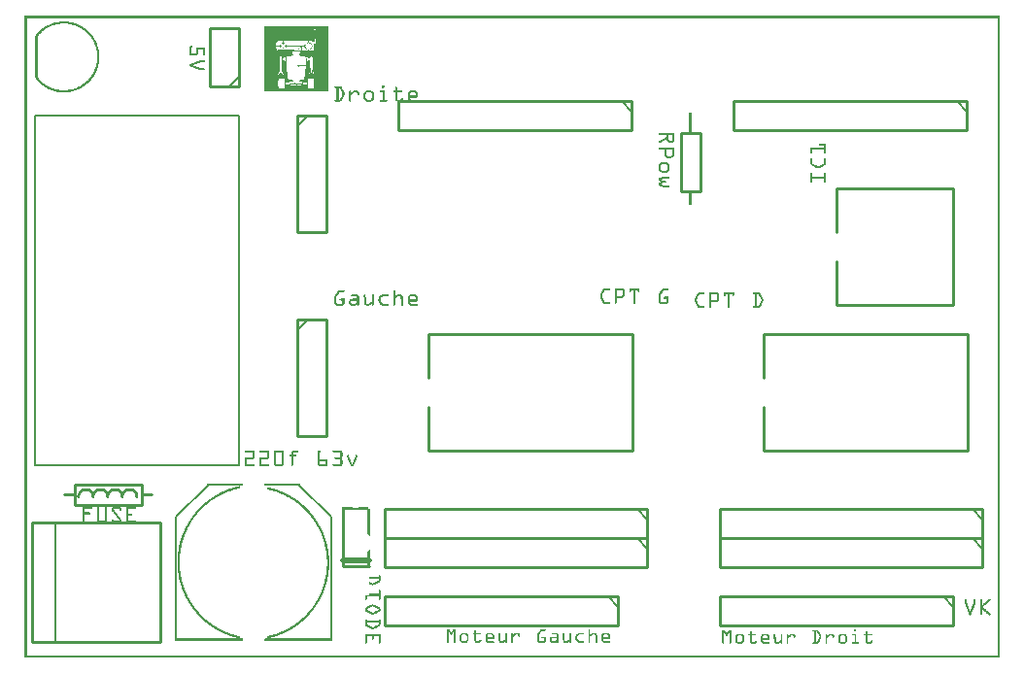
<source format=gto>
G04 MADE WITH FRITZING*
G04 WWW.FRITZING.ORG*
G04 DOUBLE SIDED*
G04 HOLES PLATED*
G04 CONTOUR ON CENTER OF CONTOUR VECTOR*
%ASAXBY*%
%FSLAX23Y23*%
%MOIN*%
%OFA0B0*%
%SFA1.0B1.0*%
%ADD10R,0.240000X0.080000X0.220000X0.060000*%
%ADD11C,0.010000*%
%ADD12C,0.005000*%
%ADD13C,0.020000*%
%ADD14C,0.008000*%
%ADD15R,0.001000X0.001000*%
%LNSILK1*%
G90*
G70*
G54D11*
X171Y598D02*
X401Y598D01*
X401Y528D01*
X171Y528D01*
X171Y598D01*
D02*
X2786Y1213D02*
X3186Y1213D01*
D02*
X3186Y1213D02*
X3186Y1613D01*
D02*
X3186Y1613D02*
X2786Y1613D01*
D02*
X2786Y1213D02*
X2786Y1363D01*
D02*
X2786Y1463D02*
X2786Y1613D01*
D02*
X466Y58D02*
X466Y468D01*
D02*
X466Y468D02*
X26Y468D01*
D02*
X26Y468D02*
X26Y58D01*
D02*
X26Y58D02*
X466Y58D01*
G54D12*
D02*
X106Y468D02*
X106Y58D01*
G54D11*
D02*
X736Y1963D02*
X736Y2163D01*
D02*
X736Y2163D02*
X636Y2163D01*
D02*
X636Y2163D02*
X636Y1963D01*
D02*
X636Y1963D02*
X736Y1963D01*
G54D12*
D02*
X736Y1998D02*
X701Y1963D01*
D02*
X36Y1863D02*
X736Y1863D01*
D02*
X736Y1863D02*
X736Y663D01*
D02*
X36Y663D02*
X36Y1863D01*
D02*
X736Y663D02*
X36Y663D01*
G54D11*
D02*
X1386Y713D02*
X2086Y713D01*
D02*
X2086Y713D02*
X2086Y1113D01*
D02*
X2086Y1113D02*
X1386Y1113D01*
D02*
X1386Y713D02*
X1386Y863D01*
D02*
X1386Y963D02*
X1386Y1113D01*
D02*
X2536Y713D02*
X3236Y713D01*
D02*
X3236Y713D02*
X3236Y1113D01*
D02*
X3236Y1113D02*
X2536Y1113D01*
D02*
X2536Y713D02*
X2536Y863D01*
D02*
X2536Y963D02*
X2536Y1113D01*
D02*
X3186Y213D02*
X2386Y213D01*
D02*
X2386Y213D02*
X2386Y113D01*
D02*
X2386Y113D02*
X3186Y113D01*
D02*
X3186Y113D02*
X3186Y213D01*
G54D12*
D02*
X3151Y213D02*
X3186Y178D01*
G54D11*
D02*
X2036Y213D02*
X1236Y213D01*
D02*
X1236Y213D02*
X1236Y113D01*
D02*
X1236Y113D02*
X2036Y113D01*
D02*
X2036Y113D02*
X2036Y213D01*
G54D12*
D02*
X2001Y213D02*
X2036Y178D01*
G54D11*
D02*
X936Y1163D02*
X936Y763D01*
D02*
X936Y763D02*
X1036Y763D01*
D02*
X1036Y763D02*
X1036Y1163D01*
D02*
X1036Y1163D02*
X936Y1163D01*
G54D12*
D02*
X936Y1128D02*
X971Y1163D01*
G54D11*
D02*
X936Y1863D02*
X936Y1463D01*
D02*
X936Y1463D02*
X1036Y1463D01*
D02*
X1036Y1463D02*
X1036Y1863D01*
D02*
X1036Y1863D02*
X936Y1863D01*
G54D12*
D02*
X936Y1828D02*
X971Y1863D01*
G54D11*
D02*
X1091Y317D02*
X1091Y512D01*
D02*
X1181Y317D02*
X1091Y317D01*
G54D13*
D02*
X1181Y337D02*
X1091Y337D01*
G54D11*
D02*
X2084Y1913D02*
X1284Y1913D01*
D02*
X1284Y1913D02*
X1284Y1813D01*
D02*
X1284Y1813D02*
X2084Y1813D01*
D02*
X2084Y1813D02*
X2084Y1913D01*
G54D12*
D02*
X2049Y1913D02*
X2084Y1878D01*
G54D11*
D02*
X3234Y1913D02*
X2434Y1913D01*
D02*
X2434Y1913D02*
X2434Y1813D01*
D02*
X2434Y1813D02*
X3234Y1813D01*
D02*
X3234Y1813D02*
X3234Y1913D01*
G54D12*
D02*
X3199Y1913D02*
X3234Y1878D01*
G54D11*
D02*
X2136Y413D02*
X1236Y413D01*
D02*
X1236Y413D02*
X1236Y313D01*
D02*
X1236Y313D02*
X2136Y313D01*
D02*
X2136Y313D02*
X2136Y413D01*
G54D12*
D02*
X2101Y413D02*
X2136Y378D01*
G54D11*
D02*
X2136Y513D02*
X1236Y513D01*
D02*
X1236Y513D02*
X1236Y413D01*
D02*
X1236Y413D02*
X2136Y413D01*
D02*
X2136Y413D02*
X2136Y513D01*
G54D12*
D02*
X2101Y513D02*
X2136Y478D01*
G54D11*
D02*
X3286Y413D02*
X2386Y413D01*
D02*
X2386Y413D02*
X2386Y313D01*
D02*
X2386Y313D02*
X3286Y313D01*
D02*
X3286Y313D02*
X3286Y413D01*
G54D12*
D02*
X3251Y413D02*
X3286Y378D01*
G54D11*
D02*
X3286Y513D02*
X2386Y513D01*
D02*
X2386Y513D02*
X2386Y413D01*
D02*
X2386Y413D02*
X3286Y413D01*
D02*
X3286Y413D02*
X3286Y513D01*
G54D12*
D02*
X3251Y513D02*
X3286Y478D01*
G54D11*
D02*
X2319Y1804D02*
X2319Y1604D01*
D02*
X2319Y1604D02*
X2253Y1604D01*
D02*
X2253Y1604D02*
X2253Y1804D01*
D02*
X2253Y1804D02*
X2319Y1804D01*
G54D14*
D02*
X520Y63D02*
X520Y486D01*
D02*
X520Y486D02*
X629Y594D01*
D02*
X944Y594D02*
X1052Y486D01*
D02*
X1052Y486D02*
X1052Y63D01*
G36*
X972Y2117D02*
X972Y2117D01*
X972Y2117D01*
X972Y2117D01*
X972Y2117D01*
X972Y2117D01*
X972Y2117D01*
X972Y2117D01*
X972Y2117D01*
X972Y2117D01*
X972Y2117D01*
X972Y2117D01*
X972Y2117D01*
X972Y2117D01*
X972Y2117D01*
X972Y2117D01*
X971Y2117D01*
X971Y2117D01*
X971Y2117D01*
X971Y2116D01*
X971Y2116D01*
X971Y2116D01*
X971Y2116D01*
X971Y2116D01*
X971Y2116D01*
X971Y2116D01*
X971Y2116D01*
X971Y2115D01*
X971Y2115D01*
X971Y2115D01*
X972Y2115D01*
X972Y2115D01*
X972Y2115D01*
X972Y2115D01*
X972Y2115D01*
X972Y2115D01*
X972Y2115D01*
X972Y2115D01*
X972Y2115D01*
X972Y2115D01*
X972Y2115D01*
X972Y2115D01*
X972Y2115D01*
X972Y2115D01*
X972Y2115D01*
X972Y2115D01*
X973Y2115D01*
X973Y2115D01*
X973Y2115D01*
X973Y2115D01*
X973Y2115D01*
X973Y2115D01*
X973Y2115D01*
X973Y2115D01*
X973Y2115D01*
X973Y2115D01*
X973Y2115D01*
X973Y2115D01*
X973Y2115D01*
X973Y2115D01*
X973Y2115D01*
X973Y2115D01*
X974Y2115D01*
X974Y2115D01*
X974Y2115D01*
X974Y2116D01*
X974Y2116D01*
X974Y2116D01*
X974Y2116D01*
X974Y2116D01*
X974Y2116D01*
X974Y2116D01*
X974Y2116D01*
X974Y2117D01*
X974Y2117D01*
X974Y2117D01*
X973Y2117D01*
X973Y2117D01*
X973Y2117D01*
X973Y2117D01*
X973Y2117D01*
X973Y2117D01*
X973Y2117D01*
X973Y2117D01*
X973Y2117D01*
X973Y2117D01*
X973Y2117D01*
X973Y2117D01*
X973Y2117D01*
X973Y2117D01*
X973Y2117D01*
X973Y2117D01*
X972Y2117D01*
G37*
D02*
G36*
X978Y2117D02*
X978Y2117D01*
X977Y2117D01*
X977Y2117D01*
X977Y2117D01*
X977Y2117D01*
X977Y2117D01*
X977Y2117D01*
X977Y2117D01*
X977Y2117D01*
X977Y2117D01*
X977Y2117D01*
X977Y2117D01*
X977Y2117D01*
X977Y2117D01*
X977Y2117D01*
X977Y2117D01*
X977Y2117D01*
X977Y2117D01*
X977Y2116D01*
X977Y2116D01*
X977Y2116D01*
X977Y2116D01*
X977Y2116D01*
X977Y2116D01*
X977Y2116D01*
X977Y2116D01*
X977Y2115D01*
X977Y2115D01*
X977Y2115D01*
X977Y2115D01*
X977Y2115D01*
X977Y2115D01*
X977Y2115D01*
X977Y2115D01*
X977Y2115D01*
X977Y2115D01*
X977Y2115D01*
X977Y2115D01*
X977Y2115D01*
X977Y2115D01*
X977Y2115D01*
X977Y2115D01*
X977Y2115D01*
X977Y2115D01*
X977Y2115D01*
X978Y2115D01*
X978Y2115D01*
X978Y2115D01*
X978Y2115D01*
X978Y2115D01*
X978Y2115D01*
X978Y2115D01*
X978Y2115D01*
X978Y2115D01*
X978Y2115D01*
X979Y2115D01*
X979Y2115D01*
X979Y2115D01*
X979Y2115D01*
X979Y2115D01*
X979Y2115D01*
X979Y2115D01*
X979Y2115D01*
X979Y2115D01*
X979Y2116D01*
X979Y2116D01*
X979Y2116D01*
X979Y2116D01*
X979Y2116D01*
X979Y2116D01*
X979Y2116D01*
X979Y2116D01*
X979Y2117D01*
X979Y2117D01*
X979Y2117D01*
X979Y2117D01*
X979Y2117D01*
X979Y2117D01*
X979Y2117D01*
X979Y2117D01*
X979Y2117D01*
X978Y2117D01*
X978Y2117D01*
X978Y2117D01*
X978Y2117D01*
X978Y2117D01*
X978Y2117D01*
X978Y2117D01*
X978Y2117D01*
X978Y2117D01*
X978Y2117D01*
X978Y2117D01*
G37*
D02*
G36*
X885Y2112D02*
X885Y2112D01*
X884Y2112D01*
X884Y2112D01*
X884Y2112D01*
X884Y2112D01*
X884Y2112D01*
X884Y2111D01*
X884Y2111D01*
X884Y2111D01*
X884Y2111D01*
X884Y2111D01*
X884Y2111D01*
X884Y2111D01*
X884Y2111D01*
X884Y2111D01*
X884Y2111D01*
X884Y2111D01*
X884Y2111D01*
X884Y2111D01*
X884Y2111D01*
X884Y2111D01*
X884Y2111D01*
X884Y2110D01*
X884Y2110D01*
X884Y2110D01*
X884Y2110D01*
X884Y2110D01*
X884Y2110D01*
X884Y2110D01*
X884Y2110D01*
X884Y2110D01*
X884Y2110D01*
X884Y2110D01*
X884Y2110D01*
X884Y2110D01*
X884Y2110D01*
X884Y2110D01*
X884Y2110D01*
X884Y2109D01*
X884Y2109D01*
X884Y2109D01*
X885Y2109D01*
X885Y2109D01*
X885Y2109D01*
X885Y2109D01*
X885Y2109D01*
X885Y2109D01*
X885Y2109D01*
X885Y2109D01*
X886Y2109D01*
X886Y2109D01*
X886Y2109D01*
X886Y2110D01*
X886Y2110D01*
X886Y2110D01*
X886Y2110D01*
X886Y2110D01*
X886Y2110D01*
X886Y2110D01*
X886Y2110D01*
X886Y2110D01*
X886Y2110D01*
X886Y2110D01*
X886Y2110D01*
X886Y2110D01*
X886Y2110D01*
X886Y2110D01*
X886Y2110D01*
X886Y2111D01*
X886Y2111D01*
X886Y2111D01*
X886Y2111D01*
X886Y2111D01*
X886Y2111D01*
X886Y2111D01*
X886Y2111D01*
X886Y2111D01*
X886Y2111D01*
X886Y2111D01*
X886Y2111D01*
X886Y2111D01*
X886Y2111D01*
X886Y2111D01*
X886Y2111D01*
X886Y2112D01*
X886Y2112D01*
X886Y2112D01*
X885Y2112D01*
X885Y2112D01*
X885Y2112D01*
X885Y2112D01*
X885Y2112D01*
G37*
D02*
G36*
X890Y2112D02*
X890Y2112D01*
X890Y2112D01*
X890Y2112D01*
X890Y2112D01*
X890Y2112D01*
X890Y2112D01*
X890Y2111D01*
X889Y2111D01*
X889Y2111D01*
X889Y2111D01*
X889Y2111D01*
X889Y2111D01*
X889Y2111D01*
X889Y2111D01*
X889Y2111D01*
X889Y2111D01*
X889Y2111D01*
X889Y2111D01*
X889Y2111D01*
X889Y2111D01*
X889Y2110D01*
X889Y2110D01*
X889Y2110D01*
X889Y2110D01*
X889Y2110D01*
X889Y2110D01*
X889Y2110D01*
X889Y2110D01*
X889Y2110D01*
X889Y2110D01*
X889Y2110D01*
X889Y2110D01*
X889Y2110D01*
X889Y2110D01*
X889Y2110D01*
X890Y2110D01*
X890Y2109D01*
X890Y2109D01*
X890Y2109D01*
X890Y2109D01*
X890Y2109D01*
X890Y2109D01*
X890Y2109D01*
X890Y2109D01*
X890Y2109D01*
X891Y2109D01*
X891Y2109D01*
X891Y2109D01*
X891Y2109D01*
X891Y2109D01*
X891Y2110D01*
X891Y2110D01*
X891Y2110D01*
X891Y2110D01*
X891Y2110D01*
X891Y2110D01*
X891Y2110D01*
X891Y2110D01*
X891Y2110D01*
X891Y2110D01*
X891Y2110D01*
X891Y2110D01*
X891Y2110D01*
X891Y2110D01*
X891Y2110D01*
X891Y2110D01*
X891Y2111D01*
X891Y2111D01*
X891Y2111D01*
X891Y2111D01*
X891Y2111D01*
X891Y2111D01*
X891Y2111D01*
X891Y2111D01*
X891Y2111D01*
X891Y2111D01*
X891Y2111D01*
X891Y2111D01*
X891Y2111D01*
X891Y2111D01*
X891Y2111D01*
X891Y2111D01*
X891Y2112D01*
X891Y2112D01*
X891Y2112D01*
X891Y2112D01*
X891Y2112D01*
X891Y2112D01*
X891Y2112D01*
X890Y2112D01*
G37*
D02*
G36*
X821Y2169D02*
X821Y2161D01*
X996Y2161D01*
X996Y2161D01*
X997Y2161D01*
X997Y2161D01*
X997Y2161D01*
X997Y2161D01*
X997Y2161D01*
X997Y2161D01*
X997Y2161D01*
X997Y2161D01*
X997Y2161D01*
X997Y2160D01*
X997Y2160D01*
X997Y2160D01*
X997Y2160D01*
X997Y2160D01*
X997Y2160D01*
X997Y2160D01*
X997Y2160D01*
X997Y2160D01*
X997Y2160D01*
X997Y2160D01*
X997Y2160D01*
X997Y2160D01*
X997Y2160D01*
X997Y2160D01*
X998Y2160D01*
X998Y2160D01*
X998Y2160D01*
X998Y2160D01*
X998Y2160D01*
X998Y2159D01*
X998Y2159D01*
X998Y2158D01*
X998Y2158D01*
X998Y2158D01*
X997Y2158D01*
X997Y2158D01*
X997Y2158D01*
X997Y2158D01*
X997Y2158D01*
X997Y2158D01*
X997Y2158D01*
X997Y2158D01*
X997Y2158D01*
X997Y2158D01*
X997Y2158D01*
X997Y2158D01*
X997Y2158D01*
X997Y2158D01*
X997Y2158D01*
X997Y2158D01*
X997Y2158D01*
X997Y2158D01*
X997Y2158D01*
X997Y2158D01*
X997Y2158D01*
X997Y2156D01*
X997Y2156D01*
X997Y2152D01*
X997Y2152D01*
X997Y2149D01*
X997Y2149D01*
X997Y2147D01*
X997Y2147D01*
X997Y2145D01*
X997Y2145D01*
X997Y2143D01*
X997Y2143D01*
X997Y2141D01*
X997Y2141D01*
X997Y2139D01*
X997Y2139D01*
X997Y2137D01*
X997Y2137D01*
X997Y2136D01*
X997Y2136D01*
X997Y2134D01*
X997Y2134D01*
X997Y2132D01*
X997Y2132D01*
X997Y2130D01*
X997Y2130D01*
X997Y2128D01*
X998Y2128D01*
X998Y2126D01*
X998Y2126D01*
X998Y2125D01*
X998Y2125D01*
X998Y2123D01*
X998Y2123D01*
X998Y2121D01*
X998Y2121D01*
X998Y2120D01*
X998Y2120D01*
X998Y2119D01*
X998Y2119D01*
X998Y2117D01*
X998Y2117D01*
X998Y2115D01*
X998Y2115D01*
X998Y2115D01*
X998Y2115D01*
X998Y2115D01*
X998Y2115D01*
X998Y2115D01*
X998Y2115D01*
X998Y2115D01*
X998Y2115D01*
X998Y2115D01*
X998Y2115D01*
X998Y2115D01*
X998Y2115D01*
X998Y2115D01*
X998Y2115D01*
X998Y2115D01*
X999Y2115D01*
X999Y2115D01*
X999Y2115D01*
X999Y2115D01*
X999Y2115D01*
X999Y2114D01*
X999Y2114D01*
X999Y2114D01*
X999Y2114D01*
X999Y2114D01*
X999Y2114D01*
X999Y2114D01*
X999Y2114D01*
X999Y2114D01*
X999Y2114D01*
X999Y2113D01*
X999Y2113D01*
X999Y2112D01*
X999Y2112D01*
X999Y2112D01*
X999Y2112D01*
X999Y2112D01*
X999Y2112D01*
X999Y2112D01*
X999Y2112D01*
X999Y2112D01*
X999Y2112D01*
X999Y2112D01*
X999Y2112D01*
X999Y2112D01*
X998Y2112D01*
X998Y2112D01*
X998Y2112D01*
X998Y2111D01*
X998Y2111D01*
X998Y2111D01*
X998Y2111D01*
X998Y2111D01*
X998Y2111D01*
X998Y2111D01*
X998Y2111D01*
X998Y2111D01*
X998Y2111D01*
X998Y2111D01*
X998Y2111D01*
X998Y2111D01*
X998Y2111D01*
X998Y2111D01*
X998Y2111D01*
X998Y2111D01*
X998Y2111D01*
X998Y2111D01*
X998Y2111D01*
X998Y2111D01*
X998Y2111D01*
X998Y2111D01*
X997Y2111D01*
X997Y2111D01*
X997Y2111D01*
X997Y2111D01*
X997Y2111D01*
X997Y2111D01*
X996Y2111D01*
X996Y2111D01*
X1043Y2111D01*
X1043Y2169D01*
X821Y2169D01*
G37*
D02*
G36*
X821Y2161D02*
X821Y2120D01*
X929Y2120D01*
X929Y2120D01*
X935Y2120D01*
X935Y2120D01*
X940Y2120D01*
X940Y2120D01*
X945Y2120D01*
X945Y2120D01*
X949Y2120D01*
X949Y2120D01*
X953Y2120D01*
X953Y2120D01*
X956Y2120D01*
X956Y2120D01*
X959Y2120D01*
X959Y2120D01*
X962Y2120D01*
X962Y2120D01*
X964Y2120D01*
X964Y2120D01*
X967Y2120D01*
X967Y2120D01*
X969Y2120D01*
X969Y2120D01*
X971Y2120D01*
X971Y2120D01*
X973Y2120D01*
X973Y2120D01*
X974Y2120D01*
X974Y2119D01*
X977Y2119D01*
X977Y2119D01*
X978Y2119D01*
X978Y2119D01*
X979Y2119D01*
X979Y2119D01*
X980Y2119D01*
X980Y2119D01*
X981Y2119D01*
X981Y2119D01*
X982Y2119D01*
X982Y2119D01*
X982Y2119D01*
X982Y2119D01*
X983Y2119D01*
X983Y2119D01*
X984Y2119D01*
X984Y2119D01*
X984Y2119D01*
X984Y2119D01*
X985Y2119D01*
X985Y2119D01*
X985Y2119D01*
X985Y2119D01*
X986Y2119D01*
X986Y2119D01*
X986Y2119D01*
X986Y2119D01*
X986Y2119D01*
X986Y2119D01*
X987Y2119D01*
X987Y2118D01*
X987Y2118D01*
X987Y2118D01*
X987Y2118D01*
X987Y2118D01*
X988Y2118D01*
X988Y2118D01*
X988Y2118D01*
X988Y2118D01*
X988Y2118D01*
X988Y2118D01*
X988Y2118D01*
X988Y2118D01*
X989Y2118D01*
X989Y2118D01*
X989Y2118D01*
X989Y2118D01*
X989Y2118D01*
X989Y2118D01*
X989Y2118D01*
X989Y2118D01*
X989Y2118D01*
X989Y2118D01*
X990Y2118D01*
X990Y2118D01*
X990Y2118D01*
X990Y2118D01*
X990Y2118D01*
X990Y2118D01*
X990Y2118D01*
X990Y2118D01*
X990Y2118D01*
X990Y2117D01*
X990Y2117D01*
X990Y2117D01*
X990Y2117D01*
X990Y2117D01*
X990Y2117D01*
X990Y2117D01*
X990Y2117D01*
X990Y2117D01*
X991Y2117D01*
X991Y2117D01*
X991Y2117D01*
X991Y2117D01*
X991Y2117D01*
X991Y2117D01*
X991Y2117D01*
X991Y2117D01*
X991Y2117D01*
X991Y2117D01*
X991Y2117D01*
X991Y2117D01*
X991Y2117D01*
X991Y2117D01*
X991Y2117D01*
X991Y2117D01*
X991Y2117D01*
X991Y2116D01*
X991Y2116D01*
X991Y2116D01*
X991Y2116D01*
X991Y2116D01*
X991Y2116D01*
X991Y2116D01*
X991Y2116D01*
X991Y2116D01*
X991Y2116D01*
X991Y2116D01*
X991Y2116D01*
X991Y2115D01*
X991Y2115D01*
X991Y2115D01*
X992Y2115D01*
X992Y2115D01*
X992Y2115D01*
X992Y2115D01*
X992Y2115D01*
X992Y2115D01*
X992Y2115D01*
X992Y2115D01*
X992Y2115D01*
X992Y2115D01*
X993Y2115D01*
X993Y2115D01*
X993Y2115D01*
X993Y2115D01*
X993Y2115D01*
X993Y2115D01*
X994Y2115D01*
X994Y2115D01*
X994Y2115D01*
X994Y2115D01*
X994Y2115D01*
X994Y2115D01*
X994Y2115D01*
X994Y2115D01*
X994Y2115D01*
X994Y2115D01*
X994Y2115D01*
X994Y2115D01*
X995Y2115D01*
X995Y2115D01*
X995Y2115D01*
X995Y2115D01*
X995Y2115D01*
X995Y2115D01*
X995Y2115D01*
X995Y2116D01*
X995Y2116D01*
X995Y2118D01*
X995Y2118D01*
X995Y2121D01*
X995Y2121D01*
X995Y2123D01*
X995Y2123D01*
X995Y2128D01*
X995Y2128D01*
X995Y2135D01*
X995Y2135D01*
X995Y2143D01*
X995Y2143D01*
X995Y2151D01*
X995Y2151D01*
X995Y2156D01*
X995Y2156D01*
X995Y2158D01*
X995Y2158D01*
X995Y2158D01*
X995Y2158D01*
X995Y2158D01*
X995Y2158D01*
X995Y2158D01*
X995Y2158D01*
X995Y2158D01*
X995Y2158D01*
X995Y2158D01*
X995Y2158D01*
X995Y2158D01*
X995Y2158D01*
X995Y2158D01*
X995Y2158D01*
X995Y2158D01*
X994Y2158D01*
X994Y2158D01*
X994Y2158D01*
X994Y2158D01*
X994Y2158D01*
X994Y2159D01*
X994Y2159D01*
X994Y2160D01*
X994Y2160D01*
X994Y2160D01*
X994Y2160D01*
X994Y2160D01*
X994Y2160D01*
X994Y2160D01*
X995Y2160D01*
X995Y2160D01*
X995Y2160D01*
X995Y2160D01*
X995Y2160D01*
X995Y2160D01*
X995Y2160D01*
X995Y2160D01*
X995Y2160D01*
X995Y2160D01*
X995Y2160D01*
X995Y2160D01*
X995Y2160D01*
X995Y2161D01*
X995Y2161D01*
X995Y2161D01*
X995Y2161D01*
X995Y2161D01*
X995Y2161D01*
X995Y2161D01*
X995Y2161D01*
X995Y2161D01*
X996Y2161D01*
X996Y2161D01*
X821Y2161D01*
G37*
D02*
G36*
X821Y2120D02*
X821Y2120D01*
X887Y2120D01*
X887Y2108D01*
X886Y2108D01*
X886Y2108D01*
X886Y2108D01*
X886Y2108D01*
X886Y2108D01*
X886Y2108D01*
X886Y2108D01*
X886Y2108D01*
X885Y2108D01*
X885Y2107D01*
X885Y2107D01*
X885Y2107D01*
X885Y2107D01*
X885Y2107D01*
X885Y2107D01*
X885Y2107D01*
X885Y2107D01*
X885Y2107D01*
X885Y2107D01*
X885Y2107D01*
X884Y2107D01*
X884Y2107D01*
X884Y2107D01*
X884Y2107D01*
X884Y2107D01*
X884Y2107D01*
X884Y2107D01*
X884Y2107D01*
X884Y2107D01*
X884Y2107D01*
X884Y2107D01*
X884Y2107D01*
X884Y2107D01*
X884Y2107D01*
X884Y2107D01*
X884Y2107D01*
X884Y2107D01*
X884Y2107D01*
X884Y2107D01*
X884Y2107D01*
X883Y2107D01*
X883Y2106D01*
X883Y2106D01*
X883Y2106D01*
X888Y2106D01*
X888Y2106D01*
X889Y2106D01*
X889Y2106D01*
X889Y2106D01*
X889Y2106D01*
X889Y2106D01*
X889Y2106D01*
X889Y2106D01*
X889Y2106D01*
X890Y2106D01*
X890Y2106D01*
X890Y2106D01*
X890Y2106D01*
X890Y2106D01*
X890Y2106D01*
X890Y2106D01*
X890Y2106D01*
X890Y2106D01*
X890Y2106D01*
X890Y2106D01*
X890Y2106D01*
X890Y2106D01*
X890Y2106D01*
X890Y2106D01*
X890Y2106D01*
X891Y2106D01*
X891Y2106D01*
X891Y2106D01*
X891Y2105D01*
X891Y2105D01*
X891Y2105D01*
X891Y2105D01*
X891Y2105D01*
X891Y2105D01*
X891Y2105D01*
X891Y2105D01*
X891Y2105D01*
X891Y2105D01*
X891Y2105D01*
X891Y2105D01*
X891Y2105D01*
X891Y2105D01*
X891Y2105D01*
X891Y2105D01*
X891Y2105D01*
X891Y2105D01*
X891Y2105D01*
X891Y2105D01*
X891Y2105D01*
X891Y2105D01*
X891Y2105D01*
X892Y2105D01*
X892Y2105D01*
X892Y2105D01*
X892Y2105D01*
X892Y2105D01*
X892Y2105D01*
X892Y2105D01*
X892Y2105D01*
X892Y2105D01*
X892Y2104D01*
X892Y2104D01*
X892Y2104D01*
X892Y2104D01*
X892Y2104D01*
X892Y2104D01*
X892Y2104D01*
X892Y2104D01*
X892Y2104D01*
X892Y2104D01*
X892Y2104D01*
X892Y2104D01*
X892Y2104D01*
X892Y2104D01*
X892Y2104D01*
X892Y2104D01*
X892Y2104D01*
X892Y2104D01*
X892Y2104D01*
X892Y2104D01*
X892Y2104D01*
X892Y2104D01*
X892Y2103D01*
X893Y2103D01*
X893Y2103D01*
X893Y2103D01*
X893Y2103D01*
X893Y2103D01*
X893Y2103D01*
X893Y2103D01*
X893Y2103D01*
X893Y2103D01*
X893Y2103D01*
X893Y2103D01*
X893Y2103D01*
X893Y2103D01*
X893Y2102D01*
X893Y2102D01*
X893Y2102D01*
X893Y2102D01*
X893Y2102D01*
X895Y2102D01*
X895Y2102D01*
X894Y2102D01*
X894Y2102D01*
X894Y2102D01*
X894Y2103D01*
X894Y2103D01*
X894Y2103D01*
X894Y2103D01*
X894Y2103D01*
X894Y2103D01*
X894Y2103D01*
X894Y2103D01*
X894Y2103D01*
X894Y2103D01*
X894Y2104D01*
X894Y2104D01*
X894Y2104D01*
X894Y2104D01*
X894Y2104D01*
X894Y2104D01*
X894Y2104D01*
X894Y2104D01*
X894Y2104D01*
X894Y2104D01*
X894Y2104D01*
X894Y2104D01*
X894Y2104D01*
X894Y2104D01*
X894Y2104D01*
X894Y2104D01*
X894Y2105D01*
X894Y2105D01*
X894Y2105D01*
X893Y2105D01*
X893Y2105D01*
X893Y2105D01*
X893Y2105D01*
X893Y2105D01*
X893Y2105D01*
X893Y2105D01*
X893Y2105D01*
X893Y2105D01*
X893Y2105D01*
X893Y2105D01*
X893Y2105D01*
X893Y2105D01*
X893Y2105D01*
X893Y2105D01*
X893Y2105D01*
X893Y2105D01*
X893Y2105D01*
X893Y2105D01*
X893Y2105D01*
X893Y2105D01*
X893Y2106D01*
X893Y2106D01*
X893Y2106D01*
X893Y2106D01*
X893Y2106D01*
X893Y2106D01*
X893Y2106D01*
X893Y2106D01*
X893Y2106D01*
X893Y2106D01*
X893Y2106D01*
X892Y2106D01*
X892Y2106D01*
X892Y2106D01*
X892Y2106D01*
X892Y2106D01*
X892Y2106D01*
X892Y2106D01*
X892Y2106D01*
X892Y2106D01*
X892Y2106D01*
X892Y2106D01*
X892Y2106D01*
X892Y2106D01*
X892Y2106D01*
X892Y2106D01*
X892Y2106D01*
X892Y2106D01*
X892Y2106D01*
X892Y2106D01*
X892Y2106D01*
X892Y2106D01*
X892Y2107D01*
X892Y2107D01*
X892Y2107D01*
X892Y2107D01*
X892Y2107D01*
X891Y2107D01*
X891Y2107D01*
X891Y2107D01*
X891Y2107D01*
X891Y2107D01*
X891Y2107D01*
X891Y2107D01*
X891Y2107D01*
X891Y2107D01*
X891Y2107D01*
X891Y2107D01*
X891Y2107D01*
X891Y2107D01*
X891Y2107D01*
X891Y2107D01*
X891Y2107D01*
X891Y2107D01*
X891Y2107D01*
X890Y2107D01*
X890Y2107D01*
X890Y2107D01*
X890Y2107D01*
X890Y2107D01*
X890Y2107D01*
X890Y2107D01*
X890Y2107D01*
X890Y2107D01*
X890Y2108D01*
X890Y2108D01*
X890Y2108D01*
X889Y2108D01*
X889Y2108D01*
X889Y2108D01*
X889Y2108D01*
X889Y2108D01*
X889Y2108D01*
X888Y2108D01*
X888Y2120D01*
X890Y2120D01*
X890Y2120D01*
X892Y2120D01*
X892Y2120D01*
X895Y2120D01*
X895Y2120D01*
X898Y2120D01*
X898Y2120D01*
X901Y2120D01*
X901Y2120D01*
X904Y2120D01*
X904Y2120D01*
X908Y2120D01*
X908Y2120D01*
X912Y2120D01*
X912Y2120D01*
X917Y2120D01*
X917Y2120D01*
X922Y2120D01*
X922Y2120D01*
X928Y2120D01*
X928Y2120D01*
X821Y2120D01*
G37*
D02*
G36*
X821Y2120D02*
X821Y2102D01*
X864Y2102D01*
X864Y2102D01*
X864Y2102D01*
X864Y2104D01*
X864Y2104D01*
X864Y2105D01*
X864Y2105D01*
X864Y2106D01*
X864Y2106D01*
X864Y2107D01*
X864Y2107D01*
X864Y2107D01*
X864Y2107D01*
X864Y2108D01*
X864Y2108D01*
X864Y2109D01*
X864Y2109D01*
X864Y2109D01*
X864Y2109D01*
X864Y2110D01*
X864Y2110D01*
X864Y2110D01*
X864Y2110D01*
X864Y2111D01*
X864Y2111D01*
X864Y2111D01*
X864Y2111D01*
X864Y2112D01*
X865Y2112D01*
X865Y2112D01*
X865Y2112D01*
X865Y2112D01*
X865Y2112D01*
X865Y2113D01*
X865Y2113D01*
X865Y2113D01*
X865Y2113D01*
X865Y2113D01*
X865Y2113D01*
X865Y2114D01*
X865Y2114D01*
X865Y2114D01*
X865Y2114D01*
X865Y2114D01*
X865Y2114D01*
X865Y2114D01*
X865Y2114D01*
X865Y2115D01*
X865Y2115D01*
X865Y2115D01*
X865Y2115D01*
X865Y2115D01*
X865Y2115D01*
X865Y2115D01*
X865Y2115D01*
X865Y2115D01*
X865Y2115D01*
X865Y2116D01*
X865Y2116D01*
X865Y2116D01*
X866Y2116D01*
X866Y2116D01*
X866Y2116D01*
X866Y2116D01*
X866Y2116D01*
X866Y2116D01*
X866Y2116D01*
X866Y2116D01*
X866Y2116D01*
X866Y2116D01*
X866Y2116D01*
X866Y2117D01*
X866Y2117D01*
X866Y2117D01*
X866Y2117D01*
X866Y2117D01*
X866Y2117D01*
X866Y2117D01*
X866Y2117D01*
X866Y2117D01*
X866Y2117D01*
X866Y2117D01*
X866Y2117D01*
X866Y2117D01*
X866Y2117D01*
X866Y2117D01*
X866Y2117D01*
X866Y2117D01*
X866Y2117D01*
X866Y2117D01*
X866Y2117D01*
X866Y2117D01*
X867Y2117D01*
X867Y2117D01*
X867Y2117D01*
X867Y2117D01*
X867Y2117D01*
X867Y2118D01*
X867Y2118D01*
X867Y2118D01*
X867Y2118D01*
X867Y2118D01*
X867Y2118D01*
X867Y2118D01*
X867Y2118D01*
X867Y2118D01*
X867Y2118D01*
X867Y2118D01*
X868Y2118D01*
X868Y2118D01*
X868Y2118D01*
X868Y2118D01*
X868Y2118D01*
X868Y2118D01*
X868Y2118D01*
X868Y2118D01*
X868Y2118D01*
X868Y2118D01*
X869Y2118D01*
X869Y2118D01*
X869Y2118D01*
X869Y2118D01*
X869Y2118D01*
X869Y2118D01*
X869Y2118D01*
X869Y2118D01*
X870Y2118D01*
X870Y2118D01*
X870Y2118D01*
X870Y2119D01*
X871Y2119D01*
X871Y2119D01*
X871Y2119D01*
X871Y2119D01*
X871Y2119D01*
X871Y2119D01*
X872Y2119D01*
X872Y2119D01*
X872Y2119D01*
X872Y2119D01*
X873Y2119D01*
X873Y2119D01*
X873Y2119D01*
X873Y2119D01*
X874Y2119D01*
X874Y2119D01*
X875Y2119D01*
X875Y2119D01*
X875Y2119D01*
X875Y2119D01*
X876Y2119D01*
X876Y2119D01*
X877Y2119D01*
X877Y2119D01*
X878Y2119D01*
X878Y2119D01*
X879Y2119D01*
X879Y2119D01*
X880Y2119D01*
X880Y2119D01*
X881Y2119D01*
X881Y2120D01*
X882Y2120D01*
X882Y2120D01*
X884Y2120D01*
X884Y2120D01*
X886Y2120D01*
X886Y2120D01*
X821Y2120D01*
G37*
D02*
G36*
X974Y2119D02*
X974Y2113D01*
X974Y2113D01*
X974Y2113D01*
X973Y2113D01*
X973Y2113D01*
X973Y2113D01*
X973Y2113D01*
X973Y2113D01*
X973Y2113D01*
X972Y2113D01*
X972Y2113D01*
X972Y2113D01*
X972Y2113D01*
X972Y2113D01*
X972Y2113D01*
X972Y2113D01*
X972Y2113D01*
X971Y2113D01*
X971Y2113D01*
X971Y2113D01*
X971Y2113D01*
X971Y2113D01*
X971Y2113D01*
X971Y2113D01*
X971Y2113D01*
X971Y2113D01*
X971Y2113D01*
X970Y2113D01*
X970Y2112D01*
X970Y2112D01*
X970Y2112D01*
X970Y2112D01*
X970Y2112D01*
X970Y2112D01*
X970Y2112D01*
X970Y2112D01*
X970Y2112D01*
X970Y2112D01*
X970Y2112D01*
X970Y2112D01*
X970Y2112D01*
X969Y2112D01*
X969Y2112D01*
X969Y2112D01*
X969Y2112D01*
X969Y2112D01*
X969Y2112D01*
X969Y2112D01*
X969Y2112D01*
X969Y2112D01*
X969Y2112D01*
X969Y2112D01*
X969Y2112D01*
X976Y2112D01*
X976Y2112D01*
X977Y2112D01*
X977Y2112D01*
X977Y2112D01*
X977Y2112D01*
X977Y2112D01*
X977Y2111D01*
X978Y2111D01*
X978Y2111D01*
X978Y2111D01*
X978Y2111D01*
X978Y2111D01*
X978Y2111D01*
X978Y2111D01*
X978Y2111D01*
X979Y2111D01*
X979Y2111D01*
X979Y2111D01*
X979Y2111D01*
X979Y2111D01*
X979Y2111D01*
X979Y2111D01*
X979Y2111D01*
X979Y2111D01*
X979Y2111D01*
X979Y2111D01*
X979Y2111D01*
X980Y2111D01*
X980Y2111D01*
X980Y2111D01*
X980Y2111D01*
X980Y2111D01*
X980Y2111D01*
X980Y2111D01*
X980Y2111D01*
X980Y2111D01*
X980Y2111D01*
X980Y2111D01*
X980Y2110D01*
X980Y2110D01*
X980Y2110D01*
X980Y2110D01*
X980Y2110D01*
X981Y2110D01*
X981Y2110D01*
X981Y2110D01*
X981Y2110D01*
X981Y2110D01*
X981Y2110D01*
X981Y2110D01*
X981Y2110D01*
X981Y2110D01*
X981Y2110D01*
X981Y2110D01*
X981Y2110D01*
X981Y2110D01*
X981Y2110D01*
X981Y2110D01*
X981Y2110D01*
X981Y2110D01*
X981Y2110D01*
X981Y2110D01*
X981Y2110D01*
X981Y2110D01*
X981Y2110D01*
X982Y2110D01*
X982Y2110D01*
X982Y2110D01*
X982Y2109D01*
X982Y2109D01*
X982Y2109D01*
X982Y2109D01*
X982Y2109D01*
X982Y2109D01*
X982Y2109D01*
X982Y2109D01*
X982Y2109D01*
X982Y2109D01*
X982Y2109D01*
X982Y2109D01*
X982Y2109D01*
X982Y2109D01*
X982Y2109D01*
X982Y2109D01*
X982Y2109D01*
X982Y2109D01*
X982Y2109D01*
X982Y2109D01*
X982Y2109D01*
X982Y2109D01*
X982Y2109D01*
X983Y2109D01*
X983Y2109D01*
X983Y2109D01*
X983Y2109D01*
X983Y2109D01*
X983Y2109D01*
X983Y2109D01*
X983Y2109D01*
X983Y2109D01*
X983Y2108D01*
X983Y2108D01*
X983Y2108D01*
X983Y2108D01*
X983Y2108D01*
X983Y2108D01*
X983Y2108D01*
X983Y2108D01*
X983Y2108D01*
X983Y2108D01*
X983Y2108D01*
X983Y2108D01*
X983Y2108D01*
X983Y2108D01*
X983Y2108D01*
X983Y2108D01*
X983Y2108D01*
X983Y2108D01*
X983Y2108D01*
X983Y2108D01*
X983Y2108D01*
X983Y2108D01*
X983Y2108D01*
X984Y2108D01*
X984Y2108D01*
X984Y2108D01*
X984Y2108D01*
X984Y2108D01*
X984Y2107D01*
X984Y2107D01*
X984Y2107D01*
X984Y2107D01*
X984Y2107D01*
X984Y2107D01*
X984Y2107D01*
X984Y2107D01*
X984Y2107D01*
X984Y2107D01*
X984Y2107D01*
X984Y2107D01*
X984Y2107D01*
X984Y2107D01*
X984Y2107D01*
X984Y2107D01*
X984Y2107D01*
X984Y2107D01*
X984Y2107D01*
X984Y2107D01*
X984Y2107D01*
X984Y2107D01*
X984Y2106D01*
X984Y2106D01*
X984Y2106D01*
X984Y2106D01*
X984Y2106D01*
X985Y2106D01*
X985Y2106D01*
X985Y2106D01*
X985Y2106D01*
X985Y2106D01*
X985Y2106D01*
X985Y2106D01*
X985Y2106D01*
X985Y2106D01*
X985Y2106D01*
X985Y2106D01*
X985Y2106D01*
X985Y2106D01*
X985Y2105D01*
X985Y2105D01*
X985Y2105D01*
X985Y2105D01*
X985Y2105D01*
X985Y2105D01*
X985Y2105D01*
X985Y2105D01*
X985Y2105D01*
X985Y2105D01*
X985Y2105D01*
X985Y2105D01*
X985Y2104D01*
X985Y2104D01*
X985Y2104D01*
X985Y2104D01*
X985Y2104D01*
X985Y2104D01*
X985Y2104D01*
X986Y2104D01*
X986Y2104D01*
X986Y2104D01*
X986Y2103D01*
X986Y2103D01*
X986Y2103D01*
X986Y2103D01*
X986Y2103D01*
X986Y2103D01*
X986Y2102D01*
X986Y2102D01*
X986Y2102D01*
X986Y2102D01*
X986Y2100D01*
X986Y2100D01*
X986Y2099D01*
X986Y2099D01*
X986Y2099D01*
X986Y2099D01*
X986Y2099D01*
X986Y2099D01*
X986Y2098D01*
X986Y2098D01*
X986Y2098D01*
X986Y2098D01*
X986Y2098D01*
X985Y2098D01*
X985Y2098D01*
X985Y2098D01*
X985Y2098D01*
X985Y2098D01*
X985Y2097D01*
X985Y2097D01*
X985Y2097D01*
X985Y2097D01*
X985Y2097D01*
X985Y2097D01*
X985Y2097D01*
X985Y2097D01*
X985Y2097D01*
X985Y2097D01*
X985Y2097D01*
X985Y2097D01*
X985Y2096D01*
X985Y2096D01*
X985Y2096D01*
X985Y2096D01*
X985Y2096D01*
X985Y2096D01*
X985Y2096D01*
X985Y2096D01*
X985Y2096D01*
X985Y2096D01*
X985Y2096D01*
X985Y2096D01*
X985Y2096D01*
X985Y2096D01*
X985Y2096D01*
X984Y2096D01*
X984Y2095D01*
X984Y2095D01*
X984Y2095D01*
X984Y2095D01*
X984Y2095D01*
X984Y2095D01*
X984Y2095D01*
X984Y2095D01*
X984Y2095D01*
X984Y2095D01*
X984Y2095D01*
X984Y2095D01*
X984Y2095D01*
X984Y2095D01*
X984Y2095D01*
X984Y2095D01*
X984Y2095D01*
X984Y2095D01*
X984Y2095D01*
X984Y2095D01*
X984Y2095D01*
X984Y2095D01*
X984Y2094D01*
X984Y2094D01*
X984Y2094D01*
X984Y2094D01*
X984Y2094D01*
X984Y2094D01*
X984Y2094D01*
X984Y2094D01*
X984Y2094D01*
X983Y2094D01*
X983Y2094D01*
X983Y2094D01*
X983Y2094D01*
X983Y2094D01*
X983Y2094D01*
X983Y2094D01*
X983Y2094D01*
X983Y2094D01*
X983Y2094D01*
X983Y2094D01*
X983Y2094D01*
X983Y2094D01*
X983Y2094D01*
X983Y2094D01*
X983Y2094D01*
X983Y2094D01*
X983Y2093D01*
X983Y2093D01*
X983Y2093D01*
X983Y2093D01*
X983Y2093D01*
X983Y2093D01*
X983Y2093D01*
X983Y2093D01*
X983Y2093D01*
X983Y2093D01*
X983Y2093D01*
X983Y2093D01*
X983Y2093D01*
X983Y2093D01*
X983Y2093D01*
X982Y2093D01*
X982Y2093D01*
X982Y2093D01*
X982Y2093D01*
X982Y2093D01*
X982Y2093D01*
X982Y2093D01*
X982Y2093D01*
X982Y2093D01*
X982Y2093D01*
X982Y2093D01*
X982Y2093D01*
X982Y2093D01*
X982Y2093D01*
X982Y2093D01*
X982Y2093D01*
X982Y2093D01*
X982Y2092D01*
X982Y2092D01*
X982Y2092D01*
X982Y2092D01*
X982Y2092D01*
X982Y2092D01*
X982Y2092D01*
X982Y2092D01*
X982Y2092D01*
X981Y2092D01*
X981Y2092D01*
X981Y2092D01*
X981Y2092D01*
X981Y2092D01*
X981Y2092D01*
X981Y2092D01*
X981Y2092D01*
X981Y2092D01*
X981Y2092D01*
X981Y2092D01*
X981Y2092D01*
X981Y2092D01*
X981Y2092D01*
X981Y2092D01*
X981Y2092D01*
X981Y2092D01*
X981Y2092D01*
X981Y2092D01*
X981Y2092D01*
X981Y2092D01*
X981Y2092D01*
X980Y2092D01*
X980Y2091D01*
X980Y2091D01*
X980Y2091D01*
X980Y2091D01*
X980Y2091D01*
X980Y2091D01*
X980Y2091D01*
X980Y2091D01*
X980Y2091D01*
X980Y2091D01*
X980Y2091D01*
X980Y2091D01*
X980Y2091D01*
X980Y2091D01*
X980Y2091D01*
X979Y2091D01*
X979Y2091D01*
X979Y2091D01*
X979Y2091D01*
X979Y2091D01*
X979Y2091D01*
X979Y2091D01*
X979Y2091D01*
X979Y2091D01*
X979Y2091D01*
X979Y2091D01*
X979Y2091D01*
X978Y2091D01*
X978Y2091D01*
X978Y2091D01*
X978Y2091D01*
X978Y2091D01*
X978Y2090D01*
X978Y2090D01*
X978Y2090D01*
X977Y2090D01*
X977Y2090D01*
X977Y2090D01*
X977Y2090D01*
X977Y2090D01*
X977Y2090D01*
X976Y2090D01*
X976Y2090D01*
X975Y2090D01*
X975Y2090D01*
X981Y2090D01*
X981Y2090D01*
X981Y2090D01*
X981Y2090D01*
X982Y2090D01*
X982Y2090D01*
X982Y2090D01*
X982Y2090D01*
X982Y2090D01*
X982Y2090D01*
X982Y2090D01*
X982Y2090D01*
X982Y2090D01*
X982Y2091D01*
X982Y2091D01*
X982Y2091D01*
X982Y2091D01*
X982Y2091D01*
X982Y2091D01*
X982Y2091D01*
X982Y2091D01*
X982Y2091D01*
X982Y2091D01*
X982Y2091D01*
X982Y2091D01*
X982Y2091D01*
X983Y2091D01*
X983Y2091D01*
X983Y2091D01*
X983Y2091D01*
X983Y2091D01*
X983Y2091D01*
X983Y2091D01*
X983Y2091D01*
X983Y2091D01*
X983Y2091D01*
X983Y2091D01*
X983Y2091D01*
X983Y2091D01*
X983Y2091D01*
X983Y2091D01*
X983Y2091D01*
X983Y2091D01*
X983Y2091D01*
X983Y2091D01*
X983Y2092D01*
X983Y2092D01*
X983Y2092D01*
X983Y2092D01*
X983Y2092D01*
X983Y2092D01*
X983Y2092D01*
X984Y2092D01*
X984Y2092D01*
X984Y2092D01*
X984Y2092D01*
X984Y2092D01*
X984Y2092D01*
X984Y2092D01*
X984Y2092D01*
X984Y2092D01*
X984Y2092D01*
X984Y2092D01*
X984Y2092D01*
X984Y2092D01*
X984Y2092D01*
X984Y2092D01*
X984Y2092D01*
X984Y2092D01*
X984Y2092D01*
X984Y2092D01*
X984Y2092D01*
X984Y2092D01*
X984Y2092D01*
X984Y2092D01*
X984Y2092D01*
X984Y2092D01*
X984Y2093D01*
X984Y2093D01*
X984Y2093D01*
X984Y2093D01*
X984Y2093D01*
X984Y2093D01*
X984Y2093D01*
X985Y2093D01*
X985Y2093D01*
X985Y2093D01*
X985Y2093D01*
X985Y2093D01*
X985Y2093D01*
X985Y2093D01*
X985Y2093D01*
X985Y2093D01*
X985Y2093D01*
X985Y2093D01*
X985Y2093D01*
X985Y2093D01*
X985Y2093D01*
X985Y2093D01*
X985Y2093D01*
X985Y2093D01*
X985Y2093D01*
X985Y2093D01*
X985Y2094D01*
X985Y2094D01*
X985Y2094D01*
X985Y2094D01*
X985Y2094D01*
X985Y2094D01*
X985Y2094D01*
X985Y2094D01*
X985Y2094D01*
X985Y2094D01*
X985Y2094D01*
X985Y2094D01*
X985Y2094D01*
X986Y2094D01*
X986Y2094D01*
X986Y2094D01*
X986Y2094D01*
X986Y2094D01*
X986Y2094D01*
X986Y2094D01*
X986Y2094D01*
X986Y2094D01*
X986Y2095D01*
X986Y2095D01*
X986Y2095D01*
X986Y2095D01*
X986Y2095D01*
X986Y2095D01*
X986Y2095D01*
X986Y2095D01*
X986Y2095D01*
X986Y2095D01*
X986Y2095D01*
X986Y2095D01*
X986Y2095D01*
X986Y2095D01*
X986Y2095D01*
X986Y2095D01*
X986Y2096D01*
X986Y2096D01*
X986Y2096D01*
X986Y2096D01*
X986Y2096D01*
X986Y2096D01*
X986Y2096D01*
X987Y2096D01*
X987Y2096D01*
X987Y2096D01*
X987Y2096D01*
X987Y2096D01*
X987Y2096D01*
X987Y2096D01*
X987Y2097D01*
X987Y2097D01*
X987Y2097D01*
X987Y2097D01*
X987Y2097D01*
X987Y2097D01*
X987Y2097D01*
X987Y2097D01*
X987Y2097D01*
X987Y2097D01*
X987Y2097D01*
X987Y2097D01*
X987Y2098D01*
X987Y2098D01*
X987Y2098D01*
X987Y2098D01*
X987Y2098D01*
X987Y2098D01*
X987Y2098D01*
X987Y2098D01*
X987Y2099D01*
X987Y2099D01*
X987Y2099D01*
X987Y2099D01*
X987Y2100D01*
X988Y2100D01*
X988Y2102D01*
X987Y2102D01*
X987Y2103D01*
X987Y2103D01*
X987Y2103D01*
X987Y2103D01*
X987Y2103D01*
X987Y2103D01*
X987Y2104D01*
X987Y2104D01*
X987Y2104D01*
X987Y2104D01*
X987Y2104D01*
X987Y2104D01*
X987Y2104D01*
X987Y2104D01*
X987Y2105D01*
X987Y2105D01*
X987Y2105D01*
X987Y2105D01*
X987Y2105D01*
X987Y2105D01*
X987Y2105D01*
X987Y2105D01*
X987Y2105D01*
X987Y2105D01*
X987Y2105D01*
X987Y2105D01*
X987Y2106D01*
X987Y2106D01*
X987Y2106D01*
X987Y2106D01*
X987Y2106D01*
X986Y2106D01*
X986Y2106D01*
X986Y2106D01*
X986Y2106D01*
X986Y2106D01*
X986Y2106D01*
X986Y2106D01*
X986Y2106D01*
X986Y2106D01*
X986Y2107D01*
X986Y2107D01*
X986Y2107D01*
X986Y2107D01*
X986Y2107D01*
X986Y2107D01*
X986Y2107D01*
X986Y2107D01*
X986Y2107D01*
X986Y2107D01*
X986Y2107D01*
X986Y2107D01*
X986Y2107D01*
X986Y2107D01*
X986Y2107D01*
X986Y2107D01*
X986Y2107D01*
X986Y2107D01*
X986Y2108D01*
X986Y2108D01*
X986Y2108D01*
X986Y2108D01*
X986Y2108D01*
X985Y2108D01*
X985Y2108D01*
X985Y2108D01*
X985Y2108D01*
X985Y2108D01*
X985Y2108D01*
X985Y2108D01*
X985Y2108D01*
X985Y2108D01*
X985Y2108D01*
X985Y2108D01*
X985Y2108D01*
X985Y2108D01*
X985Y2108D01*
X985Y2108D01*
X985Y2108D01*
X985Y2108D01*
X985Y2109D01*
X985Y2109D01*
X985Y2109D01*
X985Y2109D01*
X985Y2109D01*
X985Y2109D01*
X985Y2109D01*
X985Y2109D01*
X985Y2109D01*
X985Y2109D01*
X985Y2109D01*
X985Y2109D01*
X985Y2109D01*
X985Y2109D01*
X985Y2109D01*
X984Y2109D01*
X984Y2109D01*
X984Y2109D01*
X984Y2109D01*
X984Y2109D01*
X984Y2109D01*
X984Y2109D01*
X984Y2109D01*
X984Y2109D01*
X984Y2109D01*
X984Y2109D01*
X984Y2109D01*
X984Y2109D01*
X984Y2110D01*
X984Y2110D01*
X984Y2110D01*
X984Y2110D01*
X984Y2110D01*
X984Y2110D01*
X984Y2110D01*
X984Y2110D01*
X984Y2110D01*
X984Y2110D01*
X984Y2110D01*
X984Y2110D01*
X984Y2110D01*
X984Y2110D01*
X984Y2110D01*
X984Y2110D01*
X984Y2110D01*
X984Y2110D01*
X984Y2110D01*
X983Y2110D01*
X983Y2110D01*
X983Y2110D01*
X983Y2110D01*
X983Y2110D01*
X983Y2110D01*
X983Y2110D01*
X983Y2110D01*
X983Y2110D01*
X983Y2110D01*
X983Y2110D01*
X983Y2111D01*
X983Y2111D01*
X983Y2111D01*
X983Y2111D01*
X983Y2111D01*
X983Y2111D01*
X983Y2111D01*
X983Y2111D01*
X983Y2111D01*
X983Y2111D01*
X983Y2111D01*
X983Y2111D01*
X983Y2111D01*
X983Y2111D01*
X983Y2111D01*
X982Y2111D01*
X982Y2111D01*
X982Y2111D01*
X982Y2111D01*
X982Y2111D01*
X982Y2111D01*
X982Y2111D01*
X982Y2111D01*
X982Y2111D01*
X982Y2111D01*
X982Y2111D01*
X982Y2111D01*
X982Y2111D01*
X982Y2111D01*
X982Y2111D01*
X982Y2111D01*
X982Y2111D01*
X982Y2112D01*
X982Y2112D01*
X982Y2112D01*
X981Y2112D01*
X981Y2112D01*
X981Y2112D01*
X981Y2112D01*
X981Y2112D01*
X981Y2112D01*
X981Y2112D01*
X981Y2112D01*
X981Y2112D01*
X981Y2112D01*
X981Y2112D01*
X981Y2112D01*
X981Y2112D01*
X981Y2112D01*
X981Y2112D01*
X981Y2112D01*
X981Y2112D01*
X981Y2112D01*
X980Y2112D01*
X980Y2112D01*
X980Y2112D01*
X980Y2112D01*
X980Y2112D01*
X980Y2112D01*
X980Y2112D01*
X980Y2112D01*
X980Y2112D01*
X980Y2112D01*
X980Y2112D01*
X980Y2113D01*
X980Y2113D01*
X980Y2113D01*
X979Y2113D01*
X979Y2113D01*
X979Y2113D01*
X979Y2113D01*
X979Y2113D01*
X979Y2113D01*
X979Y2113D01*
X979Y2113D01*
X979Y2113D01*
X979Y2113D01*
X978Y2113D01*
X978Y2113D01*
X978Y2113D01*
X978Y2113D01*
X978Y2113D01*
X978Y2113D01*
X978Y2113D01*
X978Y2113D01*
X977Y2113D01*
X977Y2113D01*
X977Y2113D01*
X977Y2113D01*
X976Y2113D01*
X976Y2113D01*
X976Y2113D01*
X976Y2119D01*
X974Y2119D01*
G37*
D02*
G36*
X969Y2112D02*
X969Y2112D01*
X969Y2112D01*
X969Y2112D01*
X969Y2112D01*
X969Y2112D01*
X968Y2112D01*
X968Y2111D01*
X968Y2111D01*
X968Y2111D01*
X968Y2111D01*
X968Y2111D01*
X968Y2111D01*
X968Y2111D01*
X968Y2111D01*
X968Y2111D01*
X968Y2111D01*
X968Y2111D01*
X968Y2111D01*
X968Y2111D01*
X968Y2111D01*
X968Y2111D01*
X968Y2111D01*
X968Y2111D01*
X968Y2111D01*
X968Y2111D01*
X968Y2111D01*
X968Y2111D01*
X968Y2111D01*
X968Y2111D01*
X967Y2111D01*
X967Y2111D01*
X967Y2111D01*
X967Y2111D01*
X967Y2111D01*
X967Y2111D01*
X967Y2111D01*
X967Y2111D01*
X967Y2111D01*
X967Y2110D01*
X967Y2110D01*
X967Y2110D01*
X967Y2110D01*
X967Y2110D01*
X967Y2110D01*
X967Y2110D01*
X967Y2110D01*
X967Y2110D01*
X967Y2110D01*
X967Y2110D01*
X967Y2110D01*
X967Y2110D01*
X967Y2110D01*
X967Y2110D01*
X967Y2110D01*
X967Y2110D01*
X966Y2110D01*
X966Y2110D01*
X966Y2110D01*
X966Y2110D01*
X966Y2110D01*
X966Y2110D01*
X966Y2110D01*
X966Y2110D01*
X966Y2110D01*
X966Y2110D01*
X966Y2110D01*
X966Y2110D01*
X966Y2110D01*
X966Y2109D01*
X966Y2109D01*
X966Y2109D01*
X966Y2109D01*
X966Y2109D01*
X966Y2109D01*
X966Y2109D01*
X966Y2109D01*
X966Y2109D01*
X966Y2109D01*
X966Y2109D01*
X966Y2109D01*
X966Y2109D01*
X966Y2109D01*
X966Y2109D01*
X966Y2109D01*
X966Y2109D01*
X966Y2109D01*
X966Y2109D01*
X965Y2109D01*
X965Y2109D01*
X965Y2109D01*
X965Y2109D01*
X965Y2109D01*
X965Y2109D01*
X965Y2109D01*
X965Y2109D01*
X965Y2109D01*
X965Y2108D01*
X965Y2108D01*
X965Y2108D01*
X965Y2108D01*
X965Y2108D01*
X965Y2108D01*
X965Y2108D01*
X965Y2108D01*
X965Y2108D01*
X965Y2108D01*
X965Y2108D01*
X965Y2108D01*
X965Y2108D01*
X965Y2108D01*
X965Y2108D01*
X965Y2108D01*
X965Y2108D01*
X965Y2108D01*
X965Y2108D01*
X965Y2108D01*
X965Y2108D01*
X965Y2108D01*
X965Y2107D01*
X964Y2107D01*
X964Y2107D01*
X964Y2107D01*
X964Y2107D01*
X964Y2107D01*
X964Y2107D01*
X964Y2107D01*
X964Y2107D01*
X964Y2107D01*
X964Y2107D01*
X964Y2107D01*
X964Y2107D01*
X964Y2107D01*
X964Y2107D01*
X964Y2107D01*
X964Y2107D01*
X964Y2107D01*
X964Y2106D01*
X964Y2106D01*
X964Y2106D01*
X964Y2106D01*
X964Y2106D01*
X964Y2106D01*
X964Y2106D01*
X964Y2106D01*
X964Y2106D01*
X964Y2106D01*
X964Y2106D01*
X964Y2106D01*
X964Y2106D01*
X964Y2106D01*
X964Y2105D01*
X963Y2105D01*
X963Y2105D01*
X963Y2105D01*
X963Y2105D01*
X963Y2105D01*
X963Y2105D01*
X963Y2105D01*
X963Y2105D01*
X963Y2105D01*
X963Y2105D01*
X963Y2105D01*
X963Y2104D01*
X963Y2104D01*
X963Y2104D01*
X963Y2104D01*
X963Y2104D01*
X963Y2104D01*
X963Y2104D01*
X963Y2104D01*
X963Y2103D01*
X963Y2103D01*
X963Y2103D01*
X963Y2103D01*
X963Y2103D01*
X963Y2103D01*
X963Y2102D01*
X963Y2102D01*
X963Y2102D01*
X964Y2102D01*
X964Y2102D01*
X964Y2102D01*
X964Y2103D01*
X964Y2103D01*
X964Y2103D01*
X965Y2103D01*
X965Y2103D01*
X965Y2103D01*
X965Y2104D01*
X965Y2104D01*
X965Y2104D01*
X965Y2104D01*
X965Y2104D01*
X965Y2104D01*
X965Y2104D01*
X965Y2104D01*
X965Y2104D01*
X965Y2104D01*
X965Y2105D01*
X965Y2105D01*
X965Y2105D01*
X965Y2105D01*
X965Y2105D01*
X965Y2105D01*
X965Y2105D01*
X965Y2105D01*
X965Y2105D01*
X965Y2105D01*
X965Y2105D01*
X965Y2105D01*
X965Y2106D01*
X965Y2106D01*
X965Y2106D01*
X965Y2106D01*
X965Y2106D01*
X965Y2106D01*
X965Y2106D01*
X966Y2106D01*
X966Y2106D01*
X966Y2106D01*
X966Y2106D01*
X966Y2106D01*
X966Y2106D01*
X966Y2106D01*
X966Y2106D01*
X966Y2106D01*
X966Y2106D01*
X966Y2106D01*
X966Y2107D01*
X966Y2107D01*
X966Y2107D01*
X966Y2107D01*
X966Y2107D01*
X966Y2107D01*
X966Y2107D01*
X966Y2107D01*
X966Y2107D01*
X966Y2107D01*
X966Y2107D01*
X966Y2107D01*
X966Y2107D01*
X966Y2107D01*
X966Y2107D01*
X966Y2107D01*
X966Y2107D01*
X966Y2107D01*
X966Y2107D01*
X966Y2107D01*
X966Y2107D01*
X967Y2107D01*
X967Y2108D01*
X967Y2108D01*
X967Y2108D01*
X967Y2108D01*
X967Y2108D01*
X967Y2108D01*
X967Y2108D01*
X967Y2108D01*
X967Y2108D01*
X967Y2108D01*
X967Y2108D01*
X967Y2108D01*
X967Y2108D01*
X967Y2108D01*
X967Y2108D01*
X967Y2108D01*
X967Y2108D01*
X967Y2108D01*
X967Y2108D01*
X967Y2108D01*
X967Y2108D01*
X967Y2108D01*
X967Y2108D01*
X967Y2108D01*
X967Y2108D01*
X967Y2108D01*
X967Y2108D01*
X967Y2108D01*
X967Y2109D01*
X967Y2109D01*
X967Y2109D01*
X968Y2109D01*
X968Y2109D01*
X968Y2109D01*
X968Y2109D01*
X968Y2109D01*
X968Y2109D01*
X968Y2109D01*
X968Y2109D01*
X968Y2109D01*
X968Y2109D01*
X968Y2109D01*
X968Y2109D01*
X968Y2109D01*
X968Y2109D01*
X968Y2109D01*
X968Y2109D01*
X968Y2109D01*
X968Y2109D01*
X968Y2109D01*
X968Y2109D01*
X968Y2109D01*
X968Y2109D01*
X968Y2109D01*
X968Y2109D01*
X968Y2109D01*
X968Y2109D01*
X968Y2109D01*
X968Y2109D01*
X969Y2109D01*
X969Y2110D01*
X969Y2110D01*
X969Y2110D01*
X969Y2110D01*
X969Y2110D01*
X969Y2110D01*
X969Y2110D01*
X969Y2110D01*
X969Y2110D01*
X969Y2110D01*
X969Y2110D01*
X969Y2110D01*
X969Y2110D01*
X969Y2110D01*
X969Y2110D01*
X969Y2110D01*
X969Y2110D01*
X969Y2110D01*
X969Y2110D01*
X969Y2110D01*
X969Y2110D01*
X970Y2110D01*
X970Y2110D01*
X970Y2110D01*
X970Y2110D01*
X970Y2110D01*
X970Y2110D01*
X970Y2110D01*
X970Y2110D01*
X970Y2110D01*
X970Y2111D01*
X970Y2111D01*
X970Y2111D01*
X970Y2111D01*
X970Y2111D01*
X970Y2111D01*
X970Y2111D01*
X970Y2111D01*
X970Y2111D01*
X971Y2111D01*
X971Y2111D01*
X971Y2111D01*
X971Y2111D01*
X971Y2111D01*
X971Y2111D01*
X971Y2111D01*
X971Y2111D01*
X971Y2111D01*
X971Y2111D01*
X971Y2111D01*
X971Y2111D01*
X972Y2111D01*
X972Y2111D01*
X972Y2111D01*
X972Y2111D01*
X972Y2111D01*
X972Y2111D01*
X972Y2111D01*
X972Y2111D01*
X972Y2111D01*
X972Y2111D01*
X973Y2111D01*
X973Y2112D01*
X973Y2112D01*
X973Y2112D01*
X973Y2112D01*
X973Y2112D01*
X974Y2112D01*
X974Y2112D01*
X969Y2112D01*
G37*
D02*
G36*
X994Y2112D02*
X994Y2112D01*
X993Y2112D01*
X993Y2112D01*
X993Y2112D01*
X993Y2111D01*
X993Y2111D01*
X993Y2111D01*
X992Y2111D01*
X992Y2111D01*
X992Y2111D01*
X992Y2111D01*
X996Y2111D01*
X996Y2111D01*
X996Y2111D01*
X996Y2111D01*
X996Y2111D01*
X996Y2111D01*
X995Y2111D01*
X995Y2111D01*
X995Y2111D01*
X995Y2111D01*
X995Y2111D01*
X995Y2111D01*
X995Y2111D01*
X995Y2111D01*
X995Y2111D01*
X995Y2111D01*
X995Y2111D01*
X995Y2111D01*
X995Y2111D01*
X995Y2111D01*
X995Y2111D01*
X995Y2111D01*
X995Y2111D01*
X995Y2111D01*
X995Y2111D01*
X995Y2111D01*
X994Y2111D01*
X994Y2111D01*
X994Y2111D01*
X994Y2111D01*
X994Y2111D01*
X994Y2112D01*
X994Y2112D01*
X994Y2112D01*
X994Y2112D01*
X994Y2112D01*
X994Y2112D01*
G37*
D02*
G36*
X993Y2111D02*
X993Y2110D01*
X1043Y2110D01*
X1043Y2111D01*
X993Y2111D01*
G37*
D02*
G36*
X993Y2111D02*
X993Y2110D01*
X1043Y2110D01*
X1043Y2111D01*
X993Y2111D01*
G37*
D02*
G36*
X993Y2110D02*
X993Y2110D01*
X993Y2110D01*
X993Y2109D01*
X993Y2109D01*
X993Y2109D01*
X993Y2109D01*
X993Y2108D01*
X993Y2108D01*
X993Y2108D01*
X993Y2108D01*
X993Y2107D01*
X993Y2107D01*
X993Y2106D01*
X993Y2106D01*
X993Y2106D01*
X993Y2106D01*
X993Y2105D01*
X993Y2105D01*
X993Y2103D01*
X993Y2103D01*
X993Y2101D01*
X993Y2101D01*
X993Y2100D01*
X993Y2100D01*
X993Y2099D01*
X993Y2099D01*
X993Y2098D01*
X993Y2098D01*
X993Y2097D01*
X993Y2097D01*
X993Y2096D01*
X993Y2096D01*
X993Y2096D01*
X993Y2096D01*
X993Y2095D01*
X993Y2095D01*
X993Y2095D01*
X993Y2095D01*
X993Y2094D01*
X993Y2094D01*
X993Y2094D01*
X992Y2094D01*
X992Y2093D01*
X992Y2093D01*
X992Y2093D01*
X992Y2093D01*
X992Y2092D01*
X992Y2092D01*
X992Y2092D01*
X992Y2092D01*
X992Y2092D01*
X992Y2092D01*
X992Y2091D01*
X992Y2091D01*
X992Y2091D01*
X992Y2091D01*
X992Y2091D01*
X992Y2091D01*
X992Y2091D01*
X992Y2091D01*
X992Y2090D01*
X992Y2090D01*
X992Y2090D01*
X992Y2090D01*
X992Y2090D01*
X992Y2090D01*
X992Y2090D01*
X992Y2090D01*
X992Y2089D01*
X992Y2089D01*
X992Y2089D01*
X992Y2089D01*
X992Y2089D01*
X991Y2089D01*
X991Y2089D01*
X991Y2089D01*
X991Y2089D01*
X991Y2089D01*
X991Y2088D01*
X991Y2088D01*
X991Y2088D01*
X991Y2088D01*
X991Y2088D01*
X991Y2088D01*
X991Y2088D01*
X991Y2088D01*
X991Y2088D01*
X991Y2088D01*
X991Y2088D01*
X991Y2088D01*
X991Y2088D01*
X991Y2088D01*
X991Y2087D01*
X991Y2087D01*
X991Y2087D01*
X991Y2087D01*
X991Y2087D01*
X991Y2087D01*
X991Y2087D01*
X991Y2087D01*
X991Y2087D01*
X991Y2087D01*
X991Y2087D01*
X991Y2087D01*
X991Y2087D01*
X990Y2087D01*
X990Y2087D01*
X990Y2087D01*
X990Y2087D01*
X990Y2087D01*
X990Y2087D01*
X990Y2087D01*
X990Y2087D01*
X990Y2087D01*
X990Y2087D01*
X990Y2087D01*
X990Y2087D01*
X990Y2087D01*
X990Y2087D01*
X990Y2087D01*
X990Y2087D01*
X990Y2087D01*
X990Y2086D01*
X989Y2086D01*
X989Y2086D01*
X989Y2086D01*
X989Y2086D01*
X989Y2086D01*
X989Y2086D01*
X989Y2086D01*
X989Y2086D01*
X988Y2086D01*
X988Y2086D01*
X988Y2086D01*
X988Y2086D01*
X988Y2086D01*
X988Y2086D01*
X987Y2086D01*
X987Y2086D01*
X987Y2086D01*
X987Y2086D01*
X986Y2086D01*
X986Y2086D01*
X985Y2086D01*
X985Y2086D01*
X984Y2086D01*
X984Y2086D01*
X983Y2086D01*
X983Y2086D01*
X982Y2086D01*
X982Y2086D01*
X980Y2086D01*
X980Y2086D01*
X979Y2086D01*
X979Y2085D01*
X977Y2085D01*
X977Y2085D01*
X975Y2085D01*
X975Y2085D01*
X973Y2085D01*
X973Y2085D01*
X971Y2085D01*
X971Y2085D01*
X968Y2085D01*
X968Y2085D01*
X966Y2085D01*
X966Y2085D01*
X962Y2085D01*
X962Y2085D01*
X957Y2085D01*
X957Y2085D01*
X1043Y2085D01*
X1043Y2110D01*
X993Y2110D01*
G37*
D02*
G36*
X883Y2106D02*
X883Y2106D01*
X883Y2106D01*
X883Y2106D01*
X883Y2106D01*
X883Y2106D01*
X883Y2106D01*
X883Y2106D01*
X883Y2106D01*
X883Y2106D01*
X883Y2106D01*
X883Y2106D01*
X883Y2106D01*
X883Y2106D01*
X883Y2106D01*
X883Y2106D01*
X883Y2106D01*
X883Y2106D01*
X883Y2106D01*
X883Y2106D01*
X883Y2106D01*
X883Y2106D01*
X883Y2106D01*
X883Y2106D01*
X882Y2106D01*
X882Y2106D01*
X882Y2106D01*
X882Y2106D01*
X882Y2106D01*
X882Y2105D01*
X882Y2105D01*
X882Y2105D01*
X882Y2105D01*
X882Y2105D01*
X882Y2105D01*
X882Y2105D01*
X882Y2105D01*
X882Y2105D01*
X882Y2105D01*
X882Y2105D01*
X882Y2105D01*
X882Y2105D01*
X882Y2105D01*
X882Y2105D01*
X882Y2105D01*
X882Y2105D01*
X882Y2105D01*
X882Y2105D01*
X882Y2105D01*
X882Y2105D01*
X882Y2105D01*
X882Y2105D01*
X882Y2105D01*
X882Y2104D01*
X882Y2104D01*
X882Y2104D01*
X881Y2104D01*
X881Y2104D01*
X881Y2104D01*
X881Y2104D01*
X881Y2104D01*
X881Y2104D01*
X881Y2104D01*
X881Y2104D01*
X881Y2104D01*
X881Y2104D01*
X881Y2104D01*
X881Y2104D01*
X881Y2104D01*
X881Y2103D01*
X881Y2103D01*
X881Y2103D01*
X881Y2103D01*
X881Y2103D01*
X881Y2103D01*
X881Y2103D01*
X881Y2103D01*
X881Y2103D01*
X881Y2103D01*
X881Y2102D01*
X881Y2102D01*
X881Y2102D01*
X881Y2102D01*
X881Y2102D01*
X882Y2102D01*
X882Y2102D01*
X882Y2102D01*
X882Y2102D01*
X882Y2102D01*
X882Y2103D01*
X882Y2103D01*
X882Y2103D01*
X882Y2103D01*
X882Y2103D01*
X882Y2103D01*
X882Y2103D01*
X883Y2103D01*
X883Y2103D01*
X883Y2103D01*
X883Y2103D01*
X883Y2103D01*
X883Y2103D01*
X883Y2103D01*
X883Y2104D01*
X883Y2104D01*
X883Y2104D01*
X883Y2104D01*
X883Y2104D01*
X883Y2104D01*
X883Y2104D01*
X883Y2104D01*
X883Y2104D01*
X883Y2104D01*
X883Y2104D01*
X883Y2104D01*
X883Y2104D01*
X883Y2104D01*
X883Y2104D01*
X883Y2104D01*
X883Y2104D01*
X883Y2104D01*
X883Y2104D01*
X883Y2104D01*
X883Y2104D01*
X883Y2104D01*
X883Y2105D01*
X883Y2105D01*
X883Y2105D01*
X884Y2105D01*
X884Y2105D01*
X884Y2105D01*
X884Y2105D01*
X884Y2105D01*
X884Y2105D01*
X884Y2105D01*
X884Y2105D01*
X884Y2105D01*
X884Y2105D01*
X884Y2105D01*
X884Y2105D01*
X884Y2105D01*
X884Y2105D01*
X884Y2105D01*
X884Y2105D01*
X884Y2105D01*
X884Y2105D01*
X884Y2105D01*
X884Y2105D01*
X884Y2105D01*
X884Y2105D01*
X884Y2105D01*
X884Y2105D01*
X884Y2105D01*
X884Y2105D01*
X884Y2105D01*
X884Y2105D01*
X885Y2105D01*
X885Y2106D01*
X885Y2106D01*
X885Y2106D01*
X885Y2106D01*
X885Y2106D01*
X885Y2106D01*
X885Y2106D01*
X885Y2106D01*
X885Y2106D01*
X885Y2106D01*
X885Y2106D01*
X885Y2106D01*
X885Y2106D01*
X885Y2106D01*
X885Y2106D01*
X885Y2106D01*
X885Y2106D01*
X886Y2106D01*
X886Y2106D01*
X886Y2106D01*
X886Y2106D01*
X886Y2106D01*
X886Y2106D01*
X886Y2106D01*
X886Y2106D01*
X887Y2106D01*
X887Y2106D01*
X887Y2106D01*
X887Y2106D01*
X883Y2106D01*
G37*
D02*
G36*
X821Y2102D02*
X821Y2102D01*
X882Y2102D01*
X882Y2102D01*
X821Y2102D01*
G37*
D02*
G36*
X821Y2102D02*
X821Y2102D01*
X882Y2102D01*
X882Y2102D01*
X821Y2102D01*
G37*
D02*
G36*
X893Y2102D02*
X893Y2102D01*
X964Y2102D01*
X964Y2102D01*
X893Y2102D01*
G37*
D02*
G36*
X893Y2102D02*
X893Y2102D01*
X964Y2102D01*
X964Y2102D01*
X893Y2102D01*
G37*
D02*
G36*
X821Y2102D02*
X821Y2100D01*
X881Y2100D01*
X881Y2100D01*
X881Y2100D01*
X881Y2099D01*
X881Y2099D01*
X881Y2099D01*
X881Y2099D01*
X881Y2099D01*
X881Y2099D01*
X881Y2099D01*
X881Y2099D01*
X881Y2099D01*
X881Y2099D01*
X881Y2098D01*
X881Y2098D01*
X881Y2098D01*
X881Y2098D01*
X881Y2098D01*
X881Y2098D01*
X881Y2098D01*
X881Y2098D01*
X881Y2098D01*
X881Y2098D01*
X881Y2098D01*
X881Y2098D01*
X881Y2098D01*
X881Y2098D01*
X881Y2097D01*
X882Y2097D01*
X882Y2097D01*
X882Y2097D01*
X882Y2097D01*
X882Y2097D01*
X882Y2097D01*
X882Y2097D01*
X882Y2097D01*
X882Y2097D01*
X882Y2097D01*
X882Y2097D01*
X882Y2097D01*
X882Y2097D01*
X882Y2097D01*
X882Y2097D01*
X882Y2097D01*
X882Y2097D01*
X882Y2097D01*
X882Y2097D01*
X882Y2097D01*
X882Y2097D01*
X882Y2096D01*
X882Y2096D01*
X882Y2096D01*
X882Y2096D01*
X882Y2096D01*
X882Y2096D01*
X882Y2096D01*
X882Y2096D01*
X882Y2096D01*
X882Y2096D01*
X882Y2096D01*
X883Y2096D01*
X883Y2096D01*
X883Y2096D01*
X883Y2096D01*
X883Y2096D01*
X883Y2096D01*
X883Y2096D01*
X883Y2096D01*
X883Y2096D01*
X883Y2096D01*
X883Y2096D01*
X883Y2096D01*
X883Y2096D01*
X883Y2096D01*
X883Y2096D01*
X883Y2096D01*
X883Y2096D01*
X883Y2096D01*
X883Y2096D01*
X883Y2096D01*
X883Y2096D01*
X883Y2095D01*
X883Y2095D01*
X883Y2095D01*
X887Y2095D01*
X887Y2095D01*
X887Y2095D01*
X887Y2096D01*
X886Y2096D01*
X886Y2096D01*
X886Y2096D01*
X886Y2096D01*
X886Y2096D01*
X886Y2096D01*
X886Y2096D01*
X886Y2096D01*
X885Y2096D01*
X885Y2096D01*
X885Y2096D01*
X885Y2096D01*
X885Y2096D01*
X885Y2096D01*
X885Y2096D01*
X885Y2096D01*
X885Y2096D01*
X885Y2096D01*
X885Y2096D01*
X885Y2096D01*
X885Y2096D01*
X885Y2096D01*
X885Y2096D01*
X885Y2096D01*
X885Y2096D01*
X885Y2096D01*
X884Y2096D01*
X884Y2096D01*
X884Y2096D01*
X884Y2096D01*
X884Y2096D01*
X884Y2097D01*
X884Y2097D01*
X884Y2097D01*
X884Y2097D01*
X884Y2097D01*
X884Y2097D01*
X884Y2097D01*
X884Y2097D01*
X884Y2097D01*
X884Y2097D01*
X884Y2097D01*
X884Y2097D01*
X884Y2097D01*
X884Y2097D01*
X884Y2097D01*
X884Y2097D01*
X884Y2097D01*
X884Y2097D01*
X884Y2097D01*
X884Y2097D01*
X884Y2097D01*
X883Y2097D01*
X883Y2097D01*
X883Y2097D01*
X883Y2097D01*
X883Y2097D01*
X883Y2097D01*
X883Y2097D01*
X883Y2097D01*
X883Y2097D01*
X883Y2098D01*
X883Y2098D01*
X883Y2098D01*
X883Y2098D01*
X883Y2098D01*
X883Y2098D01*
X883Y2098D01*
X883Y2098D01*
X883Y2098D01*
X883Y2098D01*
X883Y2098D01*
X883Y2098D01*
X883Y2098D01*
X883Y2098D01*
X883Y2098D01*
X883Y2098D01*
X883Y2098D01*
X883Y2098D01*
X883Y2098D01*
X883Y2098D01*
X883Y2099D01*
X883Y2099D01*
X883Y2099D01*
X882Y2099D01*
X882Y2099D01*
X882Y2099D01*
X882Y2099D01*
X882Y2099D01*
X882Y2099D01*
X882Y2099D01*
X882Y2099D01*
X882Y2099D01*
X882Y2100D01*
X882Y2100D01*
X882Y2100D01*
X882Y2100D01*
X882Y2102D01*
X821Y2102D01*
G37*
D02*
G36*
X893Y2102D02*
X893Y2102D01*
X893Y2102D01*
X893Y2100D01*
X893Y2100D01*
X893Y2100D01*
X963Y2100D01*
X963Y2100D01*
X963Y2100D01*
X963Y2099D01*
X963Y2099D01*
X963Y2099D01*
X963Y2099D01*
X963Y2099D01*
X963Y2099D01*
X963Y2098D01*
X963Y2098D01*
X963Y2098D01*
X963Y2098D01*
X963Y2098D01*
X963Y2098D01*
X963Y2097D01*
X963Y2097D01*
X963Y2097D01*
X963Y2097D01*
X963Y2097D01*
X963Y2097D01*
X963Y2097D01*
X963Y2097D01*
X963Y2097D01*
X963Y2097D01*
X963Y2097D01*
X963Y2097D01*
X963Y2096D01*
X964Y2096D01*
X964Y2096D01*
X964Y2096D01*
X964Y2096D01*
X964Y2096D01*
X964Y2096D01*
X964Y2096D01*
X964Y2096D01*
X964Y2096D01*
X964Y2096D01*
X964Y2096D01*
X964Y2096D01*
X964Y2096D01*
X964Y2095D01*
X964Y2095D01*
X964Y2095D01*
X964Y2095D01*
X964Y2095D01*
X964Y2095D01*
X964Y2095D01*
X964Y2095D01*
X964Y2095D01*
X964Y2095D01*
X964Y2095D01*
X964Y2095D01*
X964Y2095D01*
X964Y2095D01*
X964Y2095D01*
X964Y2095D01*
X964Y2094D01*
X964Y2094D01*
X964Y2094D01*
X965Y2094D01*
X965Y2094D01*
X965Y2094D01*
X965Y2094D01*
X965Y2094D01*
X965Y2094D01*
X965Y2094D01*
X965Y2094D01*
X965Y2094D01*
X965Y2094D01*
X965Y2094D01*
X965Y2094D01*
X965Y2094D01*
X965Y2094D01*
X965Y2094D01*
X965Y2094D01*
X965Y2094D01*
X965Y2094D01*
X965Y2094D01*
X965Y2093D01*
X965Y2093D01*
X965Y2093D01*
X965Y2093D01*
X965Y2093D01*
X965Y2093D01*
X965Y2093D01*
X965Y2093D01*
X965Y2093D01*
X965Y2093D01*
X965Y2093D01*
X965Y2093D01*
X965Y2093D01*
X966Y2093D01*
X966Y2093D01*
X966Y2093D01*
X966Y2093D01*
X966Y2093D01*
X966Y2093D01*
X966Y2093D01*
X966Y2093D01*
X966Y2093D01*
X966Y2093D01*
X966Y2093D01*
X966Y2093D01*
X966Y2093D01*
X966Y2092D01*
X966Y2092D01*
X966Y2092D01*
X966Y2092D01*
X966Y2092D01*
X966Y2092D01*
X966Y2092D01*
X966Y2092D01*
X966Y2092D01*
X966Y2092D01*
X966Y2092D01*
X966Y2092D01*
X966Y2092D01*
X966Y2092D01*
X966Y2092D01*
X966Y2092D01*
X966Y2092D01*
X966Y2092D01*
X966Y2092D01*
X967Y2092D01*
X967Y2092D01*
X967Y2092D01*
X967Y2092D01*
X967Y2092D01*
X967Y2092D01*
X967Y2092D01*
X967Y2092D01*
X967Y2092D01*
X967Y2092D01*
X967Y2092D01*
X967Y2092D01*
X967Y2092D01*
X967Y2091D01*
X967Y2091D01*
X967Y2091D01*
X967Y2091D01*
X967Y2091D01*
X967Y2091D01*
X967Y2091D01*
X967Y2091D01*
X967Y2091D01*
X967Y2091D01*
X967Y2091D01*
X967Y2091D01*
X967Y2091D01*
X967Y2091D01*
X967Y2091D01*
X968Y2091D01*
X968Y2091D01*
X968Y2091D01*
X968Y2091D01*
X968Y2091D01*
X968Y2091D01*
X968Y2091D01*
X968Y2091D01*
X968Y2091D01*
X968Y2091D01*
X968Y2091D01*
X968Y2091D01*
X968Y2091D01*
X968Y2091D01*
X968Y2091D01*
X968Y2091D01*
X968Y2091D01*
X968Y2090D01*
X968Y2090D01*
X968Y2090D01*
X968Y2090D01*
X968Y2090D01*
X969Y2090D01*
X969Y2090D01*
X969Y2090D01*
X969Y2090D01*
X969Y2090D01*
X969Y2090D01*
X969Y2090D01*
X969Y2090D01*
X975Y2090D01*
X975Y2090D01*
X974Y2090D01*
X974Y2090D01*
X973Y2090D01*
X973Y2090D01*
X973Y2090D01*
X973Y2090D01*
X973Y2090D01*
X973Y2090D01*
X972Y2090D01*
X972Y2090D01*
X972Y2090D01*
X972Y2091D01*
X972Y2091D01*
X972Y2091D01*
X972Y2091D01*
X972Y2091D01*
X972Y2091D01*
X972Y2091D01*
X971Y2091D01*
X971Y2091D01*
X971Y2091D01*
X971Y2091D01*
X971Y2091D01*
X971Y2091D01*
X971Y2091D01*
X971Y2091D01*
X971Y2091D01*
X971Y2091D01*
X971Y2091D01*
X971Y2091D01*
X970Y2091D01*
X970Y2091D01*
X970Y2091D01*
X970Y2091D01*
X970Y2091D01*
X970Y2091D01*
X970Y2091D01*
X970Y2091D01*
X970Y2091D01*
X970Y2091D01*
X970Y2091D01*
X970Y2091D01*
X970Y2091D01*
X970Y2092D01*
X970Y2092D01*
X970Y2092D01*
X970Y2092D01*
X970Y2092D01*
X969Y2092D01*
X969Y2092D01*
X969Y2092D01*
X969Y2092D01*
X969Y2092D01*
X969Y2092D01*
X969Y2092D01*
X969Y2092D01*
X969Y2092D01*
X969Y2092D01*
X969Y2092D01*
X969Y2092D01*
X969Y2092D01*
X969Y2092D01*
X969Y2092D01*
X969Y2092D01*
X969Y2092D01*
X969Y2092D01*
X969Y2092D01*
X969Y2092D01*
X969Y2092D01*
X969Y2092D01*
X968Y2092D01*
X968Y2092D01*
X968Y2092D01*
X968Y2092D01*
X968Y2092D01*
X968Y2093D01*
X968Y2093D01*
X968Y2093D01*
X968Y2093D01*
X968Y2093D01*
X968Y2093D01*
X968Y2093D01*
X968Y2093D01*
X968Y2093D01*
X968Y2093D01*
X968Y2093D01*
X968Y2093D01*
X968Y2093D01*
X968Y2093D01*
X968Y2093D01*
X968Y2093D01*
X968Y2093D01*
X968Y2093D01*
X968Y2093D01*
X968Y2093D01*
X968Y2093D01*
X968Y2093D01*
X968Y2093D01*
X967Y2093D01*
X967Y2093D01*
X967Y2093D01*
X967Y2093D01*
X967Y2093D01*
X967Y2093D01*
X967Y2093D01*
X967Y2093D01*
X967Y2093D01*
X967Y2094D01*
X967Y2094D01*
X967Y2094D01*
X967Y2094D01*
X967Y2094D01*
X967Y2094D01*
X967Y2094D01*
X967Y2094D01*
X967Y2094D01*
X967Y2094D01*
X967Y2094D01*
X967Y2094D01*
X967Y2094D01*
X967Y2094D01*
X967Y2094D01*
X967Y2094D01*
X967Y2094D01*
X967Y2094D01*
X967Y2094D01*
X967Y2094D01*
X967Y2094D01*
X967Y2094D01*
X967Y2094D01*
X966Y2094D01*
X966Y2094D01*
X966Y2094D01*
X966Y2094D01*
X966Y2094D01*
X966Y2095D01*
X966Y2095D01*
X966Y2095D01*
X966Y2095D01*
X966Y2095D01*
X966Y2095D01*
X966Y2095D01*
X966Y2095D01*
X966Y2095D01*
X966Y2095D01*
X966Y2095D01*
X966Y2095D01*
X966Y2095D01*
X966Y2095D01*
X966Y2095D01*
X966Y2095D01*
X966Y2095D01*
X966Y2095D01*
X966Y2095D01*
X966Y2095D01*
X966Y2096D01*
X966Y2096D01*
X966Y2096D01*
X966Y2096D01*
X966Y2096D01*
X966Y2096D01*
X966Y2096D01*
X965Y2096D01*
X965Y2096D01*
X965Y2096D01*
X965Y2096D01*
X965Y2096D01*
X965Y2096D01*
X965Y2096D01*
X965Y2096D01*
X965Y2096D01*
X965Y2097D01*
X965Y2097D01*
X965Y2097D01*
X965Y2097D01*
X965Y2097D01*
X965Y2097D01*
X965Y2097D01*
X965Y2097D01*
X965Y2097D01*
X965Y2097D01*
X965Y2097D01*
X965Y2097D01*
X965Y2098D01*
X965Y2098D01*
X965Y2098D01*
X965Y2098D01*
X965Y2098D01*
X965Y2098D01*
X965Y2098D01*
X965Y2098D01*
X965Y2098D01*
X965Y2098D01*
X965Y2099D01*
X964Y2099D01*
X964Y2099D01*
X964Y2099D01*
X964Y2099D01*
X964Y2099D01*
X964Y2100D01*
X964Y2100D01*
X964Y2102D01*
X893Y2102D01*
G37*
D02*
G36*
X821Y2100D02*
X821Y2085D01*
X899Y2085D01*
X899Y2085D01*
X894Y2085D01*
X894Y2085D01*
X891Y2085D01*
X891Y2085D01*
X888Y2085D01*
X888Y2085D01*
X886Y2085D01*
X886Y2085D01*
X884Y2085D01*
X884Y2085D01*
X882Y2085D01*
X882Y2085D01*
X880Y2085D01*
X880Y2085D01*
X878Y2085D01*
X878Y2086D01*
X876Y2086D01*
X876Y2086D01*
X875Y2086D01*
X875Y2086D01*
X873Y2086D01*
X873Y2086D01*
X872Y2086D01*
X872Y2086D01*
X872Y2086D01*
X872Y2086D01*
X871Y2086D01*
X871Y2086D01*
X870Y2086D01*
X870Y2086D01*
X870Y2086D01*
X870Y2086D01*
X869Y2086D01*
X869Y2086D01*
X869Y2086D01*
X869Y2086D01*
X868Y2086D01*
X868Y2086D01*
X868Y2086D01*
X868Y2086D01*
X868Y2086D01*
X868Y2086D01*
X868Y2086D01*
X868Y2086D01*
X867Y2086D01*
X867Y2086D01*
X867Y2086D01*
X867Y2087D01*
X867Y2087D01*
X867Y2087D01*
X867Y2087D01*
X867Y2087D01*
X867Y2087D01*
X867Y2087D01*
X867Y2087D01*
X867Y2087D01*
X867Y2087D01*
X867Y2087D01*
X867Y2087D01*
X867Y2087D01*
X866Y2087D01*
X866Y2087D01*
X866Y2087D01*
X866Y2087D01*
X866Y2087D01*
X866Y2087D01*
X866Y2087D01*
X866Y2087D01*
X866Y2087D01*
X866Y2087D01*
X866Y2087D01*
X866Y2087D01*
X866Y2087D01*
X866Y2087D01*
X866Y2087D01*
X866Y2088D01*
X866Y2088D01*
X866Y2088D01*
X866Y2088D01*
X866Y2088D01*
X866Y2088D01*
X866Y2088D01*
X866Y2088D01*
X866Y2088D01*
X866Y2088D01*
X866Y2088D01*
X866Y2088D01*
X866Y2088D01*
X866Y2088D01*
X866Y2088D01*
X865Y2088D01*
X865Y2089D01*
X865Y2089D01*
X865Y2089D01*
X865Y2089D01*
X865Y2089D01*
X865Y2089D01*
X865Y2089D01*
X865Y2089D01*
X865Y2089D01*
X865Y2089D01*
X865Y2090D01*
X865Y2090D01*
X865Y2090D01*
X865Y2090D01*
X865Y2090D01*
X865Y2090D01*
X865Y2090D01*
X865Y2090D01*
X865Y2091D01*
X865Y2091D01*
X865Y2091D01*
X865Y2091D01*
X865Y2091D01*
X865Y2091D01*
X865Y2092D01*
X865Y2092D01*
X865Y2092D01*
X865Y2092D01*
X865Y2092D01*
X865Y2092D01*
X865Y2093D01*
X864Y2093D01*
X864Y2093D01*
X864Y2093D01*
X864Y2094D01*
X864Y2094D01*
X864Y2094D01*
X864Y2094D01*
X864Y2094D01*
X864Y2094D01*
X864Y2095D01*
X864Y2095D01*
X864Y2096D01*
X864Y2096D01*
X864Y2096D01*
X864Y2096D01*
X864Y2097D01*
X864Y2097D01*
X864Y2098D01*
X864Y2098D01*
X864Y2098D01*
X864Y2098D01*
X864Y2099D01*
X864Y2099D01*
X864Y2100D01*
X821Y2100D01*
G37*
D02*
G36*
X893Y2100D02*
X893Y2100D01*
X893Y2100D01*
X893Y2100D01*
X893Y2100D01*
X893Y2099D01*
X893Y2099D01*
X893Y2099D01*
X893Y2099D01*
X893Y2099D01*
X893Y2099D01*
X893Y2099D01*
X893Y2099D01*
X893Y2099D01*
X893Y2099D01*
X893Y2098D01*
X893Y2098D01*
X893Y2098D01*
X892Y2098D01*
X892Y2098D01*
X892Y2098D01*
X892Y2098D01*
X892Y2098D01*
X892Y2098D01*
X892Y2098D01*
X892Y2098D01*
X892Y2098D01*
X892Y2098D01*
X892Y2098D01*
X892Y2098D01*
X892Y2098D01*
X892Y2098D01*
X892Y2098D01*
X892Y2098D01*
X892Y2098D01*
X892Y2097D01*
X892Y2097D01*
X892Y2097D01*
X892Y2097D01*
X892Y2097D01*
X892Y2097D01*
X892Y2097D01*
X892Y2097D01*
X892Y2097D01*
X892Y2097D01*
X892Y2097D01*
X892Y2097D01*
X892Y2097D01*
X892Y2097D01*
X892Y2097D01*
X891Y2097D01*
X891Y2097D01*
X891Y2097D01*
X891Y2097D01*
X891Y2097D01*
X891Y2097D01*
X891Y2097D01*
X891Y2097D01*
X891Y2097D01*
X891Y2097D01*
X891Y2097D01*
X891Y2097D01*
X891Y2097D01*
X891Y2097D01*
X891Y2097D01*
X891Y2097D01*
X891Y2097D01*
X891Y2096D01*
X891Y2096D01*
X891Y2096D01*
X891Y2096D01*
X891Y2096D01*
X891Y2096D01*
X891Y2096D01*
X891Y2096D01*
X891Y2096D01*
X890Y2096D01*
X890Y2096D01*
X890Y2096D01*
X890Y2096D01*
X890Y2096D01*
X890Y2096D01*
X890Y2096D01*
X890Y2096D01*
X890Y2096D01*
X890Y2096D01*
X890Y2096D01*
X890Y2096D01*
X890Y2096D01*
X890Y2096D01*
X890Y2096D01*
X890Y2096D01*
X889Y2096D01*
X889Y2096D01*
X889Y2096D01*
X889Y2096D01*
X889Y2096D01*
X889Y2096D01*
X889Y2096D01*
X889Y2095D01*
X888Y2095D01*
X888Y2095D01*
X892Y2095D01*
X892Y2095D01*
X892Y2095D01*
X892Y2096D01*
X892Y2096D01*
X892Y2096D01*
X892Y2096D01*
X892Y2096D01*
X892Y2096D01*
X892Y2096D01*
X892Y2096D01*
X892Y2096D01*
X892Y2096D01*
X892Y2096D01*
X892Y2096D01*
X892Y2096D01*
X892Y2096D01*
X892Y2096D01*
X893Y2096D01*
X893Y2096D01*
X893Y2096D01*
X893Y2096D01*
X893Y2096D01*
X893Y2096D01*
X893Y2096D01*
X893Y2096D01*
X893Y2096D01*
X893Y2096D01*
X893Y2096D01*
X893Y2096D01*
X893Y2096D01*
X893Y2096D01*
X893Y2096D01*
X893Y2097D01*
X893Y2097D01*
X893Y2097D01*
X893Y2097D01*
X893Y2097D01*
X893Y2097D01*
X893Y2097D01*
X893Y2097D01*
X893Y2097D01*
X893Y2097D01*
X893Y2097D01*
X893Y2097D01*
X893Y2097D01*
X893Y2097D01*
X893Y2097D01*
X893Y2097D01*
X893Y2097D01*
X894Y2097D01*
X894Y2097D01*
X894Y2097D01*
X894Y2097D01*
X894Y2097D01*
X894Y2098D01*
X894Y2098D01*
X894Y2098D01*
X894Y2098D01*
X894Y2098D01*
X894Y2098D01*
X894Y2098D01*
X894Y2098D01*
X894Y2098D01*
X894Y2098D01*
X894Y2098D01*
X894Y2098D01*
X894Y2098D01*
X894Y2098D01*
X894Y2098D01*
X894Y2098D01*
X894Y2099D01*
X894Y2099D01*
X894Y2099D01*
X894Y2099D01*
X894Y2099D01*
X894Y2099D01*
X894Y2099D01*
X894Y2099D01*
X894Y2100D01*
X894Y2100D01*
X894Y2100D01*
X895Y2100D01*
X895Y2100D01*
X893Y2100D01*
G37*
D02*
G36*
X949Y2100D02*
X949Y2085D01*
X951Y2085D01*
X951Y2100D01*
X949Y2100D01*
G37*
D02*
G36*
X883Y2095D02*
X883Y2095D01*
X892Y2095D01*
X892Y2095D01*
X883Y2095D01*
G37*
D02*
G36*
X883Y2095D02*
X883Y2095D01*
X892Y2095D01*
X892Y2095D01*
X883Y2095D01*
G37*
D02*
G36*
X883Y2095D02*
X883Y2095D01*
X884Y2095D01*
X884Y2095D01*
X884Y2095D01*
X884Y2095D01*
X884Y2095D01*
X884Y2095D01*
X884Y2095D01*
X884Y2095D01*
X884Y2095D01*
X884Y2095D01*
X884Y2095D01*
X884Y2095D01*
X884Y2095D01*
X884Y2095D01*
X884Y2095D01*
X884Y2095D01*
X884Y2095D01*
X884Y2095D01*
X884Y2095D01*
X884Y2095D01*
X885Y2095D01*
X885Y2095D01*
X885Y2095D01*
X885Y2095D01*
X885Y2095D01*
X885Y2094D01*
X885Y2094D01*
X885Y2094D01*
X885Y2094D01*
X885Y2094D01*
X885Y2094D01*
X885Y2094D01*
X886Y2094D01*
X886Y2094D01*
X886Y2094D01*
X886Y2094D01*
X886Y2094D01*
X886Y2094D01*
X886Y2094D01*
X886Y2094D01*
X887Y2094D01*
X887Y2094D01*
X889Y2094D01*
X889Y2094D01*
X889Y2094D01*
X889Y2094D01*
X889Y2094D01*
X889Y2094D01*
X889Y2094D01*
X889Y2094D01*
X890Y2094D01*
X890Y2094D01*
X890Y2094D01*
X890Y2094D01*
X890Y2094D01*
X890Y2094D01*
X890Y2094D01*
X890Y2094D01*
X890Y2094D01*
X890Y2095D01*
X890Y2095D01*
X890Y2095D01*
X891Y2095D01*
X891Y2095D01*
X891Y2095D01*
X891Y2095D01*
X891Y2095D01*
X891Y2095D01*
X891Y2095D01*
X891Y2095D01*
X891Y2095D01*
X891Y2095D01*
X891Y2095D01*
X891Y2095D01*
X891Y2095D01*
X891Y2095D01*
X891Y2095D01*
X891Y2095D01*
X891Y2095D01*
X891Y2095D01*
X892Y2095D01*
X892Y2095D01*
X892Y2095D01*
X892Y2095D01*
X892Y2095D01*
X892Y2095D01*
X883Y2095D01*
G37*
D02*
G36*
X969Y2090D02*
X969Y2090D01*
X981Y2090D01*
X981Y2090D01*
X969Y2090D01*
G37*
D02*
G36*
X969Y2090D02*
X969Y2090D01*
X981Y2090D01*
X981Y2090D01*
X969Y2090D01*
G37*
D02*
G36*
X969Y2090D02*
X969Y2090D01*
X969Y2090D01*
X969Y2090D01*
X969Y2090D01*
X969Y2090D01*
X969Y2090D01*
X969Y2090D01*
X970Y2090D01*
X970Y2090D01*
X970Y2090D01*
X970Y2090D01*
X970Y2090D01*
X970Y2090D01*
X970Y2090D01*
X970Y2090D01*
X970Y2090D01*
X970Y2089D01*
X970Y2089D01*
X970Y2089D01*
X970Y2089D01*
X970Y2089D01*
X971Y2089D01*
X971Y2089D01*
X971Y2089D01*
X971Y2089D01*
X971Y2089D01*
X971Y2089D01*
X971Y2089D01*
X971Y2089D01*
X971Y2089D01*
X971Y2089D01*
X971Y2089D01*
X971Y2089D01*
X972Y2089D01*
X972Y2089D01*
X972Y2089D01*
X972Y2089D01*
X972Y2089D01*
X972Y2089D01*
X972Y2089D01*
X972Y2089D01*
X973Y2089D01*
X973Y2089D01*
X973Y2089D01*
X973Y2089D01*
X974Y2089D01*
X974Y2089D01*
X974Y2089D01*
X974Y2088D01*
X976Y2088D01*
X976Y2089D01*
X977Y2089D01*
X977Y2089D01*
X977Y2089D01*
X977Y2089D01*
X977Y2089D01*
X977Y2089D01*
X978Y2089D01*
X978Y2089D01*
X978Y2089D01*
X978Y2089D01*
X978Y2089D01*
X978Y2089D01*
X978Y2089D01*
X978Y2089D01*
X979Y2089D01*
X979Y2089D01*
X979Y2089D01*
X979Y2089D01*
X979Y2089D01*
X979Y2089D01*
X979Y2089D01*
X979Y2089D01*
X979Y2089D01*
X979Y2089D01*
X980Y2089D01*
X980Y2089D01*
X980Y2089D01*
X980Y2089D01*
X980Y2089D01*
X980Y2089D01*
X980Y2089D01*
X980Y2090D01*
X980Y2090D01*
X980Y2090D01*
X980Y2090D01*
X980Y2090D01*
X980Y2090D01*
X980Y2090D01*
X981Y2090D01*
X981Y2090D01*
X981Y2090D01*
X981Y2090D01*
X981Y2090D01*
X981Y2090D01*
X981Y2090D01*
X981Y2090D01*
X981Y2090D01*
X981Y2090D01*
X969Y2090D01*
G37*
D02*
G36*
X922Y2085D02*
X922Y2085D01*
X933Y2085D01*
X933Y2085D01*
X922Y2085D01*
G37*
D02*
G36*
X821Y2085D02*
X821Y2085D01*
X1043Y2085D01*
X1043Y2085D01*
X821Y2085D01*
G37*
D02*
G36*
X821Y2085D02*
X821Y2085D01*
X1043Y2085D01*
X1043Y2085D01*
X821Y2085D01*
G37*
D02*
G36*
X821Y2085D02*
X821Y2085D01*
X1043Y2085D01*
X1043Y2085D01*
X821Y2085D01*
G37*
D02*
G36*
X821Y2085D02*
X821Y2085D01*
X1043Y2085D01*
X1043Y2085D01*
X821Y2085D01*
G37*
D02*
G36*
X821Y2085D02*
X821Y2083D01*
X933Y2083D01*
X933Y2083D01*
X936Y2083D01*
X936Y2083D01*
X938Y2083D01*
X938Y2083D01*
X939Y2083D01*
X939Y2083D01*
X940Y2083D01*
X940Y2083D01*
X941Y2083D01*
X941Y2082D01*
X942Y2082D01*
X942Y2082D01*
X943Y2082D01*
X943Y2082D01*
X944Y2082D01*
X944Y2082D01*
X944Y2082D01*
X944Y2082D01*
X944Y2082D01*
X944Y2082D01*
X945Y2082D01*
X945Y2082D01*
X945Y2082D01*
X945Y2082D01*
X945Y2082D01*
X945Y2082D01*
X945Y2082D01*
X945Y2082D01*
X945Y2082D01*
X945Y2082D01*
X945Y2082D01*
X945Y2082D01*
X945Y2082D01*
X945Y2081D01*
X945Y2081D01*
X945Y2081D01*
X945Y2081D01*
X945Y2080D01*
X945Y2080D01*
X945Y2079D01*
X945Y2079D01*
X945Y2079D01*
X945Y2079D01*
X945Y2078D01*
X945Y2078D01*
X945Y2078D01*
X945Y2078D01*
X945Y2078D01*
X1043Y2078D01*
X1043Y2085D01*
X821Y2085D01*
G37*
D02*
G36*
X821Y2083D02*
X821Y2083D01*
X929Y2083D01*
X929Y2078D01*
X930Y2078D01*
X930Y2083D01*
X931Y2083D01*
X931Y2083D01*
X821Y2083D01*
G37*
D02*
G36*
X821Y2083D02*
X821Y2078D01*
X919Y2078D01*
X919Y2078D01*
X919Y2078D01*
X919Y2078D01*
X919Y2078D01*
X919Y2079D01*
X919Y2079D01*
X919Y2079D01*
X919Y2079D01*
X919Y2080D01*
X919Y2080D01*
X919Y2081D01*
X919Y2081D01*
X919Y2081D01*
X919Y2081D01*
X919Y2082D01*
X919Y2082D01*
X919Y2082D01*
X919Y2082D01*
X919Y2082D01*
X919Y2082D01*
X919Y2082D01*
X919Y2082D01*
X919Y2082D01*
X919Y2082D01*
X919Y2082D01*
X919Y2082D01*
X919Y2082D01*
X919Y2082D01*
X919Y2082D01*
X920Y2082D01*
X920Y2082D01*
X920Y2082D01*
X920Y2082D01*
X921Y2082D01*
X921Y2082D01*
X921Y2082D01*
X921Y2082D01*
X922Y2082D01*
X922Y2083D01*
X923Y2083D01*
X923Y2083D01*
X925Y2083D01*
X925Y2083D01*
X926Y2083D01*
X926Y2083D01*
X928Y2083D01*
X928Y2083D01*
X821Y2083D01*
G37*
D02*
G36*
X821Y2078D02*
X821Y2078D01*
X1043Y2078D01*
X1043Y2078D01*
X821Y2078D01*
G37*
D02*
G36*
X821Y2078D02*
X821Y2078D01*
X1043Y2078D01*
X1043Y2078D01*
X821Y2078D01*
G37*
D02*
G36*
X821Y2078D02*
X821Y2078D01*
X1043Y2078D01*
X1043Y2078D01*
X821Y2078D01*
G37*
D02*
G36*
X821Y2078D02*
X821Y2076D01*
X944Y2076D01*
X944Y2076D01*
X944Y2076D01*
X944Y2076D01*
X944Y2076D01*
X944Y2076D01*
X944Y2076D01*
X944Y2076D01*
X944Y2076D01*
X944Y2076D01*
X944Y2076D01*
X944Y2075D01*
X944Y2075D01*
X944Y2075D01*
X944Y2075D01*
X944Y2075D01*
X944Y2075D01*
X944Y2075D01*
X944Y2075D01*
X944Y2075D01*
X944Y2075D01*
X944Y2075D01*
X944Y2075D01*
X944Y2075D01*
X944Y2075D01*
X944Y2075D01*
X944Y2075D01*
X944Y2074D01*
X944Y2074D01*
X944Y2074D01*
X943Y2074D01*
X943Y2074D01*
X943Y2074D01*
X943Y2074D01*
X943Y2074D01*
X943Y2074D01*
X943Y2074D01*
X943Y2074D01*
X943Y2074D01*
X943Y2074D01*
X943Y2074D01*
X943Y2074D01*
X943Y2074D01*
X943Y2074D01*
X943Y2074D01*
X943Y2074D01*
X943Y2074D01*
X943Y2073D01*
X943Y2073D01*
X943Y2073D01*
X943Y2073D01*
X943Y2073D01*
X943Y2073D01*
X943Y2073D01*
X943Y2073D01*
X943Y2073D01*
X943Y2073D01*
X943Y2073D01*
X943Y2073D01*
X943Y2073D01*
X943Y2073D01*
X943Y2073D01*
X942Y2073D01*
X942Y2073D01*
X942Y2073D01*
X942Y2073D01*
X942Y2073D01*
X942Y2073D01*
X942Y2073D01*
X942Y2073D01*
X942Y2073D01*
X942Y2073D01*
X942Y2073D01*
X942Y2073D01*
X942Y2073D01*
X942Y2073D01*
X942Y2073D01*
X942Y2072D01*
X942Y2072D01*
X942Y2072D01*
X942Y2072D01*
X942Y2072D01*
X942Y2072D01*
X942Y2072D01*
X942Y2072D01*
X942Y2072D01*
X942Y2072D01*
X942Y2072D01*
X942Y2072D01*
X942Y2072D01*
X941Y2072D01*
X941Y2072D01*
X941Y2072D01*
X941Y2072D01*
X941Y2072D01*
X941Y2072D01*
X941Y2072D01*
X941Y2072D01*
X941Y2072D01*
X941Y2072D01*
X941Y2072D01*
X941Y2072D01*
X941Y2072D01*
X941Y2072D01*
X941Y2072D01*
X941Y2072D01*
X941Y2072D01*
X941Y2072D01*
X941Y2072D01*
X941Y2071D01*
X940Y2071D01*
X940Y2071D01*
X940Y2071D01*
X940Y2071D01*
X940Y2071D01*
X940Y2071D01*
X940Y2071D01*
X940Y2071D01*
X940Y2071D01*
X940Y2071D01*
X939Y2071D01*
X939Y2071D01*
X939Y2071D01*
X939Y2071D01*
X938Y2071D01*
X938Y2071D01*
X938Y2071D01*
X938Y2071D01*
X1043Y2071D01*
X1043Y2078D01*
X821Y2078D01*
G37*
D02*
G36*
X821Y2076D02*
X821Y2071D01*
X929Y2071D01*
X929Y2071D01*
X926Y2071D01*
X926Y2071D01*
X925Y2071D01*
X925Y2071D01*
X924Y2071D01*
X924Y2071D01*
X924Y2071D01*
X924Y2071D01*
X924Y2071D01*
X924Y2071D01*
X924Y2071D01*
X924Y2071D01*
X924Y2071D01*
X924Y2071D01*
X923Y2071D01*
X923Y2071D01*
X923Y2071D01*
X923Y2072D01*
X923Y2072D01*
X923Y2072D01*
X923Y2072D01*
X923Y2072D01*
X923Y2072D01*
X923Y2072D01*
X923Y2072D01*
X923Y2072D01*
X923Y2072D01*
X923Y2072D01*
X923Y2072D01*
X923Y2072D01*
X923Y2072D01*
X923Y2072D01*
X922Y2072D01*
X922Y2072D01*
X922Y2072D01*
X922Y2072D01*
X922Y2072D01*
X922Y2072D01*
X922Y2072D01*
X922Y2072D01*
X922Y2072D01*
X922Y2072D01*
X922Y2072D01*
X922Y2072D01*
X922Y2072D01*
X922Y2072D01*
X922Y2072D01*
X922Y2072D01*
X922Y2072D01*
X922Y2073D01*
X922Y2073D01*
X922Y2073D01*
X922Y2073D01*
X922Y2073D01*
X922Y2073D01*
X922Y2073D01*
X922Y2073D01*
X922Y2073D01*
X921Y2073D01*
X921Y2073D01*
X921Y2073D01*
X921Y2073D01*
X921Y2073D01*
X921Y2073D01*
X921Y2073D01*
X921Y2073D01*
X921Y2073D01*
X921Y2073D01*
X921Y2073D01*
X921Y2073D01*
X921Y2073D01*
X921Y2073D01*
X921Y2073D01*
X921Y2073D01*
X921Y2073D01*
X921Y2073D01*
X921Y2073D01*
X921Y2073D01*
X921Y2073D01*
X921Y2074D01*
X921Y2074D01*
X921Y2074D01*
X921Y2074D01*
X921Y2074D01*
X921Y2074D01*
X921Y2074D01*
X921Y2074D01*
X921Y2074D01*
X921Y2074D01*
X921Y2074D01*
X920Y2074D01*
X920Y2074D01*
X920Y2074D01*
X920Y2074D01*
X920Y2074D01*
X920Y2074D01*
X920Y2074D01*
X920Y2074D01*
X920Y2074D01*
X920Y2074D01*
X920Y2074D01*
X920Y2074D01*
X920Y2074D01*
X920Y2075D01*
X920Y2075D01*
X920Y2075D01*
X920Y2075D01*
X920Y2075D01*
X920Y2075D01*
X920Y2075D01*
X920Y2075D01*
X920Y2075D01*
X920Y2075D01*
X920Y2075D01*
X920Y2075D01*
X920Y2075D01*
X920Y2075D01*
X920Y2075D01*
X920Y2075D01*
X920Y2076D01*
X920Y2076D01*
X920Y2076D01*
X919Y2076D01*
X919Y2076D01*
X919Y2076D01*
X919Y2076D01*
X919Y2076D01*
X919Y2076D01*
X821Y2076D01*
G37*
D02*
G36*
X936Y2076D02*
X936Y2071D01*
X937Y2071D01*
X937Y2076D01*
X936Y2076D01*
G37*
D02*
G36*
X821Y2071D02*
X821Y2071D01*
X1043Y2071D01*
X1043Y2071D01*
X821Y2071D01*
G37*
D02*
G36*
X821Y2071D02*
X821Y2071D01*
X1043Y2071D01*
X1043Y2071D01*
X821Y2071D01*
G37*
D02*
G36*
X821Y2071D02*
X821Y2071D01*
X1043Y2071D01*
X1043Y2071D01*
X821Y2071D01*
G37*
D02*
G36*
X821Y2071D02*
X821Y2069D01*
X935Y2069D01*
X935Y2069D01*
X940Y2069D01*
X940Y2069D01*
X943Y2069D01*
X943Y2069D01*
X945Y2069D01*
X945Y2069D01*
X946Y2069D01*
X946Y2068D01*
X948Y2068D01*
X948Y2068D01*
X949Y2068D01*
X949Y2068D01*
X950Y2068D01*
X950Y2068D01*
X951Y2068D01*
X951Y2068D01*
X952Y2068D01*
X952Y2068D01*
X953Y2068D01*
X953Y2068D01*
X954Y2068D01*
X954Y2068D01*
X955Y2068D01*
X955Y2068D01*
X955Y2068D01*
X955Y2068D01*
X956Y2068D01*
X956Y2068D01*
X957Y2068D01*
X957Y2068D01*
X957Y2068D01*
X957Y2068D01*
X958Y2068D01*
X958Y2068D01*
X958Y2068D01*
X958Y2068D01*
X959Y2068D01*
X959Y2068D01*
X959Y2068D01*
X959Y2067D01*
X959Y2067D01*
X959Y2067D01*
X960Y2067D01*
X960Y2067D01*
X960Y2067D01*
X960Y2067D01*
X960Y2067D01*
X960Y2067D01*
X961Y2067D01*
X961Y2067D01*
X961Y2067D01*
X961Y2067D01*
X961Y2067D01*
X961Y2067D01*
X962Y2067D01*
X962Y2067D01*
X962Y2067D01*
X962Y2067D01*
X962Y2067D01*
X962Y2067D01*
X962Y2067D01*
X962Y2067D01*
X962Y2067D01*
X962Y2067D01*
X963Y2067D01*
X963Y2067D01*
X963Y2067D01*
X963Y2067D01*
X963Y2067D01*
X963Y2067D01*
X963Y2067D01*
X963Y2066D01*
X963Y2066D01*
X963Y2066D01*
X963Y2066D01*
X963Y2066D01*
X963Y2066D01*
X963Y2066D01*
X964Y2066D01*
X964Y2066D01*
X985Y2066D01*
X985Y2066D01*
X985Y2066D01*
X985Y2066D01*
X985Y2066D01*
X985Y2066D01*
X986Y2066D01*
X986Y2066D01*
X986Y2066D01*
X986Y2066D01*
X986Y2066D01*
X986Y2066D01*
X986Y2066D01*
X986Y2066D01*
X986Y2066D01*
X986Y2066D01*
X986Y2066D01*
X986Y2066D01*
X987Y2066D01*
X987Y2066D01*
X987Y2066D01*
X987Y2066D01*
X987Y2066D01*
X987Y2065D01*
X987Y2065D01*
X987Y2065D01*
X987Y2065D01*
X987Y2065D01*
X987Y2065D01*
X987Y2065D01*
X987Y2065D01*
X987Y2065D01*
X987Y2065D01*
X987Y2065D01*
X987Y2065D01*
X987Y2065D01*
X987Y2065D01*
X987Y2065D01*
X987Y2065D01*
X987Y2065D01*
X987Y2065D01*
X987Y2065D01*
X987Y2065D01*
X987Y2065D01*
X987Y2065D01*
X987Y2065D01*
X987Y2065D01*
X987Y2064D01*
X988Y2064D01*
X988Y2064D01*
X988Y2064D01*
X988Y2064D01*
X988Y2064D01*
X988Y2063D01*
X988Y2063D01*
X988Y2063D01*
X988Y2063D01*
X988Y2061D01*
X988Y2061D01*
X988Y2060D01*
X988Y2060D01*
X988Y2058D01*
X988Y2058D01*
X988Y2055D01*
X988Y2055D01*
X988Y2052D01*
X988Y2052D01*
X988Y2045D01*
X988Y2045D01*
X988Y2041D01*
X988Y2041D01*
X988Y2035D01*
X988Y2035D01*
X988Y2032D01*
X988Y2032D01*
X988Y2030D01*
X988Y2030D01*
X988Y2028D01*
X988Y2028D01*
X988Y2027D01*
X988Y2027D01*
X988Y2025D01*
X988Y2025D01*
X988Y2024D01*
X988Y2024D01*
X988Y2022D01*
X988Y2022D01*
X988Y2021D01*
X988Y2021D01*
X988Y2020D01*
X987Y2020D01*
X987Y2019D01*
X987Y2019D01*
X987Y2019D01*
X987Y2019D01*
X987Y2018D01*
X987Y2018D01*
X987Y2018D01*
X987Y2018D01*
X987Y2018D01*
X987Y2018D01*
X987Y2018D01*
X987Y2018D01*
X987Y2017D01*
X987Y2017D01*
X987Y2017D01*
X987Y2017D01*
X987Y2017D01*
X987Y2017D01*
X987Y2017D01*
X987Y2017D01*
X987Y2017D01*
X987Y2017D01*
X987Y2017D01*
X987Y2017D01*
X987Y2017D01*
X987Y2017D01*
X987Y2017D01*
X987Y2017D01*
X987Y2017D01*
X987Y2017D01*
X987Y2017D01*
X986Y2017D01*
X986Y2016D01*
X986Y2016D01*
X986Y2016D01*
X986Y2016D01*
X986Y2016D01*
X986Y2016D01*
X986Y2016D01*
X986Y2016D01*
X986Y2016D01*
X986Y2016D01*
X986Y2016D01*
X986Y2016D01*
X986Y2016D01*
X986Y2016D01*
X986Y2016D01*
X986Y2016D01*
X986Y2016D01*
X986Y2016D01*
X986Y2016D01*
X987Y2016D01*
X987Y2016D01*
X987Y2016D01*
X987Y2016D01*
X987Y2016D01*
X987Y2016D01*
X987Y2016D01*
X987Y2016D01*
X987Y2016D01*
X987Y2015D01*
X987Y2015D01*
X987Y2015D01*
X987Y2015D01*
X987Y2015D01*
X987Y2015D01*
X987Y2015D01*
X987Y2015D01*
X987Y2015D01*
X987Y2015D01*
X987Y2015D01*
X987Y2015D01*
X987Y2015D01*
X987Y2015D01*
X987Y2015D01*
X987Y2015D01*
X987Y2014D01*
X987Y2014D01*
X987Y2014D01*
X987Y2014D01*
X987Y2014D01*
X989Y2014D01*
X989Y2014D01*
X989Y2014D01*
X989Y2014D01*
X989Y2014D01*
X989Y2014D01*
X989Y2014D01*
X989Y2013D01*
X989Y2013D01*
X989Y2013D01*
X989Y2013D01*
X989Y2013D01*
X989Y2013D01*
X989Y2013D01*
X989Y2013D01*
X989Y2013D01*
X989Y2013D01*
X989Y2013D01*
X990Y2013D01*
X990Y2013D01*
X990Y2013D01*
X990Y2013D01*
X990Y2013D01*
X990Y2013D01*
X990Y2013D01*
X990Y2013D01*
X990Y2013D01*
X990Y2013D01*
X990Y2013D01*
X990Y2013D01*
X990Y2013D01*
X990Y2013D01*
X990Y2013D01*
X990Y2013D01*
X990Y2013D01*
X990Y2012D01*
X990Y2012D01*
X990Y2012D01*
X990Y2012D01*
X990Y2012D01*
X990Y2012D01*
X990Y2012D01*
X990Y2012D01*
X990Y2012D01*
X990Y2012D01*
X990Y2012D01*
X990Y2012D01*
X990Y2012D01*
X990Y2012D01*
X990Y2012D01*
X991Y2012D01*
X991Y2012D01*
X991Y2012D01*
X991Y2012D01*
X991Y2012D01*
X991Y2011D01*
X991Y2011D01*
X991Y2011D01*
X991Y2011D01*
X991Y2011D01*
X991Y2011D01*
X991Y2011D01*
X991Y2011D01*
X991Y2011D01*
X991Y2011D01*
X991Y2011D01*
X991Y2011D01*
X991Y2011D01*
X991Y2011D01*
X991Y2011D01*
X991Y2011D01*
X991Y2010D01*
X991Y2010D01*
X991Y2010D01*
X991Y2010D01*
X991Y2010D01*
X991Y2010D01*
X991Y2010D01*
X991Y2010D01*
X991Y2010D01*
X991Y2010D01*
X991Y2010D01*
X992Y2010D01*
X992Y2010D01*
X992Y2010D01*
X992Y2009D01*
X992Y2009D01*
X992Y2009D01*
X992Y2009D01*
X992Y2009D01*
X992Y2009D01*
X992Y2009D01*
X992Y2009D01*
X992Y2009D01*
X992Y2009D01*
X992Y2009D01*
X992Y2009D01*
X992Y2008D01*
X992Y2008D01*
X992Y2008D01*
X992Y2008D01*
X992Y2008D01*
X992Y2008D01*
X992Y2008D01*
X992Y2008D01*
X992Y2008D01*
X992Y2008D01*
X992Y2008D01*
X992Y2008D01*
X992Y2007D01*
X992Y2007D01*
X992Y2007D01*
X992Y2007D01*
X992Y2007D01*
X993Y2007D01*
X993Y2007D01*
X993Y2007D01*
X993Y2007D01*
X993Y2007D01*
X993Y2006D01*
X993Y2006D01*
X993Y2006D01*
X993Y2006D01*
X993Y2006D01*
X993Y2006D01*
X993Y2006D01*
X993Y2006D01*
X993Y2006D01*
X993Y2006D01*
X993Y2005D01*
X993Y2005D01*
X993Y2005D01*
X993Y2005D01*
X993Y2005D01*
X993Y2005D01*
X993Y2005D01*
X993Y2005D01*
X993Y2004D01*
X993Y2004D01*
X993Y2004D01*
X993Y2004D01*
X993Y2003D01*
X993Y2003D01*
X993Y2003D01*
X993Y2003D01*
X993Y2003D01*
X993Y2003D01*
X993Y2003D01*
X993Y2003D01*
X993Y2003D01*
X993Y2003D01*
X993Y2003D01*
X993Y2003D01*
X993Y2002D01*
X993Y2002D01*
X993Y2002D01*
X993Y2002D01*
X993Y2002D01*
X993Y2002D01*
X993Y2002D01*
X993Y2002D01*
X993Y2002D01*
X993Y2002D01*
X993Y2002D01*
X1043Y2002D01*
X1043Y2071D01*
X821Y2071D01*
G37*
D02*
G36*
X821Y2069D02*
X821Y2066D01*
X880Y2066D01*
X880Y2066D01*
X881Y2066D01*
X881Y2066D01*
X881Y2066D01*
X881Y2066D01*
X881Y2066D01*
X881Y2066D01*
X881Y2066D01*
X881Y2066D01*
X881Y2066D01*
X881Y2066D01*
X882Y2066D01*
X882Y2066D01*
X882Y2066D01*
X882Y2066D01*
X882Y2066D01*
X882Y2066D01*
X882Y2066D01*
X882Y2066D01*
X882Y2066D01*
X882Y2066D01*
X882Y2066D01*
X882Y2065D01*
X882Y2065D01*
X882Y2065D01*
X882Y2065D01*
X882Y2065D01*
X882Y2065D01*
X882Y2065D01*
X882Y2065D01*
X882Y2065D01*
X882Y2065D01*
X882Y2065D01*
X882Y2065D01*
X882Y2065D01*
X882Y2065D01*
X882Y2065D01*
X883Y2065D01*
X883Y2065D01*
X883Y2065D01*
X883Y2065D01*
X883Y2065D01*
X883Y2065D01*
X883Y2065D01*
X883Y2065D01*
X883Y2065D01*
X883Y2064D01*
X883Y2064D01*
X883Y2064D01*
X883Y2064D01*
X883Y2064D01*
X883Y2064D01*
X883Y2064D01*
X883Y2064D01*
X883Y2063D01*
X883Y2063D01*
X883Y2063D01*
X895Y2063D01*
X895Y2063D01*
X896Y2063D01*
X896Y2063D01*
X896Y2063D01*
X896Y2063D01*
X896Y2063D01*
X896Y2062D01*
X896Y2062D01*
X896Y2062D01*
X896Y2062D01*
X896Y2062D01*
X896Y2062D01*
X896Y2062D01*
X896Y2062D01*
X896Y2062D01*
X896Y2062D01*
X896Y2062D01*
X896Y2062D01*
X896Y2062D01*
X896Y2062D01*
X896Y2061D01*
X896Y2061D01*
X896Y2060D01*
X896Y2060D01*
X896Y2059D01*
X896Y2059D01*
X896Y2059D01*
X896Y2059D01*
X896Y2058D01*
X896Y2058D01*
X896Y2057D01*
X896Y2057D01*
X896Y2056D01*
X896Y2056D01*
X896Y2055D01*
X896Y2055D01*
X896Y2053D01*
X896Y2053D01*
X896Y2053D01*
X896Y2053D01*
X896Y2052D01*
X896Y2052D01*
X896Y2052D01*
X896Y2052D01*
X896Y2051D01*
X896Y2051D01*
X896Y2051D01*
X895Y2051D01*
X895Y2051D01*
X895Y2051D01*
X895Y2051D01*
X895Y2051D01*
X895Y2051D01*
X895Y2051D01*
X895Y2051D01*
X898Y2051D01*
X898Y2052D01*
X898Y2052D01*
X898Y2054D01*
X898Y2054D01*
X898Y2056D01*
X898Y2056D01*
X898Y2057D01*
X898Y2057D01*
X898Y2058D01*
X898Y2058D01*
X898Y2059D01*
X898Y2059D01*
X898Y2060D01*
X898Y2060D01*
X898Y2060D01*
X899Y2060D01*
X899Y2061D01*
X899Y2061D01*
X899Y2061D01*
X899Y2061D01*
X899Y2062D01*
X899Y2062D01*
X899Y2062D01*
X899Y2062D01*
X899Y2063D01*
X899Y2063D01*
X899Y2063D01*
X899Y2063D01*
X899Y2063D01*
X899Y2063D01*
X899Y2064D01*
X899Y2064D01*
X899Y2064D01*
X899Y2064D01*
X899Y2064D01*
X899Y2064D01*
X899Y2064D01*
X899Y2064D01*
X899Y2065D01*
X899Y2065D01*
X899Y2065D01*
X899Y2065D01*
X899Y2065D01*
X899Y2065D01*
X899Y2065D01*
X899Y2065D01*
X899Y2065D01*
X900Y2065D01*
X900Y2065D01*
X900Y2065D01*
X900Y2066D01*
X900Y2066D01*
X900Y2066D01*
X900Y2066D01*
X900Y2066D01*
X900Y2066D01*
X900Y2066D01*
X900Y2066D01*
X900Y2066D01*
X900Y2066D01*
X900Y2066D01*
X900Y2066D01*
X900Y2066D01*
X900Y2066D01*
X900Y2066D01*
X900Y2066D01*
X900Y2066D01*
X900Y2066D01*
X900Y2066D01*
X900Y2066D01*
X900Y2066D01*
X900Y2066D01*
X900Y2066D01*
X900Y2066D01*
X900Y2066D01*
X901Y2066D01*
X901Y2067D01*
X901Y2067D01*
X901Y2067D01*
X901Y2067D01*
X901Y2067D01*
X901Y2067D01*
X901Y2067D01*
X901Y2067D01*
X901Y2067D01*
X901Y2067D01*
X901Y2067D01*
X902Y2067D01*
X902Y2067D01*
X902Y2067D01*
X902Y2067D01*
X902Y2067D01*
X902Y2067D01*
X902Y2067D01*
X902Y2067D01*
X903Y2067D01*
X903Y2067D01*
X903Y2067D01*
X903Y2067D01*
X903Y2067D01*
X903Y2067D01*
X904Y2067D01*
X904Y2067D01*
X904Y2067D01*
X904Y2067D01*
X904Y2067D01*
X904Y2067D01*
X905Y2067D01*
X905Y2068D01*
X905Y2068D01*
X905Y2068D01*
X906Y2068D01*
X906Y2068D01*
X906Y2068D01*
X906Y2068D01*
X907Y2068D01*
X907Y2068D01*
X907Y2068D01*
X907Y2068D01*
X908Y2068D01*
X908Y2068D01*
X908Y2068D01*
X908Y2068D01*
X909Y2068D01*
X909Y2068D01*
X910Y2068D01*
X910Y2068D01*
X911Y2068D01*
X911Y2068D01*
X911Y2068D01*
X911Y2068D01*
X912Y2068D01*
X912Y2068D01*
X913Y2068D01*
X913Y2068D01*
X915Y2068D01*
X915Y2068D01*
X916Y2068D01*
X916Y2068D01*
X917Y2068D01*
X917Y2069D01*
X919Y2069D01*
X919Y2069D01*
X921Y2069D01*
X921Y2069D01*
X924Y2069D01*
X924Y2069D01*
X928Y2069D01*
X928Y2069D01*
X821Y2069D01*
G37*
D02*
G36*
X935Y2069D02*
X935Y2036D01*
X937Y2036D01*
X937Y2069D01*
X935Y2069D01*
G37*
D02*
G36*
X821Y2066D02*
X821Y2014D01*
X875Y2014D01*
X875Y2014D01*
X875Y2014D01*
X875Y2013D01*
X875Y2013D01*
X875Y2013D01*
X875Y2013D01*
X875Y2013D01*
X875Y2013D01*
X875Y2013D01*
X875Y2013D01*
X875Y2013D01*
X875Y2013D01*
X875Y2012D01*
X875Y2012D01*
X875Y2012D01*
X875Y2012D01*
X875Y2012D01*
X875Y2012D01*
X875Y2012D01*
X876Y2012D01*
X876Y2012D01*
X876Y2012D01*
X876Y2012D01*
X876Y2012D01*
X876Y2012D01*
X876Y2012D01*
X876Y2011D01*
X876Y2011D01*
X876Y2011D01*
X876Y2011D01*
X876Y2011D01*
X876Y2011D01*
X876Y2011D01*
X876Y2011D01*
X876Y2011D01*
X876Y2011D01*
X876Y2011D01*
X876Y2011D01*
X876Y2011D01*
X876Y2011D01*
X876Y2011D01*
X876Y2011D01*
X876Y2010D01*
X876Y2010D01*
X876Y2010D01*
X876Y2010D01*
X876Y2010D01*
X876Y2010D01*
X876Y2010D01*
X879Y2010D01*
X879Y2010D01*
X878Y2010D01*
X878Y2010D01*
X878Y2010D01*
X878Y2010D01*
X878Y2010D01*
X878Y2010D01*
X878Y2010D01*
X878Y2010D01*
X878Y2010D01*
X878Y2010D01*
X878Y2010D01*
X878Y2011D01*
X878Y2011D01*
X878Y2011D01*
X878Y2011D01*
X878Y2011D01*
X878Y2011D01*
X878Y2011D01*
X878Y2011D01*
X878Y2011D01*
X878Y2011D01*
X878Y2011D01*
X877Y2011D01*
X877Y2011D01*
X877Y2011D01*
X877Y2011D01*
X877Y2011D01*
X877Y2011D01*
X877Y2011D01*
X877Y2012D01*
X877Y2012D01*
X877Y2012D01*
X877Y2012D01*
X877Y2012D01*
X877Y2012D01*
X877Y2012D01*
X877Y2012D01*
X877Y2012D01*
X877Y2012D01*
X877Y2012D01*
X877Y2012D01*
X877Y2013D01*
X877Y2013D01*
X877Y2013D01*
X877Y2013D01*
X877Y2013D01*
X877Y2013D01*
X877Y2013D01*
X877Y2013D01*
X877Y2013D01*
X877Y2013D01*
X877Y2013D01*
X877Y2013D01*
X877Y2014D01*
X876Y2014D01*
X876Y2014D01*
X876Y2014D01*
X876Y2014D01*
X876Y2014D01*
X876Y2014D01*
X876Y2014D01*
X876Y2015D01*
X876Y2015D01*
X876Y2015D01*
X876Y2015D01*
X876Y2015D01*
X876Y2015D01*
X876Y2015D01*
X877Y2015D01*
X877Y2015D01*
X877Y2015D01*
X877Y2015D01*
X877Y2015D01*
X877Y2015D01*
X877Y2015D01*
X877Y2015D01*
X877Y2015D01*
X877Y2016D01*
X877Y2016D01*
X877Y2016D01*
X877Y2016D01*
X877Y2016D01*
X877Y2016D01*
X877Y2016D01*
X877Y2016D01*
X877Y2016D01*
X877Y2016D01*
X877Y2016D01*
X877Y2016D01*
X877Y2016D01*
X877Y2016D01*
X877Y2016D01*
X877Y2016D01*
X877Y2016D01*
X877Y2016D01*
X877Y2016D01*
X877Y2016D01*
X877Y2016D01*
X877Y2016D01*
X877Y2016D01*
X877Y2016D01*
X877Y2016D01*
X877Y2016D01*
X877Y2016D01*
X877Y2016D01*
X877Y2017D01*
X877Y2017D01*
X877Y2017D01*
X877Y2017D01*
X877Y2017D01*
X877Y2017D01*
X877Y2017D01*
X877Y2017D01*
X877Y2017D01*
X877Y2017D01*
X877Y2017D01*
X877Y2017D01*
X877Y2017D01*
X877Y2017D01*
X877Y2017D01*
X877Y2017D01*
X877Y2017D01*
X877Y2017D01*
X877Y2018D01*
X876Y2018D01*
X876Y2018D01*
X876Y2018D01*
X876Y2018D01*
X876Y2018D01*
X876Y2018D01*
X876Y2018D01*
X876Y2018D01*
X876Y2018D01*
X876Y2019D01*
X876Y2019D01*
X876Y2019D01*
X876Y2019D01*
X876Y2020D01*
X876Y2020D01*
X876Y2021D01*
X876Y2021D01*
X876Y2023D01*
X876Y2023D01*
X876Y2024D01*
X876Y2024D01*
X876Y2026D01*
X876Y2026D01*
X876Y2027D01*
X876Y2027D01*
X876Y2029D01*
X876Y2029D01*
X876Y2031D01*
X876Y2031D01*
X876Y2034D01*
X876Y2034D01*
X876Y2037D01*
X875Y2037D01*
X875Y2050D01*
X876Y2050D01*
X876Y2054D01*
X876Y2054D01*
X876Y2057D01*
X876Y2057D01*
X876Y2059D01*
X876Y2059D01*
X876Y2061D01*
X876Y2061D01*
X876Y2062D01*
X876Y2062D01*
X876Y2063D01*
X876Y2063D01*
X876Y2064D01*
X876Y2064D01*
X876Y2064D01*
X876Y2064D01*
X876Y2064D01*
X876Y2064D01*
X876Y2064D01*
X876Y2064D01*
X876Y2065D01*
X876Y2065D01*
X876Y2065D01*
X876Y2065D01*
X876Y2065D01*
X876Y2065D01*
X876Y2065D01*
X876Y2065D01*
X876Y2065D01*
X876Y2065D01*
X876Y2065D01*
X877Y2065D01*
X877Y2065D01*
X877Y2065D01*
X877Y2065D01*
X877Y2065D01*
X877Y2065D01*
X877Y2065D01*
X877Y2065D01*
X877Y2065D01*
X877Y2065D01*
X877Y2065D01*
X877Y2065D01*
X877Y2065D01*
X877Y2066D01*
X877Y2066D01*
X877Y2066D01*
X877Y2066D01*
X877Y2066D01*
X877Y2066D01*
X877Y2066D01*
X877Y2066D01*
X877Y2066D01*
X877Y2066D01*
X877Y2066D01*
X878Y2066D01*
X878Y2066D01*
X878Y2066D01*
X878Y2066D01*
X878Y2066D01*
X878Y2066D01*
X878Y2066D01*
X878Y2066D01*
X878Y2066D01*
X878Y2066D01*
X879Y2066D01*
X879Y2066D01*
X821Y2066D01*
G37*
D02*
G36*
X964Y2066D02*
X964Y2066D01*
X964Y2066D01*
X964Y2066D01*
X964Y2066D01*
X964Y2066D01*
X964Y2066D01*
X964Y2066D01*
X964Y2066D01*
X964Y2066D01*
X964Y2066D01*
X964Y2066D01*
X964Y2066D01*
X964Y2066D01*
X964Y2066D01*
X964Y2066D01*
X964Y2066D01*
X964Y2065D01*
X964Y2065D01*
X964Y2065D01*
X964Y2065D01*
X964Y2065D01*
X964Y2065D01*
X964Y2065D01*
X964Y2065D01*
X964Y2065D01*
X964Y2065D01*
X964Y2065D01*
X964Y2065D01*
X964Y2064D01*
X965Y2064D01*
X965Y2064D01*
X965Y2064D01*
X965Y2064D01*
X965Y2064D01*
X965Y2064D01*
X965Y2064D01*
X965Y2063D01*
X965Y2063D01*
X965Y2063D01*
X965Y2063D01*
X965Y2063D01*
X968Y2063D01*
X968Y2063D01*
X969Y2063D01*
X969Y2063D01*
X969Y2063D01*
X969Y2063D01*
X969Y2063D01*
X969Y2062D01*
X970Y2062D01*
X970Y2062D01*
X970Y2062D01*
X970Y2062D01*
X970Y2062D01*
X970Y2062D01*
X971Y2062D01*
X971Y2062D01*
X971Y2062D01*
X971Y2062D01*
X971Y2062D01*
X971Y2062D01*
X972Y2062D01*
X972Y2062D01*
X972Y2062D01*
X972Y2062D01*
X972Y2062D01*
X972Y2062D01*
X972Y2062D01*
X972Y2062D01*
X973Y2062D01*
X973Y2062D01*
X973Y2062D01*
X973Y2062D01*
X973Y2062D01*
X973Y2062D01*
X974Y2062D01*
X974Y2062D01*
X974Y2062D01*
X974Y2062D01*
X974Y2062D01*
X974Y2061D01*
X974Y2061D01*
X974Y2061D01*
X975Y2061D01*
X975Y2061D01*
X975Y2061D01*
X975Y2061D01*
X975Y2061D01*
X975Y2061D01*
X975Y2061D01*
X975Y2061D01*
X976Y2061D01*
X976Y2061D01*
X976Y2061D01*
X976Y2061D01*
X976Y2061D01*
X976Y2061D01*
X976Y2061D01*
X976Y2061D01*
X977Y2061D01*
X977Y2061D01*
X977Y2061D01*
X977Y2061D01*
X977Y2061D01*
X977Y2061D01*
X977Y2061D01*
X977Y2061D01*
X978Y2061D01*
X978Y2061D01*
X978Y2061D01*
X978Y2061D01*
X978Y2061D01*
X978Y2060D01*
X978Y2060D01*
X978Y2060D01*
X978Y2060D01*
X978Y2060D01*
X978Y2060D01*
X978Y2060D01*
X978Y2060D01*
X978Y2060D01*
X978Y2060D01*
X978Y2059D01*
X978Y2059D01*
X978Y2059D01*
X978Y2059D01*
X978Y2057D01*
X978Y2057D01*
X978Y2056D01*
X978Y2056D01*
X978Y2055D01*
X978Y2055D01*
X978Y2054D01*
X978Y2054D01*
X978Y2054D01*
X978Y2054D01*
X978Y2053D01*
X978Y2053D01*
X978Y2053D01*
X978Y2053D01*
X978Y2053D01*
X978Y2053D01*
X978Y2053D01*
X978Y2053D01*
X978Y2053D01*
X977Y2053D01*
X977Y2053D01*
X977Y2053D01*
X977Y2053D01*
X977Y2053D01*
X977Y2053D01*
X977Y2053D01*
X977Y2053D01*
X977Y2053D01*
X977Y2053D01*
X976Y2053D01*
X976Y2053D01*
X976Y2053D01*
X976Y2052D01*
X976Y2052D01*
X976Y2052D01*
X976Y2052D01*
X976Y2052D01*
X975Y2052D01*
X975Y2052D01*
X975Y2052D01*
X975Y2052D01*
X975Y2052D01*
X975Y2052D01*
X975Y2052D01*
X975Y2052D01*
X974Y2052D01*
X974Y2052D01*
X974Y2052D01*
X974Y2052D01*
X974Y2052D01*
X974Y2052D01*
X973Y2052D01*
X973Y2052D01*
X973Y2052D01*
X973Y2052D01*
X973Y2052D01*
X973Y2052D01*
X972Y2052D01*
X972Y2052D01*
X972Y2052D01*
X972Y2052D01*
X972Y2052D01*
X972Y2051D01*
X971Y2051D01*
X971Y2051D01*
X971Y2051D01*
X971Y2051D01*
X971Y2051D01*
X971Y2051D01*
X970Y2051D01*
X970Y2051D01*
X970Y2051D01*
X970Y2051D01*
X970Y2051D01*
X970Y2051D01*
X969Y2051D01*
X969Y2051D01*
X969Y2051D01*
X969Y2051D01*
X980Y2051D01*
X980Y2053D01*
X980Y2053D01*
X980Y2056D01*
X980Y2056D01*
X980Y2058D01*
X980Y2058D01*
X980Y2060D01*
X980Y2060D01*
X980Y2062D01*
X980Y2062D01*
X980Y2063D01*
X981Y2063D01*
X981Y2064D01*
X981Y2064D01*
X981Y2064D01*
X981Y2064D01*
X981Y2064D01*
X981Y2064D01*
X981Y2064D01*
X981Y2064D01*
X981Y2065D01*
X981Y2065D01*
X981Y2065D01*
X981Y2065D01*
X981Y2065D01*
X981Y2065D01*
X981Y2065D01*
X981Y2065D01*
X981Y2065D01*
X981Y2065D01*
X981Y2065D01*
X981Y2065D01*
X981Y2065D01*
X981Y2065D01*
X981Y2065D01*
X981Y2065D01*
X981Y2065D01*
X981Y2065D01*
X981Y2065D01*
X981Y2065D01*
X981Y2065D01*
X981Y2065D01*
X981Y2065D01*
X982Y2065D01*
X982Y2066D01*
X982Y2066D01*
X982Y2066D01*
X982Y2066D01*
X982Y2066D01*
X982Y2066D01*
X982Y2066D01*
X982Y2066D01*
X982Y2066D01*
X982Y2066D01*
X982Y2066D01*
X982Y2066D01*
X982Y2066D01*
X982Y2066D01*
X982Y2066D01*
X983Y2066D01*
X983Y2066D01*
X983Y2066D01*
X983Y2066D01*
X983Y2066D01*
X983Y2066D01*
X984Y2066D01*
X984Y2066D01*
X964Y2066D01*
G37*
D02*
G36*
X883Y2063D02*
X883Y2062D01*
X883Y2062D01*
X883Y2061D01*
X883Y2061D01*
X883Y2059D01*
X883Y2059D01*
X883Y2057D01*
X883Y2057D01*
X883Y2054D01*
X883Y2054D01*
X883Y2051D01*
X895Y2051D01*
X895Y2051D01*
X894Y2051D01*
X894Y2051D01*
X894Y2051D01*
X894Y2051D01*
X894Y2051D01*
X894Y2051D01*
X893Y2051D01*
X893Y2051D01*
X893Y2051D01*
X893Y2051D01*
X892Y2051D01*
X892Y2051D01*
X892Y2051D01*
X892Y2051D01*
X892Y2051D01*
X892Y2052D01*
X891Y2052D01*
X891Y2052D01*
X891Y2052D01*
X891Y2052D01*
X891Y2052D01*
X891Y2052D01*
X891Y2052D01*
X891Y2052D01*
X890Y2052D01*
X890Y2052D01*
X890Y2052D01*
X890Y2052D01*
X890Y2052D01*
X890Y2052D01*
X889Y2052D01*
X889Y2052D01*
X889Y2052D01*
X889Y2052D01*
X889Y2052D01*
X889Y2052D01*
X889Y2052D01*
X889Y2052D01*
X888Y2052D01*
X888Y2052D01*
X888Y2052D01*
X888Y2052D01*
X888Y2052D01*
X888Y2052D01*
X888Y2052D01*
X888Y2053D01*
X887Y2053D01*
X887Y2053D01*
X887Y2053D01*
X887Y2053D01*
X887Y2053D01*
X887Y2053D01*
X887Y2053D01*
X887Y2053D01*
X886Y2053D01*
X886Y2053D01*
X886Y2053D01*
X886Y2053D01*
X886Y2053D01*
X886Y2053D01*
X886Y2053D01*
X886Y2053D01*
X886Y2053D01*
X886Y2053D01*
X886Y2053D01*
X886Y2053D01*
X886Y2053D01*
X886Y2054D01*
X886Y2054D01*
X886Y2054D01*
X885Y2054D01*
X885Y2055D01*
X885Y2055D01*
X885Y2058D01*
X885Y2058D01*
X885Y2059D01*
X886Y2059D01*
X886Y2059D01*
X886Y2059D01*
X886Y2060D01*
X886Y2060D01*
X886Y2060D01*
X886Y2060D01*
X886Y2060D01*
X886Y2060D01*
X886Y2060D01*
X886Y2060D01*
X886Y2061D01*
X886Y2061D01*
X886Y2061D01*
X886Y2061D01*
X886Y2061D01*
X886Y2061D01*
X886Y2061D01*
X886Y2061D01*
X886Y2061D01*
X887Y2061D01*
X887Y2061D01*
X887Y2061D01*
X887Y2061D01*
X887Y2061D01*
X887Y2061D01*
X887Y2061D01*
X887Y2061D01*
X888Y2061D01*
X888Y2061D01*
X888Y2061D01*
X888Y2061D01*
X888Y2061D01*
X888Y2061D01*
X888Y2061D01*
X888Y2061D01*
X889Y2061D01*
X889Y2061D01*
X889Y2061D01*
X889Y2061D01*
X889Y2061D01*
X889Y2061D01*
X889Y2061D01*
X889Y2062D01*
X890Y2062D01*
X890Y2062D01*
X890Y2062D01*
X890Y2062D01*
X890Y2062D01*
X890Y2062D01*
X891Y2062D01*
X891Y2062D01*
X891Y2062D01*
X891Y2062D01*
X891Y2062D01*
X891Y2062D01*
X891Y2062D01*
X891Y2062D01*
X892Y2062D01*
X892Y2062D01*
X892Y2062D01*
X892Y2062D01*
X892Y2062D01*
X892Y2062D01*
X893Y2062D01*
X893Y2062D01*
X893Y2062D01*
X893Y2062D01*
X893Y2062D01*
X893Y2062D01*
X894Y2062D01*
X894Y2062D01*
X894Y2062D01*
X894Y2062D01*
X894Y2062D01*
X894Y2063D01*
X894Y2063D01*
X894Y2063D01*
X895Y2063D01*
X895Y2063D01*
X895Y2063D01*
X895Y2063D01*
X883Y2063D01*
G37*
D02*
G36*
X965Y2063D02*
X965Y2062D01*
X965Y2062D01*
X965Y2062D01*
X965Y2062D01*
X965Y2061D01*
X965Y2061D01*
X965Y2061D01*
X965Y2061D01*
X965Y2060D01*
X965Y2060D01*
X965Y2060D01*
X965Y2060D01*
X965Y2059D01*
X965Y2059D01*
X965Y2058D01*
X965Y2058D01*
X965Y2057D01*
X965Y2057D01*
X965Y2056D01*
X966Y2056D01*
X966Y2055D01*
X966Y2055D01*
X966Y2053D01*
X966Y2053D01*
X966Y2051D01*
X968Y2051D01*
X968Y2051D01*
X968Y2051D01*
X968Y2051D01*
X968Y2051D01*
X968Y2051D01*
X968Y2051D01*
X968Y2051D01*
X968Y2051D01*
X968Y2051D01*
X968Y2051D01*
X968Y2052D01*
X968Y2052D01*
X968Y2052D01*
X968Y2052D01*
X968Y2056D01*
X968Y2056D01*
X968Y2057D01*
X968Y2057D01*
X968Y2058D01*
X968Y2058D01*
X968Y2058D01*
X968Y2058D01*
X968Y2059D01*
X968Y2059D01*
X968Y2060D01*
X967Y2060D01*
X967Y2060D01*
X967Y2060D01*
X967Y2062D01*
X967Y2062D01*
X967Y2062D01*
X968Y2062D01*
X968Y2062D01*
X968Y2062D01*
X968Y2062D01*
X968Y2062D01*
X968Y2062D01*
X968Y2062D01*
X968Y2062D01*
X968Y2062D01*
X968Y2062D01*
X968Y2062D01*
X968Y2063D01*
X968Y2063D01*
X968Y2063D01*
X968Y2063D01*
X968Y2063D01*
X968Y2063D01*
X968Y2063D01*
X965Y2063D01*
G37*
D02*
G36*
X883Y2051D02*
X883Y2051D01*
X898Y2051D01*
X898Y2051D01*
X883Y2051D01*
G37*
D02*
G36*
X883Y2051D02*
X883Y2051D01*
X898Y2051D01*
X898Y2051D01*
X883Y2051D01*
G37*
D02*
G36*
X966Y2051D02*
X966Y2051D01*
X980Y2051D01*
X980Y2051D01*
X966Y2051D01*
G37*
D02*
G36*
X966Y2051D02*
X966Y2051D01*
X980Y2051D01*
X980Y2051D01*
X966Y2051D01*
G37*
D02*
G36*
X883Y2051D02*
X883Y2050D01*
X883Y2050D01*
X883Y2037D01*
X883Y2037D01*
X883Y2033D01*
X883Y2033D01*
X883Y2031D01*
X883Y2031D01*
X883Y2029D01*
X883Y2029D01*
X883Y2027D01*
X883Y2027D01*
X883Y2025D01*
X883Y2025D01*
X883Y2024D01*
X883Y2024D01*
X883Y2023D01*
X883Y2023D01*
X883Y2021D01*
X883Y2021D01*
X883Y2020D01*
X883Y2020D01*
X883Y2019D01*
X883Y2019D01*
X883Y2019D01*
X883Y2019D01*
X883Y2018D01*
X883Y2018D01*
X883Y2018D01*
X883Y2018D01*
X883Y2018D01*
X883Y2018D01*
X883Y2018D01*
X882Y2018D01*
X882Y2018D01*
X882Y2018D01*
X882Y2017D01*
X882Y2017D01*
X882Y2017D01*
X882Y2017D01*
X882Y2017D01*
X882Y2017D01*
X882Y2017D01*
X882Y2017D01*
X882Y2017D01*
X882Y2017D01*
X882Y2017D01*
X882Y2017D01*
X882Y2017D01*
X882Y2017D01*
X882Y2017D01*
X882Y2017D01*
X882Y2017D01*
X882Y2017D01*
X882Y2016D01*
X882Y2016D01*
X882Y2016D01*
X882Y2016D01*
X882Y2016D01*
X882Y2016D01*
X882Y2016D01*
X882Y2016D01*
X882Y2016D01*
X882Y2016D01*
X882Y2016D01*
X882Y2016D01*
X882Y2016D01*
X882Y2016D01*
X882Y2016D01*
X882Y2016D01*
X882Y2016D01*
X882Y2016D01*
X882Y2016D01*
X882Y2016D01*
X882Y2016D01*
X882Y2016D01*
X882Y2016D01*
X882Y2016D01*
X882Y2016D01*
X882Y2016D01*
X882Y2016D01*
X882Y2016D01*
X882Y2015D01*
X882Y2015D01*
X882Y2015D01*
X882Y2015D01*
X882Y2015D01*
X882Y2015D01*
X882Y2015D01*
X882Y2015D01*
X882Y2015D01*
X882Y2015D01*
X882Y2015D01*
X883Y2015D01*
X883Y2015D01*
X883Y2015D01*
X883Y2015D01*
X883Y2015D01*
X883Y2014D01*
X883Y2014D01*
X883Y2014D01*
X883Y2014D01*
X883Y2014D01*
X884Y2014D01*
X884Y2014D01*
X884Y2014D01*
X884Y2014D01*
X884Y2014D01*
X884Y2014D01*
X885Y2014D01*
X885Y2013D01*
X885Y2013D01*
X885Y2013D01*
X885Y2013D01*
X885Y2013D01*
X885Y2013D01*
X885Y2013D01*
X885Y2013D01*
X885Y2013D01*
X885Y2013D01*
X885Y2013D01*
X885Y2013D01*
X885Y2013D01*
X885Y2013D01*
X885Y2013D01*
X885Y2013D01*
X885Y2013D01*
X885Y2013D01*
X885Y2013D01*
X885Y2013D01*
X885Y2013D01*
X885Y2013D01*
X885Y2013D01*
X885Y2013D01*
X885Y2013D01*
X885Y2013D01*
X885Y2012D01*
X885Y2012D01*
X885Y2012D01*
X886Y2012D01*
X886Y2012D01*
X886Y2012D01*
X886Y2012D01*
X886Y2012D01*
X886Y2012D01*
X886Y2012D01*
X886Y2012D01*
X886Y2012D01*
X886Y2012D01*
X886Y2012D01*
X886Y2012D01*
X886Y2012D01*
X886Y2012D01*
X886Y2012D01*
X886Y2012D01*
X886Y2012D01*
X886Y2011D01*
X886Y2011D01*
X886Y2011D01*
X886Y2011D01*
X886Y2011D01*
X886Y2011D01*
X886Y2011D01*
X886Y2011D01*
X886Y2011D01*
X886Y2011D01*
X886Y2011D01*
X886Y2011D01*
X886Y2011D01*
X886Y2011D01*
X886Y2011D01*
X887Y2011D01*
X887Y2010D01*
X887Y2010D01*
X887Y2010D01*
X887Y2010D01*
X887Y2010D01*
X887Y2010D01*
X887Y2010D01*
X887Y2010D01*
X887Y2010D01*
X887Y2010D01*
X887Y2010D01*
X887Y2010D01*
X887Y2010D01*
X887Y2010D01*
X887Y2009D01*
X887Y2009D01*
X887Y2009D01*
X887Y2009D01*
X887Y2009D01*
X887Y2009D01*
X887Y2009D01*
X887Y2009D01*
X887Y2009D01*
X887Y2009D01*
X887Y2009D01*
X887Y2009D01*
X887Y2009D01*
X887Y2009D01*
X887Y2008D01*
X888Y2008D01*
X888Y2008D01*
X888Y2008D01*
X888Y2008D01*
X888Y2008D01*
X888Y2008D01*
X888Y2008D01*
X888Y2008D01*
X888Y2008D01*
X888Y2008D01*
X888Y2008D01*
X888Y2007D01*
X888Y2007D01*
X888Y2007D01*
X888Y2007D01*
X888Y2007D01*
X888Y2007D01*
X888Y2007D01*
X888Y2007D01*
X888Y2007D01*
X901Y2007D01*
X901Y2007D01*
X901Y2007D01*
X901Y2007D01*
X901Y2007D01*
X901Y2008D01*
X901Y2008D01*
X901Y2008D01*
X901Y2008D01*
X901Y2009D01*
X901Y2009D01*
X901Y2009D01*
X901Y2009D01*
X901Y2010D01*
X901Y2010D01*
X901Y2010D01*
X901Y2010D01*
X901Y2011D01*
X901Y2011D01*
X901Y2011D01*
X901Y2011D01*
X901Y2012D01*
X901Y2012D01*
X901Y2012D01*
X901Y2012D01*
X901Y2013D01*
X900Y2013D01*
X900Y2013D01*
X900Y2013D01*
X900Y2014D01*
X900Y2014D01*
X900Y2014D01*
X900Y2014D01*
X900Y2015D01*
X900Y2015D01*
X900Y2015D01*
X900Y2015D01*
X900Y2016D01*
X900Y2016D01*
X900Y2016D01*
X900Y2016D01*
X900Y2017D01*
X900Y2017D01*
X900Y2017D01*
X900Y2017D01*
X900Y2018D01*
X900Y2018D01*
X900Y2019D01*
X900Y2019D01*
X900Y2019D01*
X900Y2019D01*
X900Y2020D01*
X900Y2020D01*
X900Y2020D01*
X900Y2020D01*
X900Y2021D01*
X900Y2021D01*
X900Y2021D01*
X899Y2021D01*
X899Y2022D01*
X899Y2022D01*
X899Y2023D01*
X899Y2023D01*
X899Y2023D01*
X899Y2023D01*
X899Y2024D01*
X899Y2024D01*
X899Y2025D01*
X899Y2025D01*
X899Y2025D01*
X899Y2025D01*
X899Y2026D01*
X899Y2026D01*
X899Y2027D01*
X899Y2027D01*
X899Y2027D01*
X899Y2027D01*
X899Y2028D01*
X899Y2028D01*
X899Y2029D01*
X899Y2029D01*
X899Y2030D01*
X899Y2030D01*
X899Y2030D01*
X899Y2030D01*
X899Y2031D01*
X899Y2031D01*
X899Y2032D01*
X899Y2032D01*
X899Y2033D01*
X898Y2033D01*
X898Y2034D01*
X898Y2034D01*
X898Y2035D01*
X898Y2035D01*
X898Y2036D01*
X898Y2036D01*
X898Y2038D01*
X898Y2038D01*
X898Y2040D01*
X898Y2040D01*
X898Y2041D01*
X898Y2041D01*
X898Y2044D01*
X898Y2044D01*
X898Y2051D01*
X883Y2051D01*
G37*
D02*
G36*
X966Y2051D02*
X966Y2043D01*
X966Y2043D01*
X966Y2041D01*
X966Y2041D01*
X966Y2039D01*
X965Y2039D01*
X965Y2037D01*
X965Y2037D01*
X965Y2036D01*
X965Y2036D01*
X965Y2036D01*
X980Y2036D01*
X980Y2039D01*
X980Y2039D01*
X980Y2047D01*
X980Y2047D01*
X980Y2051D01*
X966Y2051D01*
G37*
D02*
G36*
X935Y2036D02*
X935Y2036D01*
X980Y2036D01*
X980Y2036D01*
X935Y2036D01*
G37*
D02*
G36*
X935Y2036D02*
X935Y2036D01*
X980Y2036D01*
X980Y2036D01*
X935Y2036D01*
G37*
D02*
G36*
X935Y2036D02*
X935Y2034D01*
X965Y2034D01*
X965Y2034D01*
X965Y2034D01*
X965Y2033D01*
X965Y2033D01*
X965Y2032D01*
X965Y2032D01*
X965Y2031D01*
X965Y2031D01*
X965Y2030D01*
X965Y2030D01*
X965Y2029D01*
X965Y2029D01*
X965Y2029D01*
X965Y2029D01*
X965Y2028D01*
X965Y2028D01*
X965Y2027D01*
X965Y2027D01*
X965Y2026D01*
X965Y2026D01*
X965Y2026D01*
X965Y2026D01*
X965Y2025D01*
X965Y2025D01*
X965Y2024D01*
X964Y2024D01*
X964Y2024D01*
X964Y2024D01*
X964Y2023D01*
X964Y2023D01*
X964Y2022D01*
X964Y2022D01*
X964Y2022D01*
X964Y2022D01*
X964Y2021D01*
X964Y2021D01*
X964Y2021D01*
X964Y2021D01*
X964Y2020D01*
X964Y2020D01*
X964Y2019D01*
X964Y2019D01*
X964Y2019D01*
X964Y2019D01*
X964Y2018D01*
X964Y2018D01*
X964Y2018D01*
X964Y2018D01*
X964Y2017D01*
X964Y2017D01*
X964Y2017D01*
X964Y2017D01*
X964Y2016D01*
X964Y2016D01*
X964Y2016D01*
X964Y2016D01*
X964Y2015D01*
X963Y2015D01*
X963Y2015D01*
X963Y2015D01*
X963Y2014D01*
X963Y2014D01*
X963Y2014D01*
X980Y2014D01*
X980Y2014D01*
X980Y2014D01*
X980Y2013D01*
X980Y2013D01*
X980Y2013D01*
X980Y2013D01*
X980Y2013D01*
X980Y2013D01*
X980Y2013D01*
X980Y2013D01*
X980Y2013D01*
X980Y2013D01*
X980Y2012D01*
X980Y2012D01*
X980Y2012D01*
X980Y2012D01*
X980Y2012D01*
X980Y2012D01*
X980Y2012D01*
X980Y2012D01*
X980Y2012D01*
X980Y2012D01*
X980Y2012D01*
X980Y2012D01*
X980Y2012D01*
X980Y2012D01*
X980Y2011D01*
X980Y2011D01*
X980Y2011D01*
X980Y2011D01*
X980Y2011D01*
X981Y2011D01*
X981Y2011D01*
X981Y2011D01*
X981Y2011D01*
X981Y2011D01*
X981Y2011D01*
X981Y2011D01*
X981Y2011D01*
X981Y2011D01*
X981Y2011D01*
X981Y2011D01*
X981Y2010D01*
X981Y2010D01*
X981Y2010D01*
X981Y2010D01*
X981Y2010D01*
X981Y2010D01*
X981Y2010D01*
X983Y2010D01*
X983Y2010D01*
X983Y2010D01*
X983Y2010D01*
X983Y2010D01*
X983Y2010D01*
X983Y2010D01*
X983Y2010D01*
X983Y2010D01*
X983Y2010D01*
X983Y2010D01*
X983Y2010D01*
X983Y2010D01*
X983Y2011D01*
X982Y2011D01*
X982Y2011D01*
X982Y2011D01*
X982Y2011D01*
X982Y2011D01*
X982Y2011D01*
X982Y2011D01*
X982Y2011D01*
X982Y2011D01*
X982Y2011D01*
X982Y2011D01*
X982Y2011D01*
X982Y2011D01*
X982Y2011D01*
X982Y2011D01*
X982Y2011D01*
X982Y2011D01*
X982Y2012D01*
X982Y2012D01*
X982Y2012D01*
X982Y2012D01*
X982Y2012D01*
X982Y2012D01*
X982Y2012D01*
X982Y2012D01*
X982Y2012D01*
X982Y2012D01*
X982Y2012D01*
X982Y2012D01*
X982Y2012D01*
X982Y2012D01*
X982Y2013D01*
X981Y2013D01*
X981Y2013D01*
X981Y2013D01*
X981Y2013D01*
X981Y2013D01*
X981Y2013D01*
X981Y2013D01*
X981Y2013D01*
X981Y2013D01*
X981Y2013D01*
X981Y2013D01*
X981Y2014D01*
X981Y2014D01*
X981Y2014D01*
X981Y2014D01*
X981Y2014D01*
X981Y2014D01*
X981Y2014D01*
X981Y2014D01*
X981Y2014D01*
X981Y2014D01*
X981Y2015D01*
X981Y2015D01*
X981Y2015D01*
X981Y2015D01*
X981Y2015D01*
X981Y2015D01*
X981Y2015D01*
X981Y2015D01*
X981Y2015D01*
X981Y2015D01*
X981Y2015D01*
X981Y2015D01*
X981Y2015D01*
X981Y2015D01*
X981Y2015D01*
X981Y2015D01*
X981Y2016D01*
X982Y2016D01*
X982Y2016D01*
X982Y2016D01*
X982Y2016D01*
X982Y2016D01*
X982Y2016D01*
X982Y2016D01*
X982Y2016D01*
X982Y2016D01*
X982Y2016D01*
X982Y2016D01*
X982Y2016D01*
X982Y2016D01*
X982Y2016D01*
X982Y2016D01*
X982Y2016D01*
X982Y2016D01*
X982Y2016D01*
X982Y2016D01*
X982Y2016D01*
X982Y2016D01*
X982Y2016D01*
X982Y2016D01*
X982Y2016D01*
X982Y2016D01*
X982Y2016D01*
X982Y2016D01*
X982Y2016D01*
X982Y2016D01*
X982Y2017D01*
X982Y2017D01*
X982Y2017D01*
X982Y2017D01*
X982Y2017D01*
X982Y2017D01*
X982Y2017D01*
X981Y2017D01*
X981Y2017D01*
X981Y2017D01*
X981Y2017D01*
X981Y2017D01*
X981Y2017D01*
X981Y2017D01*
X981Y2017D01*
X981Y2017D01*
X981Y2017D01*
X981Y2017D01*
X981Y2018D01*
X981Y2018D01*
X981Y2018D01*
X981Y2018D01*
X981Y2018D01*
X981Y2018D01*
X981Y2018D01*
X981Y2018D01*
X981Y2018D01*
X981Y2018D01*
X981Y2019D01*
X981Y2019D01*
X981Y2020D01*
X981Y2020D01*
X981Y2021D01*
X981Y2021D01*
X981Y2022D01*
X981Y2022D01*
X981Y2023D01*
X981Y2023D01*
X981Y2025D01*
X980Y2025D01*
X980Y2026D01*
X980Y2026D01*
X980Y2028D01*
X980Y2028D01*
X980Y2030D01*
X980Y2030D01*
X980Y2032D01*
X980Y2032D01*
X980Y2035D01*
X980Y2035D01*
X980Y2036D01*
X935Y2036D01*
G37*
D02*
G36*
X935Y2034D02*
X935Y2007D01*
X937Y2007D01*
X937Y2034D01*
X935Y2034D01*
G37*
D02*
G36*
X821Y2014D02*
X821Y2002D01*
X871Y2002D01*
X871Y2002D01*
X871Y2002D01*
X871Y2002D01*
X871Y2002D01*
X871Y2002D01*
X871Y2002D01*
X871Y2002D01*
X871Y2002D01*
X871Y2002D01*
X871Y2002D01*
X871Y2003D01*
X871Y2003D01*
X871Y2003D01*
X870Y2003D01*
X870Y2003D01*
X870Y2003D01*
X870Y2003D01*
X870Y2003D01*
X870Y2003D01*
X870Y2003D01*
X870Y2003D01*
X870Y2003D01*
X870Y2003D01*
X870Y2003D01*
X870Y2004D01*
X870Y2004D01*
X870Y2004D01*
X870Y2004D01*
X870Y2004D01*
X870Y2004D01*
X870Y2005D01*
X870Y2005D01*
X870Y2005D01*
X870Y2005D01*
X870Y2005D01*
X871Y2005D01*
X871Y2005D01*
X871Y2005D01*
X871Y2006D01*
X871Y2006D01*
X871Y2006D01*
X871Y2006D01*
X871Y2006D01*
X871Y2006D01*
X871Y2006D01*
X871Y2006D01*
X871Y2007D01*
X871Y2007D01*
X871Y2007D01*
X871Y2007D01*
X871Y2007D01*
X871Y2007D01*
X871Y2007D01*
X871Y2007D01*
X871Y2007D01*
X871Y2007D01*
X871Y2008D01*
X871Y2008D01*
X871Y2008D01*
X871Y2008D01*
X871Y2008D01*
X871Y2008D01*
X871Y2008D01*
X871Y2008D01*
X871Y2008D01*
X871Y2008D01*
X871Y2008D01*
X872Y2008D01*
X872Y2009D01*
X872Y2009D01*
X872Y2009D01*
X872Y2009D01*
X872Y2009D01*
X872Y2009D01*
X872Y2009D01*
X872Y2009D01*
X872Y2009D01*
X872Y2009D01*
X872Y2009D01*
X872Y2009D01*
X872Y2010D01*
X872Y2010D01*
X872Y2010D01*
X872Y2010D01*
X872Y2010D01*
X872Y2010D01*
X872Y2010D01*
X872Y2010D01*
X872Y2010D01*
X872Y2010D01*
X872Y2010D01*
X872Y2010D01*
X872Y2010D01*
X872Y2010D01*
X872Y2010D01*
X872Y2010D01*
X872Y2011D01*
X872Y2011D01*
X872Y2011D01*
X873Y2011D01*
X873Y2011D01*
X873Y2011D01*
X873Y2011D01*
X873Y2011D01*
X873Y2011D01*
X873Y2011D01*
X873Y2011D01*
X873Y2011D01*
X873Y2011D01*
X873Y2011D01*
X873Y2011D01*
X873Y2011D01*
X873Y2012D01*
X873Y2012D01*
X873Y2012D01*
X873Y2012D01*
X873Y2012D01*
X873Y2012D01*
X873Y2012D01*
X873Y2012D01*
X873Y2012D01*
X873Y2012D01*
X873Y2012D01*
X873Y2012D01*
X873Y2012D01*
X873Y2012D01*
X873Y2012D01*
X873Y2012D01*
X873Y2012D01*
X873Y2012D01*
X873Y2012D01*
X874Y2012D01*
X874Y2013D01*
X874Y2013D01*
X874Y2013D01*
X874Y2013D01*
X874Y2013D01*
X874Y2013D01*
X874Y2013D01*
X874Y2013D01*
X874Y2013D01*
X874Y2013D01*
X874Y2013D01*
X874Y2013D01*
X874Y2013D01*
X874Y2013D01*
X874Y2013D01*
X874Y2013D01*
X874Y2013D01*
X874Y2013D01*
X874Y2013D01*
X874Y2013D01*
X874Y2013D01*
X874Y2013D01*
X874Y2013D01*
X874Y2013D01*
X874Y2013D01*
X874Y2013D01*
X874Y2014D01*
X874Y2014D01*
X874Y2014D01*
X875Y2014D01*
X875Y2014D01*
X875Y2014D01*
X875Y2014D01*
X821Y2014D01*
G37*
D02*
G36*
X883Y2014D02*
X883Y2014D01*
X882Y2014D01*
X882Y2013D01*
X882Y2013D01*
X882Y2013D01*
X882Y2013D01*
X882Y2013D01*
X882Y2013D01*
X882Y2013D01*
X882Y2013D01*
X882Y2013D01*
X882Y2013D01*
X882Y2013D01*
X882Y2013D01*
X882Y2012D01*
X882Y2012D01*
X882Y2012D01*
X882Y2012D01*
X882Y2012D01*
X882Y2012D01*
X882Y2012D01*
X882Y2012D01*
X882Y2012D01*
X882Y2012D01*
X882Y2012D01*
X882Y2012D01*
X882Y2012D01*
X882Y2012D01*
X882Y2011D01*
X882Y2011D01*
X882Y2011D01*
X882Y2011D01*
X882Y2011D01*
X881Y2011D01*
X881Y2011D01*
X881Y2011D01*
X881Y2011D01*
X881Y2011D01*
X881Y2011D01*
X881Y2011D01*
X881Y2011D01*
X881Y2011D01*
X881Y2011D01*
X881Y2011D01*
X881Y2011D01*
X881Y2011D01*
X881Y2010D01*
X881Y2010D01*
X881Y2010D01*
X881Y2010D01*
X881Y2010D01*
X881Y2010D01*
X881Y2010D01*
X881Y2010D01*
X881Y2010D01*
X881Y2010D01*
X881Y2010D01*
X880Y2010D01*
X880Y2010D01*
X883Y2010D01*
X883Y2010D01*
X883Y2010D01*
X883Y2010D01*
X883Y2010D01*
X883Y2010D01*
X883Y2010D01*
X883Y2011D01*
X883Y2011D01*
X883Y2011D01*
X883Y2011D01*
X883Y2011D01*
X883Y2011D01*
X883Y2011D01*
X883Y2011D01*
X883Y2011D01*
X883Y2011D01*
X883Y2011D01*
X883Y2011D01*
X883Y2011D01*
X883Y2011D01*
X883Y2011D01*
X883Y2011D01*
X883Y2012D01*
X883Y2012D01*
X883Y2012D01*
X883Y2012D01*
X883Y2012D01*
X883Y2012D01*
X883Y2012D01*
X883Y2012D01*
X883Y2012D01*
X884Y2012D01*
X884Y2012D01*
X884Y2012D01*
X884Y2012D01*
X884Y2012D01*
X884Y2013D01*
X884Y2013D01*
X884Y2013D01*
X884Y2013D01*
X884Y2013D01*
X884Y2013D01*
X884Y2013D01*
X884Y2013D01*
X884Y2013D01*
X884Y2013D01*
X884Y2014D01*
X884Y2014D01*
X884Y2014D01*
X883Y2014D01*
G37*
D02*
G36*
X963Y2014D02*
X963Y2014D01*
X963Y2014D01*
X963Y2013D01*
X963Y2013D01*
X963Y2012D01*
X963Y2012D01*
X963Y2012D01*
X963Y2012D01*
X963Y2011D01*
X963Y2011D01*
X963Y2011D01*
X963Y2011D01*
X963Y2011D01*
X963Y2011D01*
X963Y2010D01*
X963Y2010D01*
X963Y2010D01*
X963Y2010D01*
X963Y2009D01*
X963Y2009D01*
X963Y2009D01*
X963Y2009D01*
X963Y2008D01*
X963Y2008D01*
X963Y2008D01*
X963Y2008D01*
X963Y2007D01*
X962Y2007D01*
X962Y2007D01*
X962Y2007D01*
X962Y2006D01*
X962Y2006D01*
X962Y2006D01*
X962Y2006D01*
X962Y2005D01*
X962Y2005D01*
X962Y2005D01*
X962Y2005D01*
X962Y2005D01*
X962Y2005D01*
X962Y2004D01*
X962Y2004D01*
X962Y2004D01*
X962Y2004D01*
X962Y2003D01*
X962Y2003D01*
X962Y2003D01*
X962Y2003D01*
X962Y2002D01*
X962Y2002D01*
X962Y2002D01*
X975Y2002D01*
X975Y2002D01*
X975Y2002D01*
X975Y2002D01*
X975Y2002D01*
X975Y2002D01*
X975Y2002D01*
X975Y2002D01*
X975Y2002D01*
X975Y2003D01*
X975Y2003D01*
X975Y2003D01*
X975Y2003D01*
X975Y2003D01*
X975Y2003D01*
X975Y2003D01*
X975Y2003D01*
X975Y2003D01*
X975Y2003D01*
X975Y2003D01*
X975Y2003D01*
X975Y2003D01*
X975Y2003D01*
X975Y2004D01*
X975Y2004D01*
X975Y2004D01*
X975Y2004D01*
X975Y2004D01*
X975Y2004D01*
X975Y2005D01*
X975Y2005D01*
X975Y2005D01*
X975Y2005D01*
X975Y2005D01*
X975Y2005D01*
X975Y2006D01*
X975Y2006D01*
X975Y2006D01*
X975Y2006D01*
X975Y2006D01*
X975Y2006D01*
X975Y2006D01*
X975Y2006D01*
X975Y2006D01*
X975Y2006D01*
X975Y2007D01*
X976Y2007D01*
X976Y2007D01*
X976Y2007D01*
X976Y2007D01*
X976Y2007D01*
X976Y2007D01*
X976Y2007D01*
X976Y2007D01*
X976Y2007D01*
X976Y2008D01*
X976Y2008D01*
X976Y2008D01*
X976Y2008D01*
X976Y2008D01*
X976Y2008D01*
X976Y2008D01*
X976Y2008D01*
X976Y2008D01*
X976Y2008D01*
X976Y2008D01*
X976Y2008D01*
X976Y2009D01*
X976Y2009D01*
X976Y2009D01*
X976Y2009D01*
X976Y2009D01*
X976Y2009D01*
X976Y2009D01*
X976Y2009D01*
X976Y2009D01*
X976Y2009D01*
X976Y2009D01*
X977Y2009D01*
X977Y2010D01*
X977Y2010D01*
X977Y2010D01*
X977Y2010D01*
X977Y2010D01*
X977Y2010D01*
X977Y2010D01*
X977Y2010D01*
X977Y2010D01*
X977Y2010D01*
X977Y2010D01*
X977Y2010D01*
X977Y2010D01*
X977Y2010D01*
X977Y2011D01*
X977Y2011D01*
X977Y2011D01*
X977Y2011D01*
X977Y2011D01*
X977Y2011D01*
X977Y2011D01*
X977Y2011D01*
X977Y2011D01*
X977Y2011D01*
X977Y2011D01*
X977Y2011D01*
X977Y2011D01*
X977Y2011D01*
X977Y2011D01*
X977Y2011D01*
X977Y2011D01*
X978Y2011D01*
X978Y2012D01*
X978Y2012D01*
X978Y2012D01*
X978Y2012D01*
X978Y2012D01*
X978Y2012D01*
X978Y2012D01*
X978Y2012D01*
X978Y2012D01*
X978Y2012D01*
X978Y2012D01*
X978Y2012D01*
X978Y2012D01*
X978Y2012D01*
X978Y2012D01*
X978Y2012D01*
X978Y2012D01*
X978Y2012D01*
X978Y2012D01*
X978Y2012D01*
X978Y2013D01*
X978Y2013D01*
X978Y2013D01*
X978Y2013D01*
X978Y2013D01*
X978Y2013D01*
X978Y2013D01*
X978Y2013D01*
X978Y2013D01*
X978Y2013D01*
X978Y2013D01*
X979Y2013D01*
X979Y2013D01*
X979Y2013D01*
X979Y2013D01*
X979Y2013D01*
X979Y2013D01*
X979Y2013D01*
X979Y2013D01*
X979Y2013D01*
X979Y2013D01*
X979Y2013D01*
X979Y2013D01*
X979Y2013D01*
X979Y2013D01*
X979Y2013D01*
X979Y2014D01*
X979Y2014D01*
X979Y2014D01*
X979Y2014D01*
X979Y2014D01*
X979Y2014D01*
X979Y2014D01*
X963Y2014D01*
G37*
D02*
G36*
X987Y2014D02*
X987Y2014D01*
X987Y2014D01*
X987Y2013D01*
X987Y2013D01*
X987Y2013D01*
X987Y2013D01*
X987Y2013D01*
X987Y2013D01*
X987Y2013D01*
X987Y2013D01*
X987Y2013D01*
X987Y2013D01*
X987Y2013D01*
X987Y2013D01*
X987Y2012D01*
X987Y2012D01*
X987Y2012D01*
X987Y2012D01*
X987Y2012D01*
X987Y2012D01*
X987Y2012D01*
X986Y2012D01*
X986Y2012D01*
X986Y2012D01*
X986Y2012D01*
X986Y2012D01*
X986Y2012D01*
X986Y2012D01*
X986Y2011D01*
X986Y2011D01*
X986Y2011D01*
X986Y2011D01*
X986Y2011D01*
X986Y2011D01*
X986Y2011D01*
X986Y2011D01*
X986Y2011D01*
X986Y2011D01*
X986Y2011D01*
X986Y2011D01*
X986Y2011D01*
X986Y2011D01*
X986Y2011D01*
X986Y2011D01*
X986Y2011D01*
X986Y2011D01*
X986Y2010D01*
X986Y2010D01*
X986Y2010D01*
X986Y2010D01*
X986Y2010D01*
X985Y2010D01*
X985Y2010D01*
X985Y2010D01*
X985Y2010D01*
X985Y2010D01*
X985Y2010D01*
X985Y2010D01*
X985Y2010D01*
X987Y2010D01*
X987Y2010D01*
X987Y2010D01*
X987Y2010D01*
X987Y2010D01*
X987Y2011D01*
X987Y2011D01*
X987Y2011D01*
X987Y2011D01*
X987Y2011D01*
X987Y2011D01*
X987Y2011D01*
X988Y2011D01*
X988Y2011D01*
X988Y2011D01*
X988Y2011D01*
X988Y2011D01*
X988Y2011D01*
X988Y2011D01*
X988Y2011D01*
X988Y2011D01*
X988Y2012D01*
X988Y2012D01*
X988Y2012D01*
X988Y2012D01*
X988Y2012D01*
X988Y2012D01*
X988Y2012D01*
X988Y2012D01*
X988Y2012D01*
X988Y2012D01*
X988Y2012D01*
X988Y2012D01*
X988Y2012D01*
X988Y2012D01*
X988Y2013D01*
X988Y2013D01*
X988Y2013D01*
X988Y2013D01*
X988Y2013D01*
X988Y2013D01*
X988Y2013D01*
X988Y2013D01*
X988Y2013D01*
X989Y2013D01*
X989Y2013D01*
X989Y2013D01*
X989Y2014D01*
X989Y2014D01*
X989Y2014D01*
X987Y2014D01*
G37*
D02*
G36*
X876Y2010D02*
X876Y2010D01*
X883Y2010D01*
X883Y2010D01*
X876Y2010D01*
G37*
D02*
G36*
X876Y2010D02*
X876Y2010D01*
X883Y2010D01*
X883Y2010D01*
X876Y2010D01*
G37*
D02*
G36*
X981Y2010D02*
X981Y2010D01*
X987Y2010D01*
X987Y2010D01*
X981Y2010D01*
G37*
D02*
G36*
X981Y2010D02*
X981Y2010D01*
X987Y2010D01*
X987Y2010D01*
X981Y2010D01*
G37*
D02*
G36*
X876Y2010D02*
X876Y2010D01*
X876Y2010D01*
X876Y2010D01*
X876Y2010D01*
X876Y2010D01*
X876Y2010D01*
X876Y2009D01*
X876Y2009D01*
X876Y2009D01*
X876Y2009D01*
X876Y2009D01*
X876Y2009D01*
X876Y2009D01*
X876Y2009D01*
X876Y2009D01*
X876Y2009D01*
X876Y2009D01*
X876Y2009D01*
X876Y2009D01*
X876Y2009D01*
X876Y2009D01*
X876Y2009D01*
X876Y2009D01*
X876Y2009D01*
X876Y2009D01*
X876Y2009D01*
X876Y2009D01*
X876Y2009D01*
X876Y2009D01*
X875Y2009D01*
X875Y2009D01*
X875Y2009D01*
X875Y2009D01*
X875Y2009D01*
X875Y2009D01*
X875Y2009D01*
X875Y2009D01*
X875Y2009D01*
X875Y2008D01*
X875Y2008D01*
X875Y2008D01*
X875Y2008D01*
X875Y2008D01*
X875Y2008D01*
X875Y2008D01*
X875Y2008D01*
X875Y2008D01*
X875Y2008D01*
X875Y2008D01*
X875Y2008D01*
X875Y2008D01*
X875Y2008D01*
X875Y2008D01*
X875Y2008D01*
X875Y2008D01*
X875Y2008D01*
X875Y2008D01*
X875Y2008D01*
X875Y2008D01*
X875Y2008D01*
X875Y2008D01*
X874Y2008D01*
X874Y2008D01*
X874Y2008D01*
X874Y2007D01*
X874Y2007D01*
X874Y2007D01*
X874Y2007D01*
X874Y2007D01*
X874Y2007D01*
X874Y2007D01*
X874Y2007D01*
X874Y2007D01*
X874Y2007D01*
X874Y2007D01*
X874Y2007D01*
X874Y2007D01*
X874Y2007D01*
X874Y2007D01*
X874Y2007D01*
X874Y2007D01*
X874Y2007D01*
X874Y2007D01*
X874Y2007D01*
X874Y2007D01*
X874Y2007D01*
X874Y2006D01*
X874Y2006D01*
X874Y2006D01*
X874Y2006D01*
X874Y2006D01*
X874Y2006D01*
X874Y2006D01*
X873Y2006D01*
X873Y2006D01*
X873Y2006D01*
X873Y2006D01*
X873Y2006D01*
X873Y2006D01*
X873Y2006D01*
X873Y2006D01*
X873Y2006D01*
X873Y2006D01*
X873Y2006D01*
X873Y2006D01*
X873Y2006D01*
X873Y2006D01*
X873Y2006D01*
X873Y2005D01*
X873Y2005D01*
X873Y2005D01*
X873Y2005D01*
X873Y2005D01*
X873Y2005D01*
X873Y2005D01*
X873Y2005D01*
X873Y2005D01*
X873Y2005D01*
X873Y2005D01*
X873Y2005D01*
X873Y2005D01*
X873Y2005D01*
X873Y2005D01*
X873Y2005D01*
X873Y2005D01*
X872Y2005D01*
X872Y2004D01*
X872Y2004D01*
X872Y2004D01*
X872Y2004D01*
X872Y2004D01*
X872Y2004D01*
X872Y2004D01*
X872Y2004D01*
X872Y2004D01*
X872Y2004D01*
X872Y2004D01*
X872Y2004D01*
X872Y2004D01*
X872Y2004D01*
X872Y2004D01*
X872Y2004D01*
X872Y2004D01*
X872Y2004D01*
X872Y2003D01*
X872Y2003D01*
X872Y2003D01*
X872Y2003D01*
X872Y2003D01*
X872Y2003D01*
X872Y2003D01*
X872Y2003D01*
X872Y2003D01*
X872Y2003D01*
X872Y2003D01*
X872Y2003D01*
X872Y2003D01*
X871Y2003D01*
X871Y2003D01*
X871Y2003D01*
X871Y2003D01*
X871Y2003D01*
X871Y2002D01*
X871Y2002D01*
X871Y2002D01*
X871Y2002D01*
X871Y2002D01*
X871Y2002D01*
X871Y2002D01*
X871Y2002D01*
X871Y2002D01*
X888Y2002D01*
X888Y2002D01*
X888Y2002D01*
X888Y2002D01*
X888Y2002D01*
X888Y2002D01*
X888Y2002D01*
X888Y2002D01*
X888Y2002D01*
X888Y2003D01*
X888Y2003D01*
X888Y2003D01*
X888Y2003D01*
X888Y2003D01*
X887Y2003D01*
X887Y2003D01*
X887Y2003D01*
X887Y2003D01*
X887Y2003D01*
X887Y2003D01*
X887Y2003D01*
X887Y2003D01*
X887Y2003D01*
X887Y2003D01*
X887Y2003D01*
X887Y2003D01*
X887Y2003D01*
X887Y2004D01*
X887Y2004D01*
X887Y2004D01*
X887Y2004D01*
X887Y2004D01*
X887Y2004D01*
X887Y2004D01*
X887Y2004D01*
X887Y2004D01*
X887Y2004D01*
X887Y2004D01*
X887Y2004D01*
X887Y2004D01*
X887Y2004D01*
X887Y2004D01*
X887Y2004D01*
X887Y2004D01*
X886Y2004D01*
X886Y2005D01*
X886Y2005D01*
X886Y2005D01*
X886Y2005D01*
X886Y2005D01*
X886Y2005D01*
X886Y2005D01*
X886Y2005D01*
X886Y2005D01*
X886Y2005D01*
X886Y2005D01*
X886Y2005D01*
X886Y2005D01*
X886Y2005D01*
X886Y2005D01*
X886Y2005D01*
X886Y2005D01*
X886Y2005D01*
X886Y2006D01*
X886Y2006D01*
X886Y2006D01*
X886Y2006D01*
X886Y2006D01*
X886Y2006D01*
X886Y2006D01*
X886Y2006D01*
X886Y2006D01*
X886Y2006D01*
X886Y2006D01*
X886Y2006D01*
X886Y2006D01*
X885Y2006D01*
X885Y2006D01*
X885Y2006D01*
X885Y2006D01*
X885Y2006D01*
X885Y2006D01*
X885Y2006D01*
X885Y2006D01*
X885Y2006D01*
X885Y2007D01*
X885Y2007D01*
X885Y2007D01*
X885Y2007D01*
X885Y2007D01*
X885Y2007D01*
X885Y2007D01*
X885Y2007D01*
X885Y2007D01*
X885Y2007D01*
X885Y2007D01*
X885Y2007D01*
X885Y2007D01*
X885Y2007D01*
X885Y2007D01*
X885Y2007D01*
X885Y2007D01*
X885Y2007D01*
X885Y2007D01*
X885Y2007D01*
X885Y2007D01*
X885Y2007D01*
X885Y2008D01*
X884Y2008D01*
X884Y2008D01*
X884Y2008D01*
X884Y2008D01*
X884Y2008D01*
X884Y2008D01*
X884Y2008D01*
X884Y2008D01*
X884Y2008D01*
X884Y2008D01*
X884Y2008D01*
X884Y2008D01*
X884Y2008D01*
X884Y2008D01*
X884Y2008D01*
X884Y2008D01*
X884Y2008D01*
X884Y2008D01*
X884Y2008D01*
X884Y2008D01*
X884Y2008D01*
X884Y2008D01*
X884Y2008D01*
X884Y2008D01*
X884Y2008D01*
X884Y2009D01*
X884Y2009D01*
X884Y2009D01*
X884Y2009D01*
X884Y2009D01*
X884Y2009D01*
X884Y2009D01*
X883Y2009D01*
X883Y2009D01*
X883Y2009D01*
X883Y2009D01*
X883Y2009D01*
X883Y2009D01*
X883Y2009D01*
X883Y2009D01*
X883Y2009D01*
X883Y2009D01*
X883Y2009D01*
X883Y2009D01*
X883Y2009D01*
X883Y2009D01*
X883Y2009D01*
X883Y2009D01*
X883Y2009D01*
X883Y2009D01*
X883Y2009D01*
X883Y2009D01*
X883Y2009D01*
X883Y2009D01*
X883Y2009D01*
X883Y2009D01*
X883Y2009D01*
X883Y2010D01*
X883Y2010D01*
X883Y2010D01*
X882Y2010D01*
X882Y2010D01*
X876Y2010D01*
G37*
D02*
G36*
X981Y2010D02*
X981Y2010D01*
X981Y2010D01*
X981Y2010D01*
X981Y2010D01*
X981Y2010D01*
X981Y2010D01*
X981Y2009D01*
X981Y2009D01*
X981Y2009D01*
X981Y2009D01*
X981Y2009D01*
X981Y2009D01*
X981Y2009D01*
X981Y2009D01*
X981Y2009D01*
X981Y2009D01*
X981Y2009D01*
X980Y2009D01*
X980Y2009D01*
X980Y2009D01*
X980Y2009D01*
X980Y2009D01*
X980Y2009D01*
X980Y2009D01*
X980Y2009D01*
X980Y2009D01*
X980Y2009D01*
X980Y2009D01*
X980Y2009D01*
X980Y2009D01*
X980Y2009D01*
X980Y2009D01*
X980Y2009D01*
X980Y2009D01*
X980Y2009D01*
X980Y2009D01*
X980Y2009D01*
X980Y2009D01*
X980Y2008D01*
X980Y2008D01*
X980Y2008D01*
X980Y2008D01*
X980Y2008D01*
X980Y2008D01*
X980Y2008D01*
X980Y2008D01*
X980Y2008D01*
X980Y2008D01*
X980Y2008D01*
X979Y2008D01*
X979Y2008D01*
X979Y2008D01*
X979Y2008D01*
X979Y2008D01*
X979Y2008D01*
X979Y2008D01*
X979Y2008D01*
X979Y2008D01*
X979Y2008D01*
X979Y2008D01*
X979Y2008D01*
X979Y2008D01*
X979Y2008D01*
X979Y2008D01*
X979Y2007D01*
X979Y2007D01*
X979Y2007D01*
X979Y2007D01*
X979Y2007D01*
X979Y2007D01*
X979Y2007D01*
X979Y2007D01*
X979Y2007D01*
X979Y2007D01*
X979Y2007D01*
X979Y2007D01*
X979Y2007D01*
X979Y2007D01*
X979Y2007D01*
X979Y2007D01*
X979Y2007D01*
X978Y2007D01*
X978Y2007D01*
X978Y2007D01*
X978Y2007D01*
X978Y2007D01*
X978Y2007D01*
X978Y2007D01*
X978Y2006D01*
X978Y2006D01*
X978Y2006D01*
X978Y2006D01*
X978Y2006D01*
X978Y2006D01*
X978Y2006D01*
X978Y2006D01*
X978Y2006D01*
X978Y2006D01*
X978Y2006D01*
X978Y2006D01*
X978Y2006D01*
X978Y2006D01*
X978Y2006D01*
X978Y2006D01*
X978Y2006D01*
X978Y2006D01*
X978Y2006D01*
X978Y2006D01*
X978Y2005D01*
X978Y2005D01*
X978Y2005D01*
X978Y2005D01*
X978Y2005D01*
X977Y2005D01*
X977Y2005D01*
X977Y2005D01*
X977Y2005D01*
X977Y2005D01*
X977Y2005D01*
X977Y2005D01*
X977Y2005D01*
X977Y2005D01*
X977Y2005D01*
X977Y2005D01*
X977Y2005D01*
X977Y2005D01*
X977Y2005D01*
X977Y2005D01*
X977Y2004D01*
X977Y2004D01*
X977Y2004D01*
X977Y2004D01*
X977Y2004D01*
X977Y2004D01*
X977Y2004D01*
X977Y2004D01*
X977Y2004D01*
X977Y2004D01*
X977Y2004D01*
X977Y2004D01*
X977Y2004D01*
X977Y2004D01*
X977Y2004D01*
X977Y2004D01*
X977Y2004D01*
X976Y2004D01*
X976Y2003D01*
X976Y2003D01*
X976Y2003D01*
X976Y2003D01*
X976Y2003D01*
X976Y2003D01*
X976Y2003D01*
X976Y2003D01*
X976Y2003D01*
X976Y2003D01*
X976Y2003D01*
X976Y2003D01*
X976Y2003D01*
X976Y2003D01*
X976Y2003D01*
X976Y2003D01*
X976Y2003D01*
X976Y2003D01*
X976Y2002D01*
X976Y2002D01*
X976Y2002D01*
X976Y2002D01*
X976Y2002D01*
X976Y2002D01*
X976Y2002D01*
X992Y2002D01*
X992Y2002D01*
X992Y2002D01*
X992Y2002D01*
X992Y2002D01*
X992Y2002D01*
X992Y2002D01*
X992Y2003D01*
X992Y2003D01*
X992Y2003D01*
X992Y2003D01*
X992Y2003D01*
X992Y2003D01*
X992Y2003D01*
X992Y2003D01*
X992Y2003D01*
X992Y2003D01*
X992Y2003D01*
X992Y2003D01*
X992Y2003D01*
X992Y2003D01*
X992Y2003D01*
X992Y2003D01*
X992Y2003D01*
X992Y2003D01*
X992Y2004D01*
X992Y2004D01*
X992Y2004D01*
X992Y2004D01*
X992Y2004D01*
X991Y2004D01*
X991Y2004D01*
X991Y2004D01*
X991Y2004D01*
X991Y2004D01*
X991Y2004D01*
X991Y2004D01*
X991Y2004D01*
X991Y2004D01*
X991Y2004D01*
X991Y2004D01*
X991Y2004D01*
X991Y2004D01*
X991Y2005D01*
X991Y2005D01*
X991Y2005D01*
X991Y2005D01*
X991Y2005D01*
X991Y2005D01*
X991Y2005D01*
X991Y2005D01*
X991Y2005D01*
X991Y2005D01*
X991Y2005D01*
X991Y2005D01*
X991Y2005D01*
X991Y2005D01*
X991Y2005D01*
X991Y2005D01*
X991Y2005D01*
X991Y2005D01*
X991Y2005D01*
X990Y2005D01*
X990Y2006D01*
X990Y2006D01*
X990Y2006D01*
X990Y2006D01*
X990Y2006D01*
X990Y2006D01*
X990Y2006D01*
X990Y2006D01*
X990Y2006D01*
X990Y2006D01*
X990Y2006D01*
X990Y2006D01*
X990Y2006D01*
X990Y2006D01*
X990Y2006D01*
X990Y2006D01*
X990Y2006D01*
X990Y2006D01*
X990Y2006D01*
X990Y2006D01*
X990Y2007D01*
X990Y2007D01*
X990Y2007D01*
X990Y2007D01*
X990Y2007D01*
X990Y2007D01*
X990Y2007D01*
X990Y2007D01*
X990Y2007D01*
X990Y2007D01*
X990Y2007D01*
X989Y2007D01*
X989Y2007D01*
X989Y2007D01*
X989Y2007D01*
X989Y2007D01*
X989Y2007D01*
X989Y2007D01*
X989Y2007D01*
X989Y2007D01*
X989Y2007D01*
X989Y2007D01*
X989Y2007D01*
X989Y2007D01*
X989Y2008D01*
X989Y2008D01*
X989Y2008D01*
X989Y2008D01*
X989Y2008D01*
X989Y2008D01*
X989Y2008D01*
X989Y2008D01*
X989Y2008D01*
X989Y2008D01*
X989Y2008D01*
X989Y2008D01*
X989Y2008D01*
X989Y2008D01*
X989Y2008D01*
X989Y2008D01*
X989Y2008D01*
X989Y2008D01*
X989Y2008D01*
X988Y2008D01*
X988Y2008D01*
X988Y2008D01*
X988Y2008D01*
X988Y2008D01*
X988Y2008D01*
X988Y2008D01*
X988Y2009D01*
X988Y2009D01*
X988Y2009D01*
X988Y2009D01*
X988Y2009D01*
X988Y2009D01*
X988Y2009D01*
X988Y2009D01*
X988Y2009D01*
X988Y2009D01*
X988Y2009D01*
X988Y2009D01*
X988Y2009D01*
X988Y2009D01*
X988Y2009D01*
X988Y2009D01*
X988Y2009D01*
X988Y2009D01*
X988Y2009D01*
X988Y2009D01*
X988Y2009D01*
X988Y2009D01*
X988Y2009D01*
X987Y2009D01*
X987Y2009D01*
X987Y2009D01*
X987Y2009D01*
X987Y2009D01*
X987Y2009D01*
X987Y2009D01*
X987Y2010D01*
X987Y2010D01*
X987Y2010D01*
X987Y2010D01*
X987Y2010D01*
X987Y2010D01*
X987Y2010D01*
X987Y2010D01*
X987Y2010D01*
X981Y2010D01*
G37*
D02*
G36*
X888Y2007D02*
X888Y2007D01*
X937Y2007D01*
X937Y2007D01*
X888Y2007D01*
G37*
D02*
G36*
X888Y2007D02*
X888Y2007D01*
X937Y2007D01*
X937Y2007D01*
X888Y2007D01*
G37*
D02*
G36*
X888Y2007D02*
X888Y2006D01*
X888Y2006D01*
X888Y2006D01*
X888Y2006D01*
X888Y2006D01*
X888Y2006D01*
X888Y2006D01*
X888Y2006D01*
X888Y2005D01*
X888Y2005D01*
X888Y2005D01*
X889Y2005D01*
X889Y2005D01*
X889Y2005D01*
X889Y2005D01*
X935Y2005D01*
X935Y1984D01*
X937Y1984D01*
X937Y2007D01*
X888Y2007D01*
G37*
D02*
G36*
X889Y2005D02*
X889Y2005D01*
X889Y2005D01*
X889Y2004D01*
X889Y2004D01*
X889Y2004D01*
X889Y2004D01*
X889Y2004D01*
X889Y2004D01*
X889Y2003D01*
X889Y2003D01*
X889Y2003D01*
X889Y2003D01*
X889Y2003D01*
X889Y2003D01*
X889Y2003D01*
X889Y2003D01*
X889Y2003D01*
X889Y2003D01*
X889Y2003D01*
X888Y2003D01*
X888Y2003D01*
X888Y2003D01*
X888Y2002D01*
X888Y2002D01*
X888Y2002D01*
X888Y2002D01*
X888Y2002D01*
X888Y2002D01*
X888Y2002D01*
X888Y2002D01*
X888Y2002D01*
X888Y2002D01*
X888Y2002D01*
X902Y2002D01*
X902Y2002D01*
X902Y2002D01*
X902Y2003D01*
X902Y2003D01*
X902Y2003D01*
X902Y2003D01*
X902Y2003D01*
X902Y2003D01*
X902Y2004D01*
X902Y2004D01*
X902Y2004D01*
X902Y2004D01*
X902Y2005D01*
X902Y2005D01*
X902Y2005D01*
X889Y2005D01*
G37*
D02*
G36*
X821Y2002D02*
X821Y2002D01*
X902Y2002D01*
X902Y2002D01*
X821Y2002D01*
G37*
D02*
G36*
X821Y2002D02*
X821Y2002D01*
X902Y2002D01*
X902Y2002D01*
X821Y2002D01*
G37*
D02*
G36*
X821Y2002D02*
X821Y2002D01*
X902Y2002D01*
X902Y2002D01*
X821Y2002D01*
G37*
D02*
G36*
X962Y2002D02*
X962Y2002D01*
X1043Y2002D01*
X1043Y2002D01*
X962Y2002D01*
G37*
D02*
G36*
X962Y2002D02*
X962Y2002D01*
X1043Y2002D01*
X1043Y2002D01*
X962Y2002D01*
G37*
D02*
G36*
X962Y2002D02*
X962Y2002D01*
X1043Y2002D01*
X1043Y2002D01*
X962Y2002D01*
G37*
D02*
G36*
X821Y2002D02*
X821Y1991D01*
X884Y1991D01*
X884Y1990D01*
X885Y1990D01*
X885Y1990D01*
X886Y1990D01*
X886Y1990D01*
X886Y1990D01*
X886Y1990D01*
X887Y1990D01*
X887Y1990D01*
X887Y1990D01*
X887Y1990D01*
X887Y1990D01*
X887Y1990D01*
X888Y1990D01*
X888Y1990D01*
X888Y1990D01*
X888Y1990D01*
X888Y1990D01*
X888Y1990D01*
X888Y1990D01*
X888Y1990D01*
X889Y1990D01*
X889Y1990D01*
X889Y1990D01*
X889Y1990D01*
X889Y1990D01*
X889Y1990D01*
X889Y1990D01*
X889Y1990D01*
X889Y1990D01*
X889Y1990D01*
X889Y1990D01*
X889Y1989D01*
X890Y1989D01*
X890Y1989D01*
X890Y1989D01*
X890Y1989D01*
X890Y1989D01*
X890Y1989D01*
X890Y1989D01*
X890Y1989D01*
X890Y1989D01*
X890Y1989D01*
X890Y1989D01*
X890Y1989D01*
X890Y1989D01*
X890Y1989D01*
X890Y1989D01*
X890Y1989D01*
X890Y1989D01*
X890Y1989D01*
X890Y1989D01*
X890Y1989D01*
X890Y1989D01*
X890Y1989D01*
X890Y1989D01*
X890Y1989D01*
X891Y1989D01*
X891Y1989D01*
X891Y1989D01*
X891Y1988D01*
X891Y1988D01*
X891Y1988D01*
X891Y1988D01*
X891Y1988D01*
X891Y1988D01*
X891Y1988D01*
X891Y1988D01*
X891Y1988D01*
X891Y1988D01*
X891Y1988D01*
X891Y1988D01*
X891Y1988D01*
X891Y1988D01*
X891Y1987D01*
X891Y1987D01*
X891Y1987D01*
X891Y1987D01*
X891Y1987D01*
X891Y1987D01*
X891Y1987D01*
X891Y1987D01*
X891Y1986D01*
X891Y1986D01*
X891Y1986D01*
X891Y1986D01*
X891Y1986D01*
X891Y1986D01*
X891Y1986D01*
X892Y1986D01*
X892Y1985D01*
X892Y1985D01*
X892Y1985D01*
X892Y1985D01*
X892Y1984D01*
X892Y1984D01*
X892Y1984D01*
X892Y1984D01*
X892Y1984D01*
X930Y1984D01*
X930Y1984D01*
X927Y1984D01*
X927Y1984D01*
X926Y1984D01*
X926Y1984D01*
X924Y1984D01*
X924Y1984D01*
X923Y1984D01*
X923Y1984D01*
X922Y1984D01*
X922Y1984D01*
X921Y1984D01*
X921Y1984D01*
X921Y1984D01*
X921Y1984D01*
X920Y1984D01*
X920Y1984D01*
X919Y1984D01*
X919Y1984D01*
X918Y1984D01*
X918Y1984D01*
X918Y1984D01*
X918Y1985D01*
X917Y1985D01*
X917Y1985D01*
X917Y1985D01*
X917Y1985D01*
X916Y1985D01*
X916Y1985D01*
X916Y1985D01*
X916Y1985D01*
X915Y1985D01*
X915Y1985D01*
X915Y1985D01*
X915Y1985D01*
X914Y1985D01*
X914Y1985D01*
X914Y1985D01*
X914Y1985D01*
X914Y1985D01*
X914Y1985D01*
X913Y1985D01*
X913Y1985D01*
X913Y1985D01*
X913Y1985D01*
X912Y1985D01*
X912Y1985D01*
X912Y1985D01*
X912Y1985D01*
X912Y1985D01*
X912Y1985D01*
X912Y1985D01*
X912Y1985D01*
X911Y1985D01*
X911Y1986D01*
X911Y1986D01*
X911Y1986D01*
X911Y1986D01*
X911Y1986D01*
X910Y1986D01*
X910Y1986D01*
X910Y1986D01*
X910Y1986D01*
X910Y1986D01*
X910Y1986D01*
X910Y1986D01*
X910Y1986D01*
X909Y1986D01*
X909Y1986D01*
X909Y1986D01*
X909Y1986D01*
X909Y1986D01*
X909Y1986D01*
X909Y1986D01*
X909Y1986D01*
X909Y1986D01*
X909Y1986D01*
X908Y1986D01*
X908Y1986D01*
X908Y1986D01*
X908Y1986D01*
X908Y1986D01*
X908Y1986D01*
X908Y1986D01*
X908Y1986D01*
X908Y1986D01*
X908Y1987D01*
X908Y1987D01*
X908Y1987D01*
X907Y1987D01*
X907Y1987D01*
X907Y1987D01*
X907Y1987D01*
X907Y1987D01*
X907Y1987D01*
X907Y1987D01*
X907Y1987D01*
X907Y1987D01*
X907Y1987D01*
X907Y1987D01*
X907Y1987D01*
X907Y1987D01*
X907Y1987D01*
X907Y1987D01*
X907Y1987D01*
X906Y1987D01*
X906Y1987D01*
X906Y1987D01*
X906Y1987D01*
X906Y1987D01*
X906Y1987D01*
X906Y1987D01*
X906Y1987D01*
X906Y1987D01*
X906Y1987D01*
X906Y1987D01*
X906Y1987D01*
X906Y1987D01*
X906Y1988D01*
X906Y1988D01*
X906Y1988D01*
X906Y1988D01*
X906Y1988D01*
X906Y1988D01*
X906Y1988D01*
X906Y1988D01*
X906Y1988D01*
X905Y1988D01*
X905Y1988D01*
X905Y1988D01*
X905Y1988D01*
X905Y1988D01*
X905Y1988D01*
X905Y1988D01*
X905Y1988D01*
X905Y1988D01*
X905Y1988D01*
X905Y1988D01*
X905Y1988D01*
X905Y1988D01*
X905Y1988D01*
X905Y1988D01*
X905Y1988D01*
X905Y1988D01*
X905Y1989D01*
X905Y1989D01*
X905Y1989D01*
X905Y1989D01*
X905Y1989D01*
X905Y1989D01*
X905Y1989D01*
X905Y1989D01*
X905Y1989D01*
X905Y1989D01*
X905Y1989D01*
X905Y1989D01*
X905Y1989D01*
X904Y1989D01*
X904Y1990D01*
X904Y1990D01*
X904Y1990D01*
X904Y1990D01*
X904Y1990D01*
X904Y1990D01*
X904Y1990D01*
X904Y1990D01*
X904Y1990D01*
X904Y1990D01*
X904Y1991D01*
X904Y1991D01*
X904Y1991D01*
X904Y1991D01*
X904Y1991D01*
X904Y1991D01*
X904Y1991D01*
X904Y1991D01*
X904Y1992D01*
X904Y1992D01*
X904Y1992D01*
X904Y1992D01*
X904Y1992D01*
X904Y1992D01*
X904Y1993D01*
X904Y1993D01*
X904Y1993D01*
X904Y1993D01*
X904Y1993D01*
X904Y1993D01*
X904Y1993D01*
X903Y1993D01*
X903Y1994D01*
X903Y1994D01*
X903Y1994D01*
X903Y1994D01*
X903Y1994D01*
X903Y1994D01*
X903Y1995D01*
X903Y1995D01*
X903Y1995D01*
X903Y1995D01*
X903Y1995D01*
X903Y1995D01*
X903Y1996D01*
X903Y1996D01*
X903Y1996D01*
X903Y1996D01*
X903Y1996D01*
X903Y1996D01*
X903Y1997D01*
X903Y1997D01*
X903Y1997D01*
X903Y1997D01*
X903Y1997D01*
X903Y1997D01*
X903Y1998D01*
X903Y1998D01*
X903Y1998D01*
X903Y1998D01*
X903Y1998D01*
X903Y1998D01*
X903Y1999D01*
X902Y1999D01*
X902Y1999D01*
X902Y1999D01*
X902Y1999D01*
X902Y1999D01*
X902Y2000D01*
X902Y2000D01*
X902Y2000D01*
X902Y2000D01*
X902Y2001D01*
X902Y2001D01*
X902Y2001D01*
X902Y2001D01*
X902Y2001D01*
X902Y2001D01*
X902Y2002D01*
X902Y2002D01*
X902Y2002D01*
X821Y2002D01*
G37*
D02*
G36*
X962Y2002D02*
X962Y2002D01*
X962Y2002D01*
X962Y2001D01*
X962Y2001D01*
X962Y2001D01*
X962Y2001D01*
X962Y2000D01*
X961Y2000D01*
X961Y2000D01*
X961Y2000D01*
X961Y2000D01*
X961Y2000D01*
X961Y1999D01*
X961Y1999D01*
X961Y1999D01*
X961Y1999D01*
X961Y1999D01*
X961Y1999D01*
X961Y1998D01*
X961Y1998D01*
X961Y1998D01*
X961Y1998D01*
X961Y1998D01*
X961Y1998D01*
X961Y1997D01*
X961Y1997D01*
X961Y1997D01*
X961Y1997D01*
X961Y1996D01*
X961Y1996D01*
X961Y1996D01*
X961Y1996D01*
X961Y1996D01*
X961Y1996D01*
X961Y1995D01*
X961Y1995D01*
X961Y1995D01*
X961Y1995D01*
X961Y1995D01*
X960Y1995D01*
X960Y1995D01*
X960Y1995D01*
X960Y1994D01*
X960Y1994D01*
X960Y1994D01*
X960Y1994D01*
X960Y1994D01*
X960Y1994D01*
X960Y1993D01*
X960Y1993D01*
X960Y1993D01*
X960Y1993D01*
X960Y1993D01*
X960Y1993D01*
X960Y1992D01*
X960Y1992D01*
X960Y1992D01*
X960Y1992D01*
X960Y1992D01*
X960Y1992D01*
X960Y1992D01*
X960Y1992D01*
X960Y1991D01*
X960Y1991D01*
X960Y1991D01*
X960Y1991D01*
X960Y1991D01*
X960Y1991D01*
X960Y1991D01*
X960Y1991D01*
X960Y1991D01*
X985Y1991D01*
X985Y1990D01*
X986Y1990D01*
X986Y1990D01*
X987Y1990D01*
X987Y1990D01*
X988Y1990D01*
X988Y1990D01*
X988Y1990D01*
X988Y1990D01*
X988Y1990D01*
X988Y1990D01*
X989Y1990D01*
X989Y1990D01*
X989Y1990D01*
X989Y1990D01*
X989Y1990D01*
X989Y1990D01*
X990Y1990D01*
X990Y1990D01*
X990Y1990D01*
X990Y1990D01*
X990Y1990D01*
X990Y1990D01*
X990Y1990D01*
X990Y1990D01*
X990Y1990D01*
X990Y1990D01*
X991Y1990D01*
X991Y1990D01*
X991Y1990D01*
X991Y1990D01*
X991Y1990D01*
X991Y1989D01*
X991Y1989D01*
X991Y1989D01*
X991Y1989D01*
X991Y1989D01*
X991Y1989D01*
X991Y1989D01*
X991Y1989D01*
X991Y1989D01*
X991Y1989D01*
X991Y1989D01*
X991Y1989D01*
X991Y1989D01*
X992Y1989D01*
X992Y1989D01*
X992Y1989D01*
X992Y1989D01*
X992Y1989D01*
X992Y1989D01*
X992Y1989D01*
X992Y1989D01*
X992Y1989D01*
X992Y1989D01*
X992Y1989D01*
X992Y1989D01*
X992Y1989D01*
X992Y1989D01*
X992Y1989D01*
X992Y1988D01*
X992Y1988D01*
X992Y1988D01*
X992Y1988D01*
X992Y1988D01*
X992Y1988D01*
X992Y1988D01*
X992Y1988D01*
X992Y1988D01*
X992Y1988D01*
X992Y1988D01*
X992Y1988D01*
X992Y1988D01*
X992Y1988D01*
X992Y1987D01*
X992Y1987D01*
X992Y1987D01*
X993Y1987D01*
X993Y1987D01*
X993Y1987D01*
X993Y1987D01*
X993Y1987D01*
X993Y1986D01*
X993Y1986D01*
X993Y1986D01*
X993Y1986D01*
X993Y1986D01*
X993Y1986D01*
X993Y1986D01*
X993Y1986D01*
X993Y1985D01*
X993Y1985D01*
X993Y1985D01*
X993Y1985D01*
X993Y1985D01*
X993Y1985D01*
X993Y1984D01*
X993Y1984D01*
X993Y1984D01*
X993Y1984D01*
X993Y1983D01*
X993Y1983D01*
X993Y1983D01*
X993Y1983D01*
X993Y1982D01*
X993Y1982D01*
X993Y1982D01*
X993Y1982D01*
X993Y1981D01*
X994Y1981D01*
X994Y1981D01*
X994Y1981D01*
X994Y1980D01*
X994Y1980D01*
X994Y1979D01*
X994Y1979D01*
X994Y1978D01*
X994Y1978D01*
X994Y1978D01*
X994Y1978D01*
X994Y1976D01*
X994Y1976D01*
X994Y1974D01*
X994Y1974D01*
X994Y1973D01*
X994Y1973D01*
X994Y1971D01*
X994Y1971D01*
X994Y1969D01*
X994Y1969D01*
X994Y1968D01*
X994Y1968D01*
X994Y1967D01*
X994Y1967D01*
X994Y1967D01*
X994Y1967D01*
X994Y1966D01*
X994Y1966D01*
X994Y1965D01*
X993Y1965D01*
X993Y1965D01*
X993Y1965D01*
X993Y1964D01*
X993Y1964D01*
X993Y1964D01*
X993Y1964D01*
X993Y1963D01*
X993Y1963D01*
X993Y1963D01*
X993Y1963D01*
X993Y1963D01*
X993Y1963D01*
X993Y1962D01*
X993Y1962D01*
X993Y1962D01*
X993Y1962D01*
X993Y1961D01*
X993Y1961D01*
X993Y1961D01*
X993Y1961D01*
X993Y1961D01*
X993Y1961D01*
X993Y1961D01*
X993Y1961D01*
X993Y1960D01*
X993Y1960D01*
X993Y1960D01*
X993Y1960D01*
X993Y1960D01*
X993Y1960D01*
X993Y1960D01*
X992Y1960D01*
X992Y1959D01*
X992Y1959D01*
X992Y1959D01*
X992Y1959D01*
X992Y1959D01*
X992Y1959D01*
X992Y1959D01*
X992Y1959D01*
X992Y1959D01*
X992Y1959D01*
X992Y1959D01*
X992Y1959D01*
X992Y1958D01*
X992Y1958D01*
X992Y1958D01*
X992Y1958D01*
X992Y1958D01*
X992Y1958D01*
X992Y1958D01*
X992Y1958D01*
X992Y1958D01*
X992Y1958D01*
X992Y1958D01*
X992Y1958D01*
X992Y1958D01*
X992Y1958D01*
X992Y1958D01*
X992Y1958D01*
X992Y1958D01*
X992Y1958D01*
X992Y1958D01*
X991Y1958D01*
X991Y1958D01*
X991Y1958D01*
X991Y1958D01*
X991Y1958D01*
X991Y1957D01*
X991Y1957D01*
X991Y1957D01*
X991Y1957D01*
X991Y1957D01*
X991Y1957D01*
X991Y1957D01*
X991Y1957D01*
X991Y1957D01*
X991Y1957D01*
X991Y1957D01*
X991Y1957D01*
X991Y1957D01*
X990Y1957D01*
X990Y1957D01*
X990Y1957D01*
X990Y1957D01*
X990Y1957D01*
X990Y1957D01*
X990Y1957D01*
X990Y1957D01*
X990Y1957D01*
X990Y1957D01*
X989Y1957D01*
X989Y1957D01*
X989Y1957D01*
X989Y1957D01*
X989Y1957D01*
X989Y1957D01*
X989Y1957D01*
X989Y1957D01*
X988Y1957D01*
X988Y1956D01*
X988Y1956D01*
X988Y1956D01*
X987Y1956D01*
X987Y1956D01*
X986Y1956D01*
X986Y1956D01*
X985Y1956D01*
X985Y1956D01*
X1043Y1956D01*
X1043Y2002D01*
X962Y2002D01*
G37*
D02*
G36*
X821Y1991D02*
X821Y1956D01*
X878Y1956D01*
X878Y1956D01*
X877Y1956D01*
X877Y1956D01*
X877Y1956D01*
X877Y1956D01*
X876Y1956D01*
X876Y1956D01*
X876Y1956D01*
X876Y1957D01*
X875Y1957D01*
X875Y1957D01*
X875Y1957D01*
X875Y1957D01*
X875Y1957D01*
X875Y1957D01*
X874Y1957D01*
X874Y1957D01*
X874Y1957D01*
X874Y1957D01*
X874Y1957D01*
X874Y1957D01*
X874Y1957D01*
X874Y1957D01*
X874Y1957D01*
X874Y1957D01*
X873Y1957D01*
X873Y1957D01*
X873Y1957D01*
X873Y1957D01*
X873Y1957D01*
X873Y1957D01*
X873Y1957D01*
X873Y1957D01*
X873Y1957D01*
X873Y1957D01*
X873Y1957D01*
X873Y1957D01*
X873Y1957D01*
X873Y1957D01*
X873Y1957D01*
X873Y1958D01*
X872Y1958D01*
X872Y1958D01*
X872Y1958D01*
X872Y1958D01*
X872Y1958D01*
X872Y1958D01*
X872Y1958D01*
X872Y1958D01*
X872Y1958D01*
X872Y1958D01*
X872Y1958D01*
X872Y1958D01*
X872Y1958D01*
X872Y1958D01*
X872Y1958D01*
X872Y1958D01*
X872Y1958D01*
X872Y1958D01*
X872Y1958D01*
X872Y1958D01*
X872Y1958D01*
X872Y1958D01*
X872Y1958D01*
X872Y1959D01*
X872Y1959D01*
X872Y1959D01*
X872Y1959D01*
X872Y1959D01*
X872Y1959D01*
X872Y1959D01*
X871Y1959D01*
X871Y1959D01*
X871Y1959D01*
X871Y1959D01*
X871Y1959D01*
X871Y1960D01*
X871Y1960D01*
X871Y1960D01*
X871Y1960D01*
X871Y1960D01*
X871Y1960D01*
X871Y1960D01*
X871Y1960D01*
X871Y1961D01*
X871Y1961D01*
X871Y1961D01*
X871Y1961D01*
X871Y1961D01*
X871Y1961D01*
X871Y1961D01*
X871Y1961D01*
X871Y1962D01*
X871Y1962D01*
X871Y1962D01*
X871Y1962D01*
X871Y1963D01*
X871Y1963D01*
X871Y1963D01*
X871Y1963D01*
X871Y1963D01*
X871Y1963D01*
X871Y1964D01*
X870Y1964D01*
X870Y1964D01*
X870Y1964D01*
X870Y1965D01*
X870Y1965D01*
X870Y1965D01*
X870Y1965D01*
X870Y1966D01*
X870Y1966D01*
X870Y1967D01*
X870Y1967D01*
X870Y1968D01*
X870Y1968D01*
X870Y1968D01*
X870Y1968D01*
X870Y1969D01*
X870Y1969D01*
X870Y1971D01*
X870Y1971D01*
X870Y1973D01*
X870Y1973D01*
X870Y1974D01*
X870Y1974D01*
X870Y1976D01*
X870Y1976D01*
X870Y1977D01*
X870Y1977D01*
X870Y1978D01*
X870Y1978D01*
X870Y1979D01*
X870Y1979D01*
X870Y1980D01*
X870Y1980D01*
X870Y1981D01*
X870Y1981D01*
X870Y1981D01*
X870Y1981D01*
X870Y1982D01*
X870Y1982D01*
X870Y1982D01*
X870Y1982D01*
X870Y1983D01*
X871Y1983D01*
X871Y1983D01*
X871Y1983D01*
X871Y1984D01*
X871Y1984D01*
X871Y1984D01*
X871Y1984D01*
X871Y1985D01*
X871Y1985D01*
X871Y1985D01*
X871Y1985D01*
X871Y1985D01*
X871Y1985D01*
X871Y1986D01*
X871Y1986D01*
X871Y1986D01*
X871Y1986D01*
X871Y1986D01*
X871Y1986D01*
X871Y1986D01*
X871Y1986D01*
X871Y1987D01*
X871Y1987D01*
X871Y1987D01*
X871Y1987D01*
X871Y1987D01*
X871Y1987D01*
X871Y1987D01*
X871Y1987D01*
X871Y1988D01*
X871Y1988D01*
X871Y1988D01*
X872Y1988D01*
X872Y1988D01*
X872Y1988D01*
X872Y1988D01*
X872Y1988D01*
X872Y1988D01*
X872Y1988D01*
X872Y1988D01*
X872Y1988D01*
X872Y1988D01*
X872Y1988D01*
X872Y1989D01*
X872Y1989D01*
X872Y1989D01*
X872Y1989D01*
X872Y1989D01*
X872Y1989D01*
X872Y1989D01*
X872Y1989D01*
X872Y1989D01*
X872Y1989D01*
X872Y1989D01*
X872Y1989D01*
X872Y1989D01*
X872Y1989D01*
X872Y1989D01*
X872Y1989D01*
X872Y1989D01*
X872Y1989D01*
X872Y1989D01*
X873Y1989D01*
X873Y1989D01*
X873Y1989D01*
X873Y1989D01*
X873Y1989D01*
X873Y1989D01*
X873Y1989D01*
X873Y1989D01*
X873Y1989D01*
X873Y1990D01*
X873Y1990D01*
X873Y1990D01*
X873Y1990D01*
X873Y1990D01*
X873Y1990D01*
X873Y1990D01*
X874Y1990D01*
X874Y1990D01*
X874Y1990D01*
X874Y1990D01*
X874Y1990D01*
X874Y1990D01*
X874Y1990D01*
X874Y1990D01*
X874Y1990D01*
X874Y1990D01*
X875Y1990D01*
X875Y1990D01*
X875Y1990D01*
X875Y1990D01*
X875Y1990D01*
X875Y1990D01*
X876Y1990D01*
X876Y1990D01*
X876Y1990D01*
X876Y1990D01*
X877Y1990D01*
X877Y1990D01*
X877Y1990D01*
X877Y1990D01*
X878Y1990D01*
X878Y1991D01*
X821Y1991D01*
G37*
D02*
G36*
X960Y1991D02*
X960Y1990D01*
X959Y1990D01*
X959Y1990D01*
X959Y1990D01*
X959Y1990D01*
X959Y1990D01*
X959Y1990D01*
X959Y1990D01*
X959Y1990D01*
X959Y1990D01*
X959Y1989D01*
X959Y1989D01*
X959Y1989D01*
X959Y1989D01*
X959Y1989D01*
X959Y1989D01*
X959Y1989D01*
X959Y1989D01*
X959Y1989D01*
X959Y1989D01*
X959Y1989D01*
X959Y1989D01*
X959Y1988D01*
X959Y1988D01*
X959Y1988D01*
X959Y1988D01*
X959Y1988D01*
X959Y1988D01*
X959Y1988D01*
X959Y1988D01*
X959Y1988D01*
X959Y1988D01*
X959Y1988D01*
X958Y1988D01*
X958Y1988D01*
X958Y1988D01*
X958Y1988D01*
X958Y1988D01*
X958Y1988D01*
X958Y1988D01*
X958Y1988D01*
X958Y1988D01*
X958Y1988D01*
X958Y1988D01*
X958Y1988D01*
X958Y1988D01*
X958Y1988D01*
X958Y1988D01*
X958Y1988D01*
X958Y1988D01*
X958Y1987D01*
X958Y1987D01*
X958Y1987D01*
X958Y1987D01*
X958Y1987D01*
X958Y1987D01*
X958Y1987D01*
X958Y1987D01*
X958Y1987D01*
X957Y1987D01*
X957Y1987D01*
X957Y1987D01*
X957Y1987D01*
X957Y1987D01*
X957Y1987D01*
X957Y1987D01*
X957Y1987D01*
X957Y1987D01*
X957Y1987D01*
X957Y1987D01*
X957Y1987D01*
X957Y1987D01*
X957Y1987D01*
X957Y1987D01*
X957Y1987D01*
X956Y1987D01*
X956Y1987D01*
X956Y1987D01*
X956Y1987D01*
X956Y1987D01*
X956Y1987D01*
X956Y1987D01*
X956Y1986D01*
X956Y1986D01*
X956Y1986D01*
X956Y1986D01*
X956Y1986D01*
X955Y1986D01*
X955Y1986D01*
X955Y1986D01*
X955Y1986D01*
X955Y1986D01*
X955Y1986D01*
X955Y1986D01*
X955Y1986D01*
X955Y1986D01*
X955Y1986D01*
X954Y1986D01*
X954Y1986D01*
X954Y1986D01*
X954Y1986D01*
X954Y1986D01*
X954Y1986D01*
X954Y1986D01*
X954Y1986D01*
X954Y1986D01*
X954Y1986D01*
X953Y1986D01*
X953Y1986D01*
X953Y1986D01*
X953Y1986D01*
X953Y1986D01*
X953Y1986D01*
X952Y1986D01*
X952Y1985D01*
X952Y1985D01*
X952Y1985D01*
X952Y1985D01*
X952Y1985D01*
X952Y1985D01*
X952Y1985D01*
X951Y1985D01*
X951Y1985D01*
X951Y1985D01*
X951Y1985D01*
X951Y1985D01*
X951Y1985D01*
X950Y1985D01*
X950Y1985D01*
X950Y1985D01*
X950Y1985D01*
X949Y1985D01*
X949Y1985D01*
X949Y1985D01*
X949Y1985D01*
X948Y1985D01*
X948Y1985D01*
X948Y1985D01*
X948Y1985D01*
X948Y1985D01*
X948Y1985D01*
X947Y1985D01*
X947Y1985D01*
X946Y1985D01*
X946Y1985D01*
X946Y1985D01*
X946Y1984D01*
X945Y1984D01*
X945Y1984D01*
X945Y1984D01*
X945Y1984D01*
X944Y1984D01*
X944Y1984D01*
X943Y1984D01*
X943Y1984D01*
X942Y1984D01*
X942Y1984D01*
X941Y1984D01*
X941Y1984D01*
X940Y1984D01*
X940Y1984D01*
X939Y1984D01*
X939Y1984D01*
X938Y1984D01*
X938Y1984D01*
X972Y1984D01*
X972Y1984D01*
X972Y1984D01*
X972Y1984D01*
X972Y1984D01*
X972Y1985D01*
X972Y1985D01*
X972Y1985D01*
X972Y1985D01*
X972Y1986D01*
X972Y1986D01*
X972Y1986D01*
X972Y1986D01*
X972Y1986D01*
X972Y1986D01*
X972Y1986D01*
X973Y1986D01*
X973Y1987D01*
X973Y1987D01*
X973Y1987D01*
X973Y1987D01*
X973Y1987D01*
X973Y1987D01*
X973Y1987D01*
X973Y1987D01*
X973Y1988D01*
X973Y1988D01*
X973Y1988D01*
X973Y1988D01*
X973Y1988D01*
X973Y1988D01*
X973Y1988D01*
X973Y1988D01*
X973Y1988D01*
X973Y1988D01*
X973Y1988D01*
X973Y1988D01*
X973Y1988D01*
X973Y1988D01*
X973Y1989D01*
X973Y1989D01*
X973Y1989D01*
X973Y1989D01*
X973Y1989D01*
X973Y1989D01*
X973Y1989D01*
X974Y1989D01*
X974Y1989D01*
X974Y1989D01*
X974Y1989D01*
X974Y1989D01*
X974Y1989D01*
X974Y1989D01*
X974Y1989D01*
X974Y1989D01*
X974Y1989D01*
X974Y1989D01*
X974Y1989D01*
X974Y1989D01*
X974Y1989D01*
X974Y1989D01*
X974Y1989D01*
X974Y1989D01*
X974Y1989D01*
X974Y1989D01*
X974Y1989D01*
X974Y1989D01*
X974Y1990D01*
X975Y1990D01*
X975Y1990D01*
X975Y1990D01*
X975Y1990D01*
X975Y1990D01*
X975Y1990D01*
X975Y1990D01*
X975Y1990D01*
X975Y1990D01*
X975Y1990D01*
X975Y1990D01*
X975Y1990D01*
X976Y1990D01*
X976Y1990D01*
X976Y1990D01*
X976Y1990D01*
X976Y1990D01*
X976Y1990D01*
X976Y1990D01*
X976Y1990D01*
X977Y1990D01*
X977Y1990D01*
X977Y1990D01*
X977Y1990D01*
X978Y1990D01*
X978Y1990D01*
X978Y1990D01*
X978Y1990D01*
X979Y1990D01*
X979Y1990D01*
X980Y1990D01*
X980Y1991D01*
X960Y1991D01*
G37*
D02*
G36*
X935Y1984D02*
X935Y1984D01*
X972Y1984D01*
X972Y1984D01*
X935Y1984D01*
G37*
D02*
G36*
X935Y1984D02*
X935Y1984D01*
X972Y1984D01*
X972Y1984D01*
X935Y1984D01*
G37*
D02*
G36*
X934Y1984D02*
X934Y1984D01*
X972Y1984D01*
X972Y1984D01*
X934Y1984D01*
G37*
D02*
G36*
X892Y1984D02*
X892Y1984D01*
X972Y1984D01*
X972Y1984D01*
X892Y1984D01*
G37*
D02*
G36*
X892Y1984D02*
X892Y1984D01*
X972Y1984D01*
X972Y1984D01*
X892Y1984D01*
G37*
D02*
G36*
X892Y1984D02*
X892Y1983D01*
X892Y1983D01*
X892Y1983D01*
X892Y1983D01*
X892Y1982D01*
X892Y1982D01*
X892Y1982D01*
X892Y1982D01*
X892Y1982D01*
X938Y1982D01*
X938Y1982D01*
X942Y1982D01*
X942Y1981D01*
X945Y1981D01*
X945Y1981D01*
X946Y1981D01*
X946Y1981D01*
X948Y1981D01*
X948Y1981D01*
X949Y1981D01*
X949Y1981D01*
X950Y1981D01*
X950Y1981D01*
X951Y1981D01*
X951Y1981D01*
X952Y1981D01*
X952Y1981D01*
X953Y1981D01*
X953Y1981D01*
X953Y1981D01*
X953Y1981D01*
X954Y1981D01*
X954Y1981D01*
X954Y1981D01*
X954Y1981D01*
X954Y1981D01*
X954Y1981D01*
X954Y1981D01*
X954Y1981D01*
X954Y1981D01*
X954Y1980D01*
X954Y1980D01*
X954Y1980D01*
X954Y1980D01*
X954Y1980D01*
X954Y1980D01*
X954Y1979D01*
X954Y1979D01*
X954Y1978D01*
X954Y1978D01*
X954Y1977D01*
X954Y1977D01*
X954Y1977D01*
X954Y1977D01*
X954Y1976D01*
X954Y1976D01*
X954Y1976D01*
X966Y1976D01*
X966Y1976D01*
X967Y1976D01*
X967Y1976D01*
X968Y1976D01*
X968Y1976D01*
X968Y1976D01*
X968Y1976D01*
X968Y1976D01*
X968Y1976D01*
X968Y1976D01*
X968Y1976D01*
X968Y1976D01*
X968Y1976D01*
X969Y1976D01*
X969Y1975D01*
X969Y1975D01*
X969Y1975D01*
X969Y1975D01*
X969Y1972D01*
X969Y1972D01*
X969Y1972D01*
X969Y1972D01*
X969Y1971D01*
X968Y1971D01*
X968Y1971D01*
X968Y1971D01*
X968Y1971D01*
X968Y1971D01*
X968Y1971D01*
X968Y1971D01*
X968Y1971D01*
X968Y1971D01*
X968Y1971D01*
X967Y1971D01*
X967Y1971D01*
X966Y1971D01*
X966Y1971D01*
X971Y1971D01*
X971Y1971D01*
X971Y1971D01*
X971Y1976D01*
X971Y1976D01*
X971Y1977D01*
X971Y1977D01*
X971Y1978D01*
X971Y1978D01*
X971Y1979D01*
X972Y1979D01*
X972Y1980D01*
X972Y1980D01*
X972Y1981D01*
X972Y1981D01*
X972Y1981D01*
X972Y1981D01*
X972Y1982D01*
X972Y1982D01*
X972Y1982D01*
X972Y1982D01*
X972Y1983D01*
X972Y1983D01*
X972Y1983D01*
X972Y1983D01*
X972Y1984D01*
X972Y1984D01*
X972Y1984D01*
X892Y1984D01*
G37*
D02*
G36*
X892Y1982D02*
X892Y1981D01*
X892Y1981D01*
X892Y1981D01*
X892Y1981D01*
X892Y1980D01*
X892Y1980D01*
X892Y1979D01*
X892Y1979D01*
X892Y1978D01*
X892Y1978D01*
X892Y1977D01*
X892Y1977D01*
X892Y1976D01*
X904Y1976D01*
X904Y1976D01*
X907Y1976D01*
X907Y1976D01*
X908Y1976D01*
X908Y1976D01*
X908Y1976D01*
X908Y1976D01*
X908Y1976D01*
X908Y1976D01*
X908Y1976D01*
X908Y1976D01*
X908Y1976D01*
X908Y1976D01*
X908Y1976D01*
X908Y1975D01*
X908Y1975D01*
X908Y1975D01*
X908Y1975D01*
X908Y1975D01*
X908Y1975D01*
X908Y1975D01*
X908Y1975D01*
X908Y1974D01*
X908Y1974D01*
X908Y1974D01*
X908Y1974D01*
X908Y1973D01*
X909Y1973D01*
X909Y1973D01*
X909Y1973D01*
X909Y1973D01*
X909Y1973D01*
X909Y1973D01*
X909Y1973D01*
X909Y1972D01*
X911Y1972D01*
X911Y1973D01*
X911Y1973D01*
X911Y1973D01*
X911Y1973D01*
X911Y1973D01*
X911Y1973D01*
X911Y1973D01*
X911Y1973D01*
X911Y1973D01*
X911Y1973D01*
X911Y1974D01*
X910Y1974D01*
X910Y1974D01*
X910Y1974D01*
X910Y1974D01*
X910Y1974D01*
X910Y1974D01*
X910Y1974D01*
X910Y1975D01*
X910Y1975D01*
X910Y1975D01*
X910Y1975D01*
X910Y1975D01*
X910Y1975D01*
X910Y1976D01*
X910Y1976D01*
X910Y1976D01*
X910Y1976D01*
X910Y1976D01*
X910Y1976D01*
X910Y1977D01*
X910Y1977D01*
X910Y1977D01*
X910Y1977D01*
X910Y1978D01*
X910Y1978D01*
X910Y1980D01*
X910Y1980D01*
X910Y1980D01*
X910Y1980D01*
X910Y1981D01*
X910Y1981D01*
X910Y1981D01*
X910Y1981D01*
X910Y1981D01*
X910Y1981D01*
X910Y1981D01*
X910Y1981D01*
X910Y1981D01*
X910Y1981D01*
X910Y1981D01*
X911Y1981D01*
X911Y1981D01*
X912Y1981D01*
X912Y1981D01*
X912Y1981D01*
X912Y1981D01*
X913Y1981D01*
X913Y1981D01*
X914Y1981D01*
X914Y1981D01*
X916Y1981D01*
X916Y1981D01*
X917Y1981D01*
X917Y1981D01*
X919Y1981D01*
X919Y1981D01*
X922Y1981D01*
X922Y1982D01*
X925Y1982D01*
X925Y1982D01*
X892Y1982D01*
G37*
D02*
G36*
X929Y1982D02*
X929Y1972D01*
X930Y1972D01*
X930Y1982D01*
X929Y1982D01*
G37*
D02*
G36*
X892Y1976D02*
X892Y1976D01*
X893Y1976D01*
X893Y1971D01*
X892Y1971D01*
X892Y1971D01*
X898Y1971D01*
X898Y1971D01*
X897Y1971D01*
X897Y1971D01*
X896Y1971D01*
X896Y1971D01*
X896Y1971D01*
X896Y1971D01*
X896Y1971D01*
X896Y1971D01*
X895Y1971D01*
X895Y1971D01*
X895Y1971D01*
X895Y1971D01*
X895Y1971D01*
X895Y1972D01*
X895Y1972D01*
X895Y1973D01*
X895Y1973D01*
X895Y1974D01*
X895Y1974D01*
X895Y1975D01*
X895Y1975D01*
X895Y1976D01*
X895Y1976D01*
X895Y1976D01*
X895Y1976D01*
X895Y1976D01*
X896Y1976D01*
X896Y1976D01*
X896Y1976D01*
X896Y1976D01*
X896Y1976D01*
X896Y1976D01*
X897Y1976D01*
X897Y1976D01*
X898Y1976D01*
X898Y1976D01*
X892Y1976D01*
G37*
D02*
G36*
X954Y1976D02*
X954Y1976D01*
X954Y1976D01*
X954Y1976D01*
X954Y1976D01*
X954Y1975D01*
X954Y1975D01*
X954Y1975D01*
X953Y1975D01*
X953Y1975D01*
X953Y1975D01*
X953Y1974D01*
X953Y1974D01*
X953Y1974D01*
X953Y1974D01*
X953Y1974D01*
X953Y1974D01*
X953Y1974D01*
X953Y1974D01*
X953Y1973D01*
X953Y1973D01*
X953Y1973D01*
X953Y1973D01*
X953Y1973D01*
X953Y1973D01*
X953Y1973D01*
X953Y1973D01*
X953Y1973D01*
X953Y1973D01*
X953Y1972D01*
X955Y1972D01*
X955Y1973D01*
X955Y1973D01*
X955Y1973D01*
X955Y1973D01*
X955Y1973D01*
X955Y1973D01*
X955Y1973D01*
X955Y1973D01*
X955Y1974D01*
X955Y1974D01*
X955Y1974D01*
X955Y1974D01*
X955Y1975D01*
X956Y1975D01*
X956Y1975D01*
X956Y1975D01*
X956Y1975D01*
X956Y1975D01*
X956Y1975D01*
X956Y1975D01*
X956Y1976D01*
X956Y1976D01*
X956Y1976D01*
X956Y1976D01*
X956Y1976D01*
X956Y1976D01*
X956Y1976D01*
X956Y1976D01*
X956Y1976D01*
X956Y1976D01*
X956Y1976D01*
X957Y1976D01*
X957Y1976D01*
X959Y1976D01*
X959Y1976D01*
X954Y1976D01*
G37*
D02*
G36*
X909Y1972D02*
X909Y1972D01*
X955Y1972D01*
X955Y1972D01*
X909Y1972D01*
G37*
D02*
G36*
X909Y1972D02*
X909Y1972D01*
X955Y1972D01*
X955Y1972D01*
X909Y1972D01*
G37*
D02*
G36*
X909Y1972D02*
X909Y1972D01*
X955Y1972D01*
X955Y1972D01*
X909Y1972D01*
G37*
D02*
G36*
X909Y1972D02*
X909Y1972D01*
X909Y1972D01*
X909Y1972D01*
X909Y1972D01*
X909Y1972D01*
X909Y1972D01*
X909Y1972D01*
X909Y1972D01*
X909Y1972D01*
X909Y1972D01*
X909Y1971D01*
X909Y1971D01*
X909Y1971D01*
X909Y1971D01*
X909Y1971D01*
X952Y1971D01*
X952Y1971D01*
X952Y1971D01*
X952Y1971D01*
X952Y1971D01*
X952Y1971D01*
X956Y1971D01*
X956Y1971D01*
X955Y1971D01*
X955Y1971D01*
X955Y1971D01*
X955Y1971D01*
X955Y1971D01*
X955Y1971D01*
X955Y1971D01*
X955Y1971D01*
X955Y1971D01*
X955Y1971D01*
X955Y1971D01*
X955Y1972D01*
X955Y1972D01*
X955Y1972D01*
X955Y1972D01*
X955Y1972D01*
X955Y1972D01*
X955Y1972D01*
X955Y1972D01*
X955Y1972D01*
X955Y1972D01*
X955Y1972D01*
X909Y1972D01*
G37*
D02*
G36*
X909Y1971D02*
X909Y1971D01*
X909Y1971D01*
X909Y1971D01*
X909Y1971D01*
X909Y1971D01*
X908Y1971D01*
X908Y1971D01*
X912Y1971D01*
X912Y1971D01*
X912Y1971D01*
X912Y1971D01*
X909Y1971D01*
G37*
D02*
G36*
X935Y1971D02*
X935Y1965D01*
X937Y1965D01*
X937Y1971D01*
X935Y1971D01*
G37*
D02*
G36*
X892Y1971D02*
X892Y1971D01*
X912Y1971D01*
X912Y1971D01*
X892Y1971D01*
G37*
D02*
G36*
X892Y1971D02*
X892Y1971D01*
X912Y1971D01*
X912Y1971D01*
X892Y1971D01*
G37*
D02*
G36*
X952Y1971D02*
X952Y1971D01*
X971Y1971D01*
X971Y1971D01*
X952Y1971D01*
G37*
D02*
G36*
X952Y1971D02*
X952Y1971D01*
X971Y1971D01*
X971Y1971D01*
X952Y1971D01*
G37*
D02*
G36*
X892Y1971D02*
X892Y1970D01*
X892Y1970D01*
X892Y1969D01*
X892Y1969D01*
X892Y1968D01*
X892Y1968D01*
X892Y1967D01*
X892Y1967D01*
X892Y1966D01*
X892Y1966D01*
X892Y1966D01*
X892Y1966D01*
X892Y1965D01*
X927Y1965D01*
X927Y1965D01*
X923Y1965D01*
X923Y1965D01*
X921Y1965D01*
X921Y1965D01*
X920Y1965D01*
X920Y1965D01*
X918Y1965D01*
X918Y1966D01*
X918Y1966D01*
X918Y1966D01*
X917Y1966D01*
X917Y1966D01*
X917Y1966D01*
X917Y1966D01*
X917Y1966D01*
X917Y1966D01*
X916Y1966D01*
X916Y1966D01*
X916Y1966D01*
X916Y1966D01*
X916Y1966D01*
X916Y1966D01*
X916Y1966D01*
X916Y1966D01*
X916Y1966D01*
X916Y1966D01*
X916Y1966D01*
X916Y1966D01*
X916Y1966D01*
X916Y1966D01*
X916Y1966D01*
X916Y1966D01*
X916Y1966D01*
X916Y1966D01*
X916Y1966D01*
X916Y1966D01*
X916Y1966D01*
X916Y1966D01*
X916Y1966D01*
X916Y1967D01*
X915Y1967D01*
X915Y1967D01*
X915Y1967D01*
X915Y1967D01*
X915Y1967D01*
X915Y1967D01*
X915Y1967D01*
X915Y1967D01*
X915Y1967D01*
X915Y1967D01*
X915Y1967D01*
X915Y1967D01*
X915Y1967D01*
X915Y1967D01*
X915Y1967D01*
X915Y1967D01*
X915Y1967D01*
X915Y1967D01*
X915Y1967D01*
X915Y1967D01*
X915Y1967D01*
X915Y1967D01*
X915Y1967D01*
X915Y1967D01*
X915Y1967D01*
X915Y1967D01*
X915Y1967D01*
X915Y1967D01*
X914Y1967D01*
X914Y1967D01*
X914Y1967D01*
X914Y1968D01*
X914Y1968D01*
X914Y1968D01*
X914Y1968D01*
X914Y1968D01*
X914Y1968D01*
X914Y1968D01*
X914Y1968D01*
X914Y1968D01*
X914Y1968D01*
X914Y1968D01*
X914Y1968D01*
X914Y1968D01*
X914Y1968D01*
X914Y1968D01*
X914Y1968D01*
X914Y1968D01*
X914Y1968D01*
X914Y1968D01*
X914Y1968D01*
X914Y1968D01*
X914Y1968D01*
X914Y1968D01*
X914Y1968D01*
X914Y1968D01*
X914Y1968D01*
X914Y1968D01*
X914Y1968D01*
X914Y1968D01*
X913Y1968D01*
X913Y1969D01*
X913Y1969D01*
X913Y1969D01*
X913Y1969D01*
X913Y1969D01*
X913Y1969D01*
X913Y1969D01*
X913Y1969D01*
X913Y1969D01*
X913Y1969D01*
X913Y1969D01*
X913Y1969D01*
X913Y1969D01*
X913Y1969D01*
X913Y1969D01*
X913Y1969D01*
X913Y1969D01*
X913Y1969D01*
X913Y1969D01*
X913Y1969D01*
X913Y1969D01*
X913Y1969D01*
X913Y1969D01*
X913Y1969D01*
X913Y1969D01*
X913Y1969D01*
X913Y1970D01*
X913Y1970D01*
X913Y1970D01*
X913Y1970D01*
X913Y1970D01*
X912Y1970D01*
X912Y1970D01*
X912Y1970D01*
X912Y1970D01*
X912Y1970D01*
X912Y1970D01*
X912Y1970D01*
X912Y1970D01*
X912Y1970D01*
X912Y1970D01*
X912Y1970D01*
X912Y1970D01*
X912Y1970D01*
X912Y1970D01*
X912Y1970D01*
X912Y1970D01*
X912Y1970D01*
X912Y1970D01*
X912Y1970D01*
X912Y1971D01*
X912Y1971D01*
X912Y1971D01*
X912Y1971D01*
X912Y1971D01*
X892Y1971D01*
G37*
D02*
G36*
X952Y1971D02*
X952Y1971D01*
X952Y1971D01*
X952Y1971D01*
X952Y1971D01*
X952Y1970D01*
X952Y1970D01*
X952Y1970D01*
X952Y1970D01*
X952Y1970D01*
X952Y1970D01*
X952Y1970D01*
X952Y1970D01*
X952Y1970D01*
X951Y1970D01*
X951Y1970D01*
X951Y1970D01*
X951Y1970D01*
X951Y1970D01*
X951Y1970D01*
X951Y1970D01*
X951Y1970D01*
X951Y1970D01*
X951Y1970D01*
X951Y1970D01*
X951Y1970D01*
X951Y1970D01*
X951Y1969D01*
X951Y1969D01*
X951Y1969D01*
X951Y1969D01*
X951Y1969D01*
X951Y1969D01*
X951Y1969D01*
X951Y1969D01*
X951Y1969D01*
X951Y1969D01*
X951Y1969D01*
X951Y1969D01*
X951Y1969D01*
X951Y1969D01*
X951Y1969D01*
X951Y1969D01*
X951Y1969D01*
X951Y1969D01*
X951Y1969D01*
X950Y1969D01*
X950Y1969D01*
X950Y1969D01*
X950Y1969D01*
X950Y1969D01*
X950Y1969D01*
X950Y1969D01*
X950Y1969D01*
X950Y1969D01*
X950Y1968D01*
X950Y1968D01*
X950Y1968D01*
X950Y1968D01*
X950Y1968D01*
X950Y1968D01*
X950Y1968D01*
X950Y1968D01*
X950Y1968D01*
X950Y1968D01*
X950Y1968D01*
X950Y1968D01*
X950Y1968D01*
X950Y1968D01*
X950Y1968D01*
X950Y1968D01*
X950Y1968D01*
X950Y1968D01*
X950Y1968D01*
X950Y1968D01*
X950Y1968D01*
X950Y1968D01*
X950Y1968D01*
X949Y1968D01*
X949Y1968D01*
X949Y1968D01*
X949Y1968D01*
X949Y1968D01*
X949Y1968D01*
X949Y1968D01*
X949Y1967D01*
X949Y1967D01*
X949Y1967D01*
X949Y1967D01*
X949Y1967D01*
X949Y1967D01*
X949Y1967D01*
X949Y1967D01*
X949Y1967D01*
X949Y1967D01*
X949Y1967D01*
X949Y1967D01*
X949Y1967D01*
X949Y1967D01*
X949Y1967D01*
X949Y1967D01*
X949Y1967D01*
X949Y1967D01*
X949Y1967D01*
X949Y1967D01*
X949Y1967D01*
X949Y1967D01*
X949Y1967D01*
X949Y1967D01*
X949Y1967D01*
X948Y1967D01*
X948Y1967D01*
X948Y1967D01*
X948Y1967D01*
X948Y1967D01*
X948Y1967D01*
X948Y1967D01*
X948Y1966D01*
X948Y1966D01*
X948Y1966D01*
X948Y1966D01*
X948Y1966D01*
X948Y1966D01*
X948Y1966D01*
X948Y1966D01*
X948Y1966D01*
X948Y1966D01*
X948Y1966D01*
X948Y1966D01*
X948Y1966D01*
X948Y1966D01*
X948Y1966D01*
X948Y1966D01*
X948Y1966D01*
X947Y1966D01*
X947Y1966D01*
X947Y1966D01*
X947Y1966D01*
X947Y1966D01*
X947Y1966D01*
X947Y1966D01*
X947Y1966D01*
X947Y1966D01*
X947Y1966D01*
X947Y1966D01*
X947Y1966D01*
X946Y1966D01*
X946Y1966D01*
X945Y1966D01*
X945Y1965D01*
X944Y1965D01*
X944Y1965D01*
X943Y1965D01*
X943Y1965D01*
X940Y1965D01*
X940Y1965D01*
X972Y1965D01*
X972Y1966D01*
X972Y1966D01*
X972Y1966D01*
X972Y1966D01*
X972Y1967D01*
X972Y1967D01*
X972Y1968D01*
X971Y1968D01*
X971Y1969D01*
X971Y1969D01*
X971Y1970D01*
X971Y1970D01*
X971Y1971D01*
X952Y1971D01*
G37*
D02*
G36*
X935Y1965D02*
X935Y1965D01*
X972Y1965D01*
X972Y1965D01*
X935Y1965D01*
G37*
D02*
G36*
X935Y1965D02*
X935Y1965D01*
X972Y1965D01*
X972Y1965D01*
X935Y1965D01*
G37*
D02*
G36*
X892Y1965D02*
X892Y1965D01*
X972Y1965D01*
X972Y1965D01*
X892Y1965D01*
G37*
D02*
G36*
X892Y1965D02*
X892Y1965D01*
X972Y1965D01*
X972Y1965D01*
X892Y1965D01*
G37*
D02*
G36*
X892Y1965D02*
X892Y1965D01*
X892Y1965D01*
X892Y1964D01*
X892Y1964D01*
X892Y1964D01*
X892Y1964D01*
X892Y1963D01*
X892Y1963D01*
X892Y1963D01*
X892Y1963D01*
X892Y1963D01*
X892Y1963D01*
X892Y1962D01*
X892Y1962D01*
X892Y1962D01*
X892Y1962D01*
X892Y1962D01*
X892Y1962D01*
X892Y1961D01*
X891Y1961D01*
X891Y1961D01*
X891Y1961D01*
X891Y1961D01*
X891Y1961D01*
X891Y1960D01*
X891Y1960D01*
X891Y1960D01*
X891Y1960D01*
X891Y1960D01*
X891Y1960D01*
X891Y1960D01*
X891Y1960D01*
X891Y1959D01*
X891Y1959D01*
X891Y1959D01*
X891Y1959D01*
X891Y1959D01*
X891Y1959D01*
X891Y1959D01*
X891Y1959D01*
X891Y1959D01*
X891Y1959D01*
X891Y1959D01*
X891Y1959D01*
X891Y1958D01*
X891Y1958D01*
X891Y1958D01*
X891Y1958D01*
X891Y1958D01*
X891Y1958D01*
X891Y1958D01*
X890Y1958D01*
X890Y1958D01*
X890Y1958D01*
X890Y1958D01*
X890Y1958D01*
X890Y1958D01*
X890Y1958D01*
X890Y1958D01*
X890Y1958D01*
X890Y1958D01*
X890Y1958D01*
X890Y1958D01*
X890Y1958D01*
X890Y1958D01*
X890Y1958D01*
X890Y1958D01*
X890Y1958D01*
X890Y1957D01*
X890Y1957D01*
X890Y1957D01*
X890Y1957D01*
X890Y1957D01*
X890Y1957D01*
X890Y1957D01*
X889Y1957D01*
X889Y1957D01*
X889Y1957D01*
X889Y1957D01*
X889Y1957D01*
X889Y1957D01*
X889Y1957D01*
X889Y1957D01*
X889Y1957D01*
X889Y1957D01*
X889Y1957D01*
X889Y1957D01*
X888Y1957D01*
X888Y1957D01*
X888Y1957D01*
X888Y1957D01*
X888Y1957D01*
X888Y1957D01*
X888Y1957D01*
X888Y1957D01*
X887Y1957D01*
X887Y1957D01*
X887Y1957D01*
X887Y1957D01*
X887Y1957D01*
X887Y1956D01*
X886Y1956D01*
X886Y1956D01*
X886Y1956D01*
X886Y1956D01*
X885Y1956D01*
X885Y1956D01*
X884Y1956D01*
X884Y1956D01*
X980Y1956D01*
X980Y1956D01*
X979Y1956D01*
X979Y1956D01*
X978Y1956D01*
X978Y1956D01*
X978Y1956D01*
X978Y1956D01*
X977Y1956D01*
X977Y1957D01*
X977Y1957D01*
X977Y1957D01*
X976Y1957D01*
X976Y1957D01*
X976Y1957D01*
X976Y1957D01*
X976Y1957D01*
X976Y1957D01*
X976Y1957D01*
X976Y1957D01*
X975Y1957D01*
X975Y1957D01*
X975Y1957D01*
X975Y1957D01*
X975Y1957D01*
X975Y1957D01*
X975Y1957D01*
X975Y1957D01*
X975Y1957D01*
X975Y1957D01*
X975Y1957D01*
X975Y1957D01*
X974Y1957D01*
X974Y1957D01*
X974Y1957D01*
X974Y1957D01*
X974Y1957D01*
X974Y1957D01*
X974Y1957D01*
X974Y1957D01*
X974Y1957D01*
X974Y1958D01*
X974Y1958D01*
X974Y1958D01*
X974Y1958D01*
X974Y1958D01*
X974Y1958D01*
X974Y1958D01*
X974Y1958D01*
X974Y1958D01*
X974Y1958D01*
X974Y1958D01*
X974Y1958D01*
X974Y1958D01*
X973Y1958D01*
X973Y1958D01*
X973Y1958D01*
X973Y1958D01*
X973Y1958D01*
X973Y1958D01*
X973Y1958D01*
X973Y1958D01*
X973Y1958D01*
X973Y1958D01*
X973Y1958D01*
X973Y1959D01*
X973Y1959D01*
X973Y1959D01*
X973Y1959D01*
X973Y1959D01*
X973Y1959D01*
X973Y1959D01*
X973Y1959D01*
X973Y1959D01*
X973Y1959D01*
X973Y1959D01*
X973Y1959D01*
X973Y1960D01*
X973Y1960D01*
X973Y1960D01*
X973Y1960D01*
X973Y1960D01*
X973Y1960D01*
X973Y1960D01*
X972Y1960D01*
X972Y1961D01*
X972Y1961D01*
X972Y1961D01*
X972Y1961D01*
X972Y1961D01*
X972Y1961D01*
X972Y1962D01*
X972Y1962D01*
X972Y1962D01*
X972Y1962D01*
X972Y1962D01*
X972Y1962D01*
X972Y1963D01*
X972Y1963D01*
X972Y1963D01*
X972Y1963D01*
X972Y1963D01*
X972Y1963D01*
X972Y1964D01*
X972Y1964D01*
X972Y1964D01*
X972Y1964D01*
X972Y1965D01*
X972Y1965D01*
X972Y1965D01*
X892Y1965D01*
G37*
D02*
G36*
X821Y1956D02*
X821Y1956D01*
X1043Y1956D01*
X1043Y1956D01*
X821Y1956D01*
G37*
D02*
G36*
X821Y1956D02*
X821Y1956D01*
X1043Y1956D01*
X1043Y1956D01*
X821Y1956D01*
G37*
D02*
G36*
X821Y1956D02*
X821Y1956D01*
X1043Y1956D01*
X1043Y1956D01*
X821Y1956D01*
G37*
D02*
G36*
X821Y1956D02*
X821Y1947D01*
X1043Y1947D01*
X1043Y1956D01*
X821Y1956D01*
G37*
D02*
G36*
X878Y2105D02*
X878Y2105D01*
X877Y2105D01*
X877Y2105D01*
X877Y2105D01*
X877Y2104D01*
X877Y2104D01*
X877Y2104D01*
X877Y2104D01*
X877Y2104D01*
X877Y2104D01*
X877Y2104D01*
X877Y2104D01*
X877Y2104D01*
X877Y2104D01*
X877Y2104D01*
X877Y2104D01*
X877Y2104D01*
X877Y2104D01*
X877Y2104D01*
X877Y2104D01*
X877Y2104D01*
X877Y2104D01*
X877Y2103D01*
X877Y2103D01*
X877Y2103D01*
X877Y2103D01*
X877Y2103D01*
X877Y2103D01*
X877Y2103D01*
X877Y2103D01*
X877Y2103D01*
X877Y2103D01*
X877Y2103D01*
X877Y2103D01*
X877Y2103D01*
X877Y2103D01*
X877Y2103D01*
X877Y2103D01*
X877Y2102D01*
X877Y2102D01*
X877Y2102D01*
X878Y2102D01*
X878Y2102D01*
X878Y2102D01*
X878Y2102D01*
X878Y2102D01*
X878Y2102D01*
X878Y2102D01*
X878Y2102D01*
X878Y2102D01*
X878Y2102D01*
X879Y2102D01*
X879Y2103D01*
X879Y2103D01*
X879Y2103D01*
X879Y2103D01*
X879Y2103D01*
X879Y2103D01*
X879Y2103D01*
X879Y2103D01*
X879Y2103D01*
X879Y2103D01*
X879Y2103D01*
X879Y2103D01*
X879Y2103D01*
X879Y2103D01*
X879Y2103D01*
X879Y2103D01*
X879Y2104D01*
X879Y2104D01*
X879Y2104D01*
X879Y2104D01*
X879Y2104D01*
X879Y2104D01*
X879Y2104D01*
X879Y2104D01*
X879Y2104D01*
X879Y2104D01*
X879Y2104D01*
X879Y2104D01*
X879Y2104D01*
X879Y2104D01*
X879Y2104D01*
X879Y2104D01*
X879Y2105D01*
X878Y2105D01*
X878Y2105D01*
X878Y2105D01*
X878Y2105D01*
X878Y2105D01*
G37*
D02*
G36*
X897Y2105D02*
X897Y2105D01*
X897Y2105D01*
X897Y2105D01*
X897Y2105D01*
X897Y2104D01*
X897Y2104D01*
X897Y2104D01*
X896Y2104D01*
X896Y2104D01*
X896Y2104D01*
X896Y2104D01*
X896Y2104D01*
X896Y2104D01*
X896Y2104D01*
X896Y2104D01*
X896Y2104D01*
X896Y2104D01*
X896Y2104D01*
X896Y2104D01*
X896Y2104D01*
X896Y2103D01*
X896Y2103D01*
X896Y2103D01*
X896Y2103D01*
X896Y2103D01*
X896Y2103D01*
X896Y2103D01*
X896Y2103D01*
X896Y2103D01*
X896Y2103D01*
X896Y2103D01*
X896Y2103D01*
X896Y2103D01*
X896Y2103D01*
X896Y2103D01*
X897Y2103D01*
X897Y2102D01*
X897Y2102D01*
X897Y2102D01*
X897Y2102D01*
X897Y2102D01*
X897Y2102D01*
X897Y2102D01*
X897Y2102D01*
X897Y2102D01*
X898Y2102D01*
X898Y2102D01*
X898Y2102D01*
X898Y2102D01*
X898Y2102D01*
X898Y2103D01*
X898Y2103D01*
X898Y2103D01*
X898Y2103D01*
X898Y2103D01*
X898Y2103D01*
X898Y2103D01*
X898Y2103D01*
X898Y2103D01*
X898Y2103D01*
X898Y2103D01*
X898Y2103D01*
X898Y2103D01*
X898Y2103D01*
X898Y2103D01*
X898Y2103D01*
X898Y2103D01*
X898Y2103D01*
X898Y2104D01*
X898Y2104D01*
X898Y2104D01*
X898Y2104D01*
X898Y2104D01*
X898Y2104D01*
X898Y2104D01*
X898Y2104D01*
X898Y2104D01*
X898Y2104D01*
X898Y2104D01*
X898Y2104D01*
X898Y2104D01*
X898Y2104D01*
X898Y2104D01*
X898Y2104D01*
X898Y2104D01*
X898Y2104D01*
X898Y2105D01*
X898Y2105D01*
X898Y2105D01*
X898Y2105D01*
X898Y2105D01*
X897Y2105D01*
G37*
D02*
G36*
X960Y2105D02*
X960Y2105D01*
X960Y2105D01*
X960Y2105D01*
X959Y2105D01*
X959Y2104D01*
X959Y2104D01*
X959Y2104D01*
X959Y2104D01*
X959Y2104D01*
X959Y2104D01*
X959Y2104D01*
X959Y2104D01*
X959Y2104D01*
X959Y2104D01*
X959Y2104D01*
X959Y2104D01*
X959Y2104D01*
X959Y2104D01*
X959Y2104D01*
X959Y2104D01*
X959Y2103D01*
X959Y2103D01*
X959Y2103D01*
X959Y2103D01*
X959Y2103D01*
X959Y2103D01*
X959Y2103D01*
X959Y2103D01*
X959Y2103D01*
X959Y2103D01*
X959Y2103D01*
X959Y2103D01*
X959Y2103D01*
X959Y2103D01*
X959Y2103D01*
X959Y2103D01*
X959Y2102D01*
X959Y2102D01*
X959Y2102D01*
X960Y2102D01*
X960Y2102D01*
X960Y2102D01*
X960Y2102D01*
X960Y2102D01*
X960Y2102D01*
X960Y2102D01*
X960Y2102D01*
X961Y2102D01*
X961Y2102D01*
X961Y2102D01*
X961Y2103D01*
X961Y2103D01*
X961Y2103D01*
X961Y2103D01*
X961Y2103D01*
X961Y2103D01*
X961Y2103D01*
X961Y2103D01*
X961Y2103D01*
X961Y2103D01*
X961Y2103D01*
X961Y2103D01*
X961Y2103D01*
X961Y2103D01*
X961Y2103D01*
X961Y2103D01*
X961Y2103D01*
X961Y2103D01*
X961Y2104D01*
X961Y2104D01*
X961Y2104D01*
X961Y2104D01*
X961Y2104D01*
X961Y2104D01*
X961Y2104D01*
X961Y2104D01*
X961Y2104D01*
X961Y2104D01*
X961Y2104D01*
X961Y2104D01*
X961Y2104D01*
X961Y2104D01*
X961Y2104D01*
X961Y2104D01*
X961Y2104D01*
X961Y2104D01*
X961Y2105D01*
X961Y2105D01*
X961Y2105D01*
X960Y2105D01*
X960Y2105D01*
X960Y2105D01*
G37*
D02*
G36*
X878Y2100D02*
X878Y2099D01*
X878Y2099D01*
X878Y2099D01*
X877Y2099D01*
X877Y2099D01*
X877Y2099D01*
X877Y2099D01*
X877Y2099D01*
X877Y2099D01*
X877Y2099D01*
X877Y2099D01*
X877Y2099D01*
X877Y2099D01*
X877Y2099D01*
X877Y2099D01*
X877Y2099D01*
X877Y2099D01*
X877Y2099D01*
X877Y2099D01*
X877Y2099D01*
X877Y2099D01*
X877Y2099D01*
X877Y2098D01*
X877Y2098D01*
X877Y2098D01*
X877Y2098D01*
X877Y2098D01*
X877Y2098D01*
X877Y2098D01*
X877Y2098D01*
X877Y2098D01*
X877Y2098D01*
X877Y2098D01*
X877Y2098D01*
X877Y2097D01*
X877Y2097D01*
X877Y2097D01*
X877Y2097D01*
X877Y2097D01*
X877Y2097D01*
X877Y2097D01*
X877Y2097D01*
X877Y2097D01*
X878Y2097D01*
X878Y2097D01*
X878Y2097D01*
X878Y2097D01*
X878Y2097D01*
X878Y2097D01*
X879Y2097D01*
X879Y2097D01*
X879Y2097D01*
X879Y2097D01*
X879Y2097D01*
X879Y2097D01*
X879Y2097D01*
X879Y2098D01*
X879Y2098D01*
X879Y2098D01*
X879Y2098D01*
X879Y2098D01*
X879Y2098D01*
X879Y2098D01*
X879Y2098D01*
X879Y2098D01*
X879Y2098D01*
X879Y2099D01*
X879Y2099D01*
X879Y2099D01*
X879Y2099D01*
X879Y2099D01*
X879Y2099D01*
X879Y2099D01*
X879Y2099D01*
X879Y2099D01*
X879Y2099D01*
X879Y2099D01*
X879Y2099D01*
X879Y2099D01*
X879Y2099D01*
X879Y2099D01*
X879Y2099D01*
X879Y2099D01*
X878Y2099D01*
X878Y2099D01*
X878Y2099D01*
X878Y2099D01*
X878Y2099D01*
X878Y2100D01*
X878Y2100D01*
G37*
D02*
G36*
X897Y2100D02*
X897Y2099D01*
X897Y2099D01*
X897Y2099D01*
X897Y2099D01*
X897Y2099D01*
X897Y2099D01*
X897Y2099D01*
X896Y2099D01*
X896Y2099D01*
X896Y2099D01*
X896Y2099D01*
X896Y2099D01*
X896Y2099D01*
X896Y2099D01*
X896Y2099D01*
X896Y2099D01*
X896Y2099D01*
X896Y2099D01*
X896Y2099D01*
X896Y2099D01*
X896Y2099D01*
X896Y2099D01*
X896Y2098D01*
X896Y2098D01*
X896Y2098D01*
X896Y2098D01*
X896Y2098D01*
X896Y2098D01*
X896Y2098D01*
X896Y2098D01*
X896Y2098D01*
X896Y2098D01*
X896Y2097D01*
X896Y2097D01*
X896Y2097D01*
X897Y2097D01*
X897Y2097D01*
X897Y2097D01*
X897Y2097D01*
X897Y2097D01*
X897Y2097D01*
X897Y2097D01*
X897Y2097D01*
X898Y2097D01*
X898Y2097D01*
X898Y2097D01*
X898Y2097D01*
X898Y2097D01*
X898Y2097D01*
X898Y2097D01*
X898Y2097D01*
X898Y2097D01*
X898Y2097D01*
X898Y2097D01*
X898Y2098D01*
X898Y2098D01*
X898Y2098D01*
X898Y2098D01*
X898Y2098D01*
X898Y2098D01*
X898Y2098D01*
X898Y2098D01*
X898Y2098D01*
X898Y2098D01*
X898Y2098D01*
X898Y2098D01*
X898Y2098D01*
X898Y2098D01*
X898Y2099D01*
X898Y2099D01*
X898Y2099D01*
X898Y2099D01*
X898Y2099D01*
X898Y2099D01*
X898Y2099D01*
X898Y2099D01*
X898Y2099D01*
X898Y2099D01*
X898Y2099D01*
X898Y2099D01*
X898Y2099D01*
X898Y2099D01*
X898Y2099D01*
X898Y2099D01*
X898Y2099D01*
X898Y2099D01*
X898Y2099D01*
X898Y2099D01*
X898Y2099D01*
X897Y2099D01*
X897Y2100D01*
X897Y2100D01*
G37*
D02*
G36*
X960Y2100D02*
X960Y2099D01*
X960Y2099D01*
X960Y2099D01*
X959Y2099D01*
X959Y2099D01*
X959Y2099D01*
X959Y2099D01*
X959Y2099D01*
X959Y2099D01*
X959Y2099D01*
X959Y2099D01*
X959Y2099D01*
X959Y2099D01*
X959Y2099D01*
X959Y2099D01*
X959Y2099D01*
X959Y2099D01*
X959Y2099D01*
X959Y2099D01*
X959Y2099D01*
X959Y2099D01*
X959Y2099D01*
X959Y2098D01*
X959Y2098D01*
X959Y2098D01*
X959Y2098D01*
X959Y2098D01*
X959Y2098D01*
X959Y2098D01*
X959Y2098D01*
X959Y2098D01*
X959Y2098D01*
X959Y2097D01*
X959Y2097D01*
X959Y2097D01*
X959Y2097D01*
X959Y2097D01*
X959Y2097D01*
X959Y2097D01*
X960Y2097D01*
X960Y2097D01*
X960Y2097D01*
X960Y2097D01*
X960Y2097D01*
X960Y2097D01*
X960Y2097D01*
X960Y2097D01*
X961Y2097D01*
X961Y2097D01*
X961Y2097D01*
X961Y2097D01*
X961Y2097D01*
X961Y2097D01*
X961Y2097D01*
X961Y2098D01*
X961Y2098D01*
X961Y2098D01*
X961Y2098D01*
X961Y2098D01*
X961Y2098D01*
X961Y2098D01*
X961Y2098D01*
X961Y2098D01*
X961Y2098D01*
X961Y2098D01*
X961Y2098D01*
X961Y2098D01*
X961Y2098D01*
X961Y2099D01*
X961Y2099D01*
X961Y2099D01*
X961Y2099D01*
X961Y2099D01*
X961Y2099D01*
X961Y2099D01*
X961Y2099D01*
X961Y2099D01*
X961Y2099D01*
X961Y2099D01*
X961Y2099D01*
X961Y2099D01*
X961Y2099D01*
X961Y2099D01*
X961Y2099D01*
X961Y2099D01*
X961Y2099D01*
X961Y2099D01*
X960Y2099D01*
X960Y2099D01*
X960Y2099D01*
X960Y2100D01*
X960Y2100D01*
G37*
D02*
G36*
X947Y2099D02*
X947Y2099D01*
X947Y2099D01*
X947Y2099D01*
X947Y2099D01*
X947Y2099D01*
X946Y2099D01*
X946Y2098D01*
X946Y2098D01*
X946Y2098D01*
X946Y2098D01*
X946Y2098D01*
X946Y2098D01*
X946Y2098D01*
X946Y2098D01*
X946Y2098D01*
X946Y2098D01*
X946Y2098D01*
X946Y2098D01*
X946Y2098D01*
X946Y2098D01*
X946Y2098D01*
X946Y2098D01*
X946Y2097D01*
X946Y2097D01*
X946Y2097D01*
X946Y2097D01*
X946Y2097D01*
X946Y2097D01*
X946Y2097D01*
X946Y2097D01*
X946Y2097D01*
X946Y2097D01*
X946Y2097D01*
X946Y2097D01*
X946Y2097D01*
X946Y2097D01*
X946Y2097D01*
X946Y2097D01*
X946Y2097D01*
X946Y2097D01*
X946Y2097D01*
X947Y2097D01*
X947Y2096D01*
X947Y2096D01*
X947Y2096D01*
X947Y2096D01*
X947Y2096D01*
X947Y2096D01*
X947Y2096D01*
X947Y2096D01*
X947Y2096D01*
X948Y2096D01*
X948Y2097D01*
X948Y2097D01*
X948Y2097D01*
X948Y2097D01*
X948Y2097D01*
X948Y2097D01*
X948Y2097D01*
X948Y2097D01*
X948Y2097D01*
X948Y2097D01*
X948Y2097D01*
X948Y2097D01*
X948Y2097D01*
X948Y2097D01*
X948Y2097D01*
X948Y2097D01*
X948Y2097D01*
X948Y2097D01*
X948Y2098D01*
X948Y2098D01*
X948Y2098D01*
X948Y2098D01*
X948Y2098D01*
X948Y2098D01*
X948Y2098D01*
X948Y2098D01*
X948Y2098D01*
X948Y2098D01*
X948Y2098D01*
X948Y2098D01*
X948Y2098D01*
X948Y2098D01*
X948Y2099D01*
X948Y2099D01*
X948Y2099D01*
X948Y2099D01*
X948Y2099D01*
X947Y2099D01*
X947Y2099D01*
X947Y2099D01*
G37*
D02*
G36*
X952Y2099D02*
X952Y2099D01*
X952Y2099D01*
X952Y2099D01*
X952Y2099D01*
X952Y2099D01*
X952Y2099D01*
X952Y2098D01*
X952Y2098D01*
X952Y2098D01*
X951Y2098D01*
X951Y2098D01*
X951Y2098D01*
X951Y2098D01*
X951Y2098D01*
X951Y2098D01*
X951Y2098D01*
X951Y2098D01*
X951Y2098D01*
X951Y2098D01*
X951Y2098D01*
X951Y2098D01*
X951Y2098D01*
X951Y2097D01*
X951Y2097D01*
X951Y2097D01*
X951Y2097D01*
X951Y2097D01*
X951Y2097D01*
X951Y2097D01*
X951Y2097D01*
X951Y2097D01*
X951Y2097D01*
X951Y2097D01*
X951Y2097D01*
X951Y2097D01*
X952Y2097D01*
X952Y2097D01*
X952Y2097D01*
X952Y2097D01*
X952Y2097D01*
X952Y2096D01*
X952Y2096D01*
X952Y2096D01*
X952Y2096D01*
X952Y2096D01*
X952Y2096D01*
X952Y2096D01*
X953Y2096D01*
X953Y2096D01*
X953Y2096D01*
X953Y2097D01*
X953Y2097D01*
X953Y2097D01*
X953Y2097D01*
X953Y2097D01*
X953Y2097D01*
X953Y2097D01*
X953Y2097D01*
X953Y2097D01*
X953Y2097D01*
X953Y2097D01*
X953Y2097D01*
X953Y2097D01*
X953Y2097D01*
X953Y2097D01*
X953Y2097D01*
X953Y2097D01*
X953Y2097D01*
X953Y2098D01*
X953Y2098D01*
X953Y2098D01*
X953Y2098D01*
X953Y2098D01*
X953Y2098D01*
X953Y2098D01*
X953Y2098D01*
X953Y2098D01*
X953Y2098D01*
X953Y2098D01*
X953Y2098D01*
X953Y2098D01*
X953Y2098D01*
X953Y2098D01*
X953Y2098D01*
X953Y2099D01*
X953Y2099D01*
X953Y2099D01*
X953Y2099D01*
X953Y2099D01*
X953Y2099D01*
X953Y2099D01*
X952Y2099D01*
G37*
D02*
G36*
X940Y2094D02*
X940Y2094D01*
X940Y2094D01*
X940Y2094D01*
X940Y2094D01*
X940Y2094D01*
X940Y2094D01*
X940Y2094D01*
X940Y2094D01*
X940Y2094D01*
X940Y2094D01*
X940Y2094D01*
X940Y2094D01*
X940Y2093D01*
X940Y2093D01*
X940Y2093D01*
X940Y2093D01*
X940Y2093D01*
X940Y2093D01*
X940Y2093D01*
X940Y2093D01*
X940Y2093D01*
X940Y2093D01*
X940Y2093D01*
X939Y2093D01*
X939Y2093D01*
X939Y2093D01*
X939Y2093D01*
X939Y2093D01*
X939Y2093D01*
X939Y2093D01*
X939Y2093D01*
X939Y2093D01*
X939Y2093D01*
X939Y2093D01*
X939Y2092D01*
X939Y2092D01*
X939Y2092D01*
X939Y2092D01*
X939Y2092D01*
X939Y2092D01*
X939Y2092D01*
X939Y2092D01*
X939Y2092D01*
X939Y2092D01*
X939Y2092D01*
X939Y2092D01*
X939Y2092D01*
X939Y2092D01*
X939Y2092D01*
X939Y2092D01*
X939Y2092D01*
X939Y2092D01*
X939Y2092D01*
X939Y2092D01*
X939Y2092D01*
X938Y2092D01*
X938Y2092D01*
X938Y2092D01*
X938Y2091D01*
X938Y2091D01*
X938Y2091D01*
X938Y2091D01*
X938Y2091D01*
X938Y2091D01*
X938Y2091D01*
X938Y2091D01*
X938Y2091D01*
X938Y2091D01*
X938Y2091D01*
X938Y2091D01*
X938Y2091D01*
X938Y2091D01*
X938Y2091D01*
X938Y2091D01*
X938Y2091D01*
X938Y2091D01*
X938Y2091D01*
X938Y2091D01*
X938Y2091D01*
X938Y2091D01*
X938Y2091D01*
X938Y2091D01*
X938Y2091D01*
X938Y2091D01*
X938Y2091D01*
X937Y2091D01*
X937Y2090D01*
X937Y2090D01*
X937Y2090D01*
X937Y2090D01*
X937Y2090D01*
X937Y2090D01*
X937Y2090D01*
X937Y2090D01*
X937Y2090D01*
X934Y2090D01*
X934Y2090D01*
X931Y2090D01*
X931Y2090D01*
X928Y2090D01*
X928Y2090D01*
X924Y2090D01*
X924Y2090D01*
X919Y2090D01*
X919Y2090D01*
X910Y2090D01*
X910Y2090D01*
X940Y2090D01*
X940Y2090D01*
X940Y2090D01*
X940Y2090D01*
X940Y2090D01*
X940Y2090D01*
X941Y2090D01*
X941Y2090D01*
X941Y2090D01*
X941Y2090D01*
X941Y2090D01*
X941Y2091D01*
X941Y2091D01*
X941Y2091D01*
X941Y2091D01*
X941Y2091D01*
X941Y2091D01*
X941Y2091D01*
X941Y2091D01*
X941Y2091D01*
X941Y2091D01*
X941Y2091D01*
X941Y2091D01*
X941Y2092D01*
X941Y2092D01*
X941Y2092D01*
X941Y2092D01*
X941Y2092D01*
X941Y2092D01*
X941Y2092D01*
X941Y2092D01*
X941Y2093D01*
X941Y2093D01*
X941Y2093D01*
X941Y2093D01*
X941Y2093D01*
X941Y2093D01*
X941Y2094D01*
X941Y2094D01*
X941Y2094D01*
X940Y2094D01*
G37*
D02*
G36*
X868Y2090D02*
X868Y2090D01*
X868Y2090D01*
X868Y2090D01*
X889Y2090D01*
X889Y2090D01*
X874Y2090D01*
X874Y2090D01*
X868Y2090D01*
G37*
D02*
G36*
X868Y2090D02*
X868Y2090D01*
X940Y2090D01*
X940Y2090D01*
X868Y2090D01*
G37*
D02*
G36*
X868Y2090D02*
X868Y2090D01*
X940Y2090D01*
X940Y2090D01*
X868Y2090D01*
G37*
D02*
G36*
X868Y2090D02*
X868Y2090D01*
X868Y2090D01*
X868Y2090D01*
X868Y2090D01*
X868Y2090D01*
X868Y2090D01*
X868Y2089D01*
X868Y2089D01*
X868Y2089D01*
X868Y2089D01*
X868Y2089D01*
X868Y2089D01*
X868Y2089D01*
X868Y2089D01*
X868Y2089D01*
X868Y2089D01*
X868Y2089D01*
X868Y2089D01*
X868Y2089D01*
X868Y2089D01*
X868Y2088D01*
X872Y2088D01*
X872Y2088D01*
X884Y2088D01*
X884Y2088D01*
X914Y2088D01*
X914Y2088D01*
X921Y2088D01*
X921Y2088D01*
X927Y2088D01*
X927Y2089D01*
X931Y2089D01*
X931Y2089D01*
X935Y2089D01*
X935Y2089D01*
X938Y2089D01*
X938Y2089D01*
X939Y2089D01*
X939Y2089D01*
X939Y2089D01*
X939Y2089D01*
X940Y2089D01*
X940Y2089D01*
X940Y2089D01*
X940Y2089D01*
X940Y2089D01*
X940Y2089D01*
X940Y2089D01*
X940Y2089D01*
X940Y2089D01*
X940Y2089D01*
X940Y2089D01*
X940Y2089D01*
X940Y2089D01*
X940Y2089D01*
X940Y2089D01*
X940Y2089D01*
X940Y2089D01*
X940Y2090D01*
X940Y2090D01*
X940Y2090D01*
X940Y2090D01*
X940Y2090D01*
X940Y2090D01*
X940Y2090D01*
X868Y2090D01*
G37*
D02*
G36*
X927Y2081D02*
X927Y2081D01*
X927Y2081D01*
X927Y2081D01*
X927Y2081D01*
X927Y2081D01*
X927Y2081D01*
X927Y2081D01*
X926Y2081D01*
X926Y2081D01*
X926Y2081D01*
X926Y2081D01*
X926Y2081D01*
X926Y2081D01*
X926Y2081D01*
X926Y2081D01*
X926Y2081D01*
X926Y2081D01*
X926Y2081D01*
X926Y2080D01*
X926Y2080D01*
X926Y2080D01*
X926Y2080D01*
X926Y2080D01*
X926Y2080D01*
X926Y2080D01*
X926Y2080D01*
X926Y2080D01*
X926Y2080D01*
X926Y2080D01*
X927Y2080D01*
X927Y2080D01*
X927Y2080D01*
X927Y2079D01*
X927Y2079D01*
X927Y2079D01*
X927Y2079D01*
X927Y2079D01*
X928Y2079D01*
X928Y2080D01*
X928Y2080D01*
X928Y2080D01*
X928Y2080D01*
X928Y2080D01*
X928Y2080D01*
X928Y2080D01*
X928Y2080D01*
X928Y2080D01*
X928Y2080D01*
X928Y2080D01*
X928Y2080D01*
X928Y2080D01*
X928Y2080D01*
X928Y2081D01*
X928Y2081D01*
X928Y2081D01*
X928Y2081D01*
X928Y2081D01*
X928Y2081D01*
X928Y2081D01*
X928Y2081D01*
X928Y2081D01*
X928Y2081D01*
X928Y2081D01*
X928Y2081D01*
X928Y2081D01*
X928Y2081D01*
X928Y2081D01*
X927Y2081D01*
X927Y2081D01*
X927Y2081D01*
X927Y2081D01*
X927Y2081D01*
G37*
D02*
G36*
X932Y2081D02*
X932Y2081D01*
X932Y2081D01*
X932Y2081D01*
X932Y2081D01*
X932Y2081D01*
X932Y2081D01*
X932Y2081D01*
X932Y2081D01*
X932Y2081D01*
X932Y2081D01*
X932Y2081D01*
X931Y2081D01*
X931Y2081D01*
X931Y2081D01*
X931Y2081D01*
X931Y2081D01*
X931Y2081D01*
X931Y2081D01*
X931Y2080D01*
X931Y2080D01*
X931Y2080D01*
X931Y2080D01*
X931Y2080D01*
X931Y2080D01*
X931Y2080D01*
X932Y2080D01*
X932Y2080D01*
X932Y2080D01*
X932Y2080D01*
X932Y2080D01*
X932Y2080D01*
X932Y2080D01*
X932Y2080D01*
X932Y2080D01*
X932Y2079D01*
X932Y2079D01*
X932Y2079D01*
X933Y2079D01*
X933Y2079D01*
X933Y2079D01*
X933Y2080D01*
X933Y2080D01*
X933Y2080D01*
X933Y2080D01*
X933Y2080D01*
X933Y2080D01*
X933Y2080D01*
X933Y2080D01*
X933Y2080D01*
X933Y2080D01*
X933Y2080D01*
X933Y2080D01*
X933Y2080D01*
X933Y2080D01*
X933Y2080D01*
X933Y2080D01*
X933Y2081D01*
X933Y2081D01*
X933Y2081D01*
X933Y2081D01*
X933Y2081D01*
X933Y2081D01*
X933Y2081D01*
X933Y2081D01*
X933Y2081D01*
X933Y2081D01*
X933Y2081D01*
X933Y2081D01*
X933Y2081D01*
X933Y2081D01*
X933Y2081D01*
X933Y2081D01*
X933Y2081D01*
X932Y2081D01*
X932Y2081D01*
X932Y2081D01*
G37*
D02*
G36*
X934Y2075D02*
X934Y2075D01*
X933Y2075D01*
X933Y2075D01*
X933Y2075D01*
X933Y2074D01*
X933Y2074D01*
X933Y2074D01*
X933Y2074D01*
X933Y2074D01*
X933Y2074D01*
X933Y2074D01*
X933Y2074D01*
X933Y2074D01*
X933Y2074D01*
X933Y2074D01*
X933Y2074D01*
X933Y2074D01*
X933Y2074D01*
X933Y2073D01*
X933Y2073D01*
X933Y2073D01*
X933Y2073D01*
X933Y2073D01*
X933Y2073D01*
X933Y2073D01*
X933Y2073D01*
X933Y2073D01*
X933Y2073D01*
X933Y2073D01*
X933Y2073D01*
X933Y2073D01*
X933Y2073D01*
X933Y2073D01*
X933Y2073D01*
X933Y2073D01*
X934Y2073D01*
X934Y2073D01*
X934Y2073D01*
X934Y2073D01*
X934Y2073D01*
X934Y2073D01*
X934Y2073D01*
X934Y2073D01*
X934Y2073D01*
X934Y2073D01*
X934Y2073D01*
X934Y2073D01*
X934Y2073D01*
X934Y2073D01*
X935Y2073D01*
X935Y2073D01*
X935Y2073D01*
X935Y2074D01*
X935Y2074D01*
X935Y2074D01*
X934Y2074D01*
X934Y2074D01*
X934Y2074D01*
X934Y2074D01*
X934Y2074D01*
X934Y2074D01*
X934Y2074D01*
X934Y2074D01*
X934Y2074D01*
X934Y2074D01*
X934Y2074D01*
X934Y2075D01*
X934Y2075D01*
X934Y2075D01*
X934Y2075D01*
X934Y2075D01*
X934Y2075D01*
G37*
D02*
G36*
X939Y2075D02*
X939Y2075D01*
X939Y2075D01*
X939Y2075D01*
X938Y2075D01*
X938Y2074D01*
X938Y2074D01*
X938Y2074D01*
X938Y2074D01*
X938Y2074D01*
X938Y2074D01*
X938Y2074D01*
X938Y2074D01*
X938Y2074D01*
X938Y2074D01*
X938Y2074D01*
X938Y2074D01*
X938Y2074D01*
X938Y2074D01*
X938Y2074D01*
X938Y2074D01*
X938Y2074D01*
X938Y2074D01*
X938Y2073D01*
X938Y2073D01*
X938Y2073D01*
X938Y2073D01*
X938Y2073D01*
X938Y2073D01*
X938Y2073D01*
X938Y2073D01*
X938Y2073D01*
X938Y2073D01*
X938Y2073D01*
X938Y2073D01*
X938Y2073D01*
X938Y2073D01*
X938Y2073D01*
X939Y2073D01*
X939Y2073D01*
X939Y2073D01*
X939Y2073D01*
X939Y2073D01*
X939Y2073D01*
X939Y2073D01*
X939Y2073D01*
X939Y2073D01*
X939Y2073D01*
X940Y2073D01*
X940Y2073D01*
X940Y2073D01*
X940Y2073D01*
X940Y2073D01*
X940Y2073D01*
X940Y2073D01*
X940Y2073D01*
X940Y2073D01*
X940Y2074D01*
X940Y2074D01*
X940Y2074D01*
X940Y2074D01*
X940Y2074D01*
X940Y2074D01*
X940Y2074D01*
X940Y2074D01*
X940Y2074D01*
X939Y2074D01*
X939Y2074D01*
X939Y2074D01*
X939Y2074D01*
X939Y2074D01*
X939Y2075D01*
X939Y2075D01*
X939Y2075D01*
X939Y2075D01*
X939Y2075D01*
X939Y2075D01*
G37*
D02*
G36*
X939Y2038D02*
X939Y2038D01*
X939Y2038D01*
X939Y2038D01*
X939Y2038D01*
X939Y2038D01*
X939Y2038D01*
X939Y2038D01*
X939Y2038D01*
X939Y2038D01*
X939Y2038D01*
X939Y2038D01*
X939Y2038D01*
X939Y2038D01*
X939Y2038D01*
X939Y2038D01*
X939Y2038D01*
X939Y2038D01*
X938Y2038D01*
X938Y2038D01*
X938Y2038D01*
X938Y2037D01*
X938Y2037D01*
X938Y2037D01*
X939Y2037D01*
X939Y2037D01*
X939Y2037D01*
X939Y2037D01*
X939Y2037D01*
X939Y2037D01*
X939Y2037D01*
X939Y2036D01*
X939Y2036D01*
X939Y2036D01*
X939Y2036D01*
X939Y2036D01*
X939Y2036D01*
X939Y2036D01*
X939Y2036D01*
X939Y2036D01*
X939Y2036D01*
X939Y2036D01*
X940Y2036D01*
X940Y2036D01*
X940Y2036D01*
X940Y2036D01*
X940Y2036D01*
X940Y2036D01*
X940Y2036D01*
X940Y2036D01*
X940Y2036D01*
X940Y2036D01*
X940Y2036D01*
X940Y2037D01*
X940Y2037D01*
X940Y2037D01*
X941Y2037D01*
X941Y2037D01*
X941Y2037D01*
X941Y2037D01*
X941Y2037D01*
X941Y2037D01*
X941Y2037D01*
X941Y2037D01*
X941Y2037D01*
X941Y2038D01*
X941Y2038D01*
X941Y2038D01*
X941Y2038D01*
X941Y2038D01*
X941Y2038D01*
X941Y2038D01*
X941Y2038D01*
X941Y2038D01*
X940Y2038D01*
X940Y2038D01*
X940Y2038D01*
X940Y2038D01*
X940Y2038D01*
X940Y2038D01*
X940Y2038D01*
X940Y2038D01*
X940Y2038D01*
X940Y2038D01*
X940Y2038D01*
X940Y2038D01*
X940Y2038D01*
X940Y2038D01*
X939Y2038D01*
G37*
D02*
G36*
X939Y2033D02*
X939Y2033D01*
X939Y2033D01*
X939Y2033D01*
X939Y2033D01*
X939Y2033D01*
X939Y2033D01*
X939Y2033D01*
X939Y2033D01*
X939Y2033D01*
X939Y2033D01*
X939Y2033D01*
X939Y2033D01*
X939Y2033D01*
X939Y2033D01*
X939Y2033D01*
X939Y2033D01*
X939Y2033D01*
X939Y2033D01*
X939Y2033D01*
X938Y2033D01*
X938Y2032D01*
X938Y2032D01*
X938Y2032D01*
X938Y2032D01*
X938Y2032D01*
X939Y2032D01*
X939Y2032D01*
X939Y2032D01*
X939Y2031D01*
X939Y2031D01*
X939Y2031D01*
X939Y2031D01*
X939Y2031D01*
X939Y2031D01*
X939Y2031D01*
X939Y2031D01*
X939Y2031D01*
X939Y2031D01*
X939Y2031D01*
X939Y2031D01*
X939Y2031D01*
X939Y2031D01*
X939Y2031D01*
X939Y2031D01*
X939Y2031D01*
X940Y2031D01*
X940Y2031D01*
X940Y2031D01*
X940Y2031D01*
X940Y2031D01*
X940Y2031D01*
X940Y2031D01*
X940Y2031D01*
X940Y2031D01*
X940Y2031D01*
X940Y2031D01*
X940Y2031D01*
X940Y2031D01*
X940Y2031D01*
X941Y2031D01*
X941Y2031D01*
X941Y2031D01*
X941Y2032D01*
X941Y2032D01*
X941Y2032D01*
X941Y2032D01*
X941Y2032D01*
X941Y2032D01*
X941Y2032D01*
X941Y2032D01*
X941Y2033D01*
X941Y2033D01*
X941Y2033D01*
X941Y2033D01*
X941Y2033D01*
X941Y2033D01*
X941Y2033D01*
X940Y2033D01*
X940Y2033D01*
X940Y2033D01*
X940Y2033D01*
X940Y2033D01*
X940Y2033D01*
X940Y2033D01*
X940Y2033D01*
X940Y2033D01*
X940Y2033D01*
X940Y2033D01*
X940Y2033D01*
X940Y2033D01*
X940Y2033D01*
X939Y2033D01*
G37*
D02*
G36*
X933Y2010D02*
X933Y2009D01*
X932Y2009D01*
X932Y2009D01*
X932Y2009D01*
X932Y2009D01*
X932Y2009D01*
X932Y2009D01*
X932Y2009D01*
X932Y2009D01*
X932Y2009D01*
X932Y2009D01*
X932Y2009D01*
X932Y2009D01*
X932Y2009D01*
X932Y2009D01*
X932Y2009D01*
X932Y2009D01*
X932Y2009D01*
X932Y2009D01*
X932Y2009D01*
X932Y2009D01*
X932Y2009D01*
X932Y2008D01*
X932Y2008D01*
X932Y2008D01*
X932Y2008D01*
X932Y2008D01*
X932Y2008D01*
X932Y2008D01*
X932Y2008D01*
X932Y2008D01*
X932Y2008D01*
X932Y2007D01*
X932Y2007D01*
X932Y2007D01*
X932Y2007D01*
X932Y2007D01*
X932Y2007D01*
X932Y2007D01*
X932Y2007D01*
X932Y2007D01*
X933Y2007D01*
X933Y2007D01*
X933Y2007D01*
X933Y2007D01*
X933Y2007D01*
X933Y2007D01*
X933Y2007D01*
X933Y2007D01*
X934Y2007D01*
X934Y2007D01*
X934Y2007D01*
X934Y2007D01*
X934Y2007D01*
X934Y2008D01*
X934Y2008D01*
X934Y2008D01*
X934Y2008D01*
X934Y2008D01*
X934Y2008D01*
X934Y2008D01*
X934Y2008D01*
X934Y2008D01*
X934Y2008D01*
X934Y2008D01*
X934Y2008D01*
X934Y2008D01*
X934Y2008D01*
X934Y2009D01*
X934Y2009D01*
X934Y2009D01*
X934Y2009D01*
X934Y2009D01*
X934Y2009D01*
X934Y2009D01*
X934Y2009D01*
X934Y2009D01*
X934Y2009D01*
X934Y2009D01*
X934Y2009D01*
X934Y2009D01*
X934Y2009D01*
X934Y2009D01*
X934Y2009D01*
X934Y2009D01*
X933Y2009D01*
X933Y2009D01*
X933Y2009D01*
X933Y2009D01*
X933Y2009D01*
X933Y2010D01*
X933Y2010D01*
G37*
D02*
G36*
X933Y2004D02*
X933Y2004D01*
X932Y2004D01*
X932Y2004D01*
X932Y2004D01*
X932Y2004D01*
X932Y2004D01*
X932Y2004D01*
X932Y2004D01*
X932Y2004D01*
X932Y2004D01*
X932Y2004D01*
X932Y2004D01*
X932Y2004D01*
X932Y2004D01*
X932Y2004D01*
X932Y2004D01*
X932Y2004D01*
X932Y2004D01*
X932Y2004D01*
X932Y2004D01*
X932Y2003D01*
X932Y2003D01*
X932Y2003D01*
X932Y2003D01*
X932Y2003D01*
X932Y2003D01*
X932Y2003D01*
X932Y2003D01*
X932Y2002D01*
X932Y2002D01*
X932Y2002D01*
X932Y2002D01*
X932Y2002D01*
X932Y2002D01*
X932Y2002D01*
X932Y2002D01*
X932Y2002D01*
X932Y2002D01*
X932Y2002D01*
X932Y2002D01*
X932Y2002D01*
X932Y2002D01*
X932Y2002D01*
X933Y2002D01*
X933Y2002D01*
X933Y2002D01*
X933Y2002D01*
X933Y2002D01*
X933Y2002D01*
X933Y2002D01*
X933Y2002D01*
X934Y2002D01*
X934Y2002D01*
X934Y2002D01*
X934Y2002D01*
X934Y2002D01*
X934Y2002D01*
X934Y2002D01*
X934Y2002D01*
X934Y2002D01*
X934Y2003D01*
X934Y2003D01*
X934Y2003D01*
X934Y2003D01*
X934Y2003D01*
X934Y2003D01*
X934Y2003D01*
X934Y2003D01*
X934Y2003D01*
X934Y2003D01*
X934Y2004D01*
X934Y2004D01*
X934Y2004D01*
X934Y2004D01*
X934Y2004D01*
X934Y2004D01*
X934Y2004D01*
X934Y2004D01*
X934Y2004D01*
X934Y2004D01*
X934Y2004D01*
X934Y2004D01*
X934Y2004D01*
X934Y2004D01*
X934Y2004D01*
X933Y2004D01*
X933Y2004D01*
X933Y2004D01*
X933Y2004D01*
X933Y2004D01*
X933Y2004D01*
X933Y2004D01*
G37*
D02*
G36*
X927Y1976D02*
X927Y1976D01*
X927Y1976D01*
X927Y1976D01*
X927Y1976D01*
X927Y1976D01*
X926Y1976D01*
X926Y1976D01*
X926Y1976D01*
X926Y1976D01*
X926Y1976D01*
X926Y1976D01*
X926Y1976D01*
X926Y1976D01*
X926Y1976D01*
X926Y1975D01*
X926Y1975D01*
X926Y1975D01*
X926Y1975D01*
X926Y1975D01*
X926Y1975D01*
X926Y1975D01*
X926Y1975D01*
X926Y1975D01*
X926Y1975D01*
X926Y1975D01*
X926Y1975D01*
X926Y1974D01*
X926Y1974D01*
X926Y1974D01*
X926Y1974D01*
X926Y1974D01*
X927Y1974D01*
X927Y1974D01*
X927Y1974D01*
X927Y1974D01*
X927Y1974D01*
X927Y1974D01*
X927Y1974D01*
X927Y1974D01*
X928Y1974D01*
X928Y1974D01*
X928Y1974D01*
X928Y1974D01*
X928Y1974D01*
X928Y1974D01*
X928Y1974D01*
X928Y1974D01*
X928Y1974D01*
X928Y1975D01*
X928Y1975D01*
X928Y1975D01*
X928Y1975D01*
X928Y1975D01*
X928Y1975D01*
X928Y1975D01*
X928Y1975D01*
X928Y1976D01*
X928Y1976D01*
X928Y1976D01*
X928Y1976D01*
X928Y1976D01*
X928Y1976D01*
X928Y1976D01*
X928Y1976D01*
X928Y1976D01*
X928Y1976D01*
X928Y1976D01*
X928Y1976D01*
X928Y1976D01*
X927Y1976D01*
X927Y1976D01*
X927Y1976D01*
G37*
D02*
G36*
X932Y1976D02*
X932Y1976D01*
X932Y1976D01*
X932Y1976D01*
X932Y1976D01*
X932Y1976D01*
X932Y1976D01*
X932Y1976D01*
X932Y1976D01*
X932Y1976D01*
X931Y1976D01*
X931Y1976D01*
X931Y1976D01*
X931Y1975D01*
X931Y1975D01*
X931Y1975D01*
X931Y1975D01*
X931Y1975D01*
X931Y1975D01*
X931Y1975D01*
X931Y1975D01*
X931Y1975D01*
X931Y1975D01*
X931Y1975D01*
X932Y1975D01*
X932Y1974D01*
X932Y1974D01*
X932Y1974D01*
X932Y1974D01*
X932Y1974D01*
X932Y1974D01*
X932Y1974D01*
X932Y1974D01*
X932Y1974D01*
X932Y1974D01*
X932Y1974D01*
X933Y1974D01*
X933Y1974D01*
X933Y1974D01*
X933Y1974D01*
X933Y1974D01*
X933Y1974D01*
X933Y1974D01*
X933Y1974D01*
X933Y1974D01*
X933Y1975D01*
X933Y1975D01*
X933Y1975D01*
X933Y1975D01*
X933Y1975D01*
X933Y1975D01*
X933Y1975D01*
X933Y1975D01*
X933Y1975D01*
X933Y1975D01*
X933Y1975D01*
X933Y1975D01*
X933Y1976D01*
X933Y1976D01*
X933Y1976D01*
X933Y1976D01*
X933Y1976D01*
X933Y1976D01*
X933Y1976D01*
X933Y1976D01*
X933Y1976D01*
X933Y1976D01*
X933Y1976D01*
X933Y1976D01*
X933Y1976D01*
X932Y1976D01*
G37*
D02*
G36*
X933Y1969D02*
X933Y1969D01*
X933Y1969D01*
X933Y1969D01*
X933Y1969D01*
X933Y1969D01*
X933Y1969D01*
X933Y1969D01*
X933Y1969D01*
X933Y1969D01*
X933Y1969D01*
X933Y1969D01*
X933Y1969D01*
X933Y1969D01*
X933Y1969D01*
X933Y1969D01*
X933Y1969D01*
X933Y1968D01*
X933Y1968D01*
X933Y1968D01*
X933Y1968D01*
X933Y1968D01*
X933Y1968D01*
X933Y1968D01*
X933Y1968D01*
X933Y1968D01*
X933Y1968D01*
X933Y1968D01*
X933Y1968D01*
X933Y1968D01*
X933Y1968D01*
X933Y1968D01*
X933Y1968D01*
X933Y1967D01*
X934Y1967D01*
X934Y1967D01*
X934Y1967D01*
X934Y1967D01*
X934Y1967D01*
X934Y1968D01*
X934Y1968D01*
X934Y1968D01*
X934Y1968D01*
X934Y1968D01*
X934Y1968D01*
X934Y1968D01*
X934Y1968D01*
X934Y1968D01*
X934Y1968D01*
X934Y1968D01*
X934Y1968D01*
X934Y1968D01*
X935Y1968D01*
X935Y1968D01*
X935Y1968D01*
X935Y1969D01*
X935Y1969D01*
X935Y1969D01*
X934Y1969D01*
X934Y1969D01*
X934Y1969D01*
X934Y1969D01*
X934Y1969D01*
X934Y1969D01*
X934Y1969D01*
X934Y1969D01*
X934Y1969D01*
X934Y1969D01*
X934Y1969D01*
X934Y1969D01*
X934Y1969D01*
X934Y1969D01*
X933Y1969D01*
G37*
D02*
G36*
X939Y1969D02*
X939Y1969D01*
X938Y1969D01*
X938Y1969D01*
X938Y1969D01*
X938Y1969D01*
X938Y1969D01*
X938Y1969D01*
X938Y1969D01*
X938Y1969D01*
X938Y1969D01*
X938Y1969D01*
X938Y1969D01*
X938Y1969D01*
X938Y1969D01*
X938Y1969D01*
X938Y1969D01*
X938Y1969D01*
X938Y1969D01*
X938Y1968D01*
X938Y1968D01*
X938Y1968D01*
X938Y1968D01*
X938Y1968D01*
X938Y1968D01*
X938Y1968D01*
X938Y1968D01*
X938Y1968D01*
X938Y1968D01*
X938Y1968D01*
X938Y1968D01*
X938Y1968D01*
X938Y1968D01*
X938Y1968D01*
X938Y1968D01*
X938Y1968D01*
X938Y1968D01*
X938Y1967D01*
X939Y1967D01*
X939Y1967D01*
X939Y1967D01*
X939Y1967D01*
X939Y1967D01*
X939Y1968D01*
X939Y1968D01*
X939Y1968D01*
X939Y1968D01*
X939Y1968D01*
X939Y1968D01*
X939Y1968D01*
X940Y1968D01*
X940Y1968D01*
X940Y1968D01*
X940Y1968D01*
X940Y1968D01*
X940Y1968D01*
X940Y1968D01*
X940Y1968D01*
X940Y1968D01*
X940Y1969D01*
X940Y1969D01*
X940Y1969D01*
X940Y1969D01*
X940Y1969D01*
X940Y1969D01*
X940Y1969D01*
X940Y1969D01*
X940Y1969D01*
X939Y1969D01*
X939Y1969D01*
X939Y1969D01*
X939Y1969D01*
X939Y1969D01*
X939Y1969D01*
X939Y1969D01*
X939Y1969D01*
X939Y1969D01*
G37*
D02*
G54D11*
X166Y564D02*
X136Y564D01*
D02*
X406Y564D02*
X436Y564D01*
D02*
G54D15*
X0Y2205D02*
X3345Y2205D01*
X0Y2204D02*
X3345Y2204D01*
X0Y2203D02*
X3345Y2203D01*
X0Y2202D02*
X3345Y2202D01*
X0Y2201D02*
X3345Y2201D01*
X0Y2200D02*
X3345Y2200D01*
X0Y2199D02*
X3345Y2199D01*
X0Y2198D02*
X3345Y2198D01*
X0Y2197D02*
X7Y2197D01*
X3338Y2197D02*
X3345Y2197D01*
X0Y2196D02*
X7Y2196D01*
X3338Y2196D02*
X3345Y2196D01*
X0Y2195D02*
X7Y2195D01*
X3338Y2195D02*
X3345Y2195D01*
X0Y2194D02*
X7Y2194D01*
X3338Y2194D02*
X3345Y2194D01*
X0Y2193D02*
X7Y2193D01*
X3338Y2193D02*
X3345Y2193D01*
X0Y2192D02*
X7Y2192D01*
X3338Y2192D02*
X3345Y2192D01*
X0Y2191D02*
X7Y2191D01*
X3338Y2191D02*
X3345Y2191D01*
X0Y2190D02*
X7Y2190D01*
X3338Y2190D02*
X3345Y2190D01*
X0Y2189D02*
X7Y2189D01*
X3338Y2189D02*
X3345Y2189D01*
X0Y2188D02*
X7Y2188D01*
X3338Y2188D02*
X3345Y2188D01*
X0Y2187D02*
X7Y2187D01*
X3338Y2187D02*
X3345Y2187D01*
X0Y2186D02*
X7Y2186D01*
X134Y2186D02*
X137Y2186D01*
X3338Y2186D02*
X3345Y2186D01*
X0Y2185D02*
X7Y2185D01*
X120Y2185D02*
X151Y2185D01*
X3338Y2185D02*
X3345Y2185D01*
X0Y2184D02*
X7Y2184D01*
X113Y2184D02*
X157Y2184D01*
X3338Y2184D02*
X3345Y2184D01*
X0Y2183D02*
X7Y2183D01*
X109Y2183D02*
X162Y2183D01*
X3338Y2183D02*
X3345Y2183D01*
X0Y2182D02*
X7Y2182D01*
X104Y2182D02*
X166Y2182D01*
X3338Y2182D02*
X3345Y2182D01*
X0Y2181D02*
X7Y2181D01*
X101Y2181D02*
X170Y2181D01*
X3338Y2181D02*
X3345Y2181D01*
X0Y2180D02*
X7Y2180D01*
X98Y2180D02*
X173Y2180D01*
X3338Y2180D02*
X3345Y2180D01*
X0Y2179D02*
X7Y2179D01*
X95Y2179D02*
X176Y2179D01*
X3338Y2179D02*
X3345Y2179D01*
X0Y2178D02*
X7Y2178D01*
X92Y2178D02*
X122Y2178D01*
X148Y2178D02*
X178Y2178D01*
X3338Y2178D02*
X3345Y2178D01*
X0Y2177D02*
X7Y2177D01*
X89Y2177D02*
X115Y2177D01*
X155Y2177D02*
X181Y2177D01*
X3338Y2177D02*
X3345Y2177D01*
X0Y2176D02*
X7Y2176D01*
X87Y2176D02*
X110Y2176D01*
X160Y2176D02*
X183Y2176D01*
X3338Y2176D02*
X3345Y2176D01*
X0Y2175D02*
X7Y2175D01*
X85Y2175D02*
X106Y2175D01*
X164Y2175D02*
X186Y2175D01*
X3338Y2175D02*
X3345Y2175D01*
X0Y2174D02*
X7Y2174D01*
X82Y2174D02*
X102Y2174D01*
X167Y2174D02*
X188Y2174D01*
X3338Y2174D02*
X3345Y2174D01*
X0Y2173D02*
X7Y2173D01*
X80Y2173D02*
X99Y2173D01*
X171Y2173D02*
X190Y2173D01*
X3338Y2173D02*
X3345Y2173D01*
X0Y2172D02*
X7Y2172D01*
X78Y2172D02*
X96Y2172D01*
X174Y2172D02*
X192Y2172D01*
X3338Y2172D02*
X3345Y2172D01*
X0Y2171D02*
X7Y2171D01*
X77Y2171D02*
X93Y2171D01*
X176Y2171D02*
X193Y2171D01*
X3338Y2171D02*
X3345Y2171D01*
X0Y2170D02*
X7Y2170D01*
X75Y2170D02*
X91Y2170D01*
X179Y2170D02*
X195Y2170D01*
X3338Y2170D02*
X3345Y2170D01*
X0Y2169D02*
X7Y2169D01*
X73Y2169D02*
X88Y2169D01*
X181Y2169D02*
X197Y2169D01*
X3338Y2169D02*
X3345Y2169D01*
X0Y2168D02*
X7Y2168D01*
X71Y2168D02*
X86Y2168D01*
X183Y2168D02*
X199Y2168D01*
X3338Y2168D02*
X3345Y2168D01*
X0Y2167D02*
X7Y2167D01*
X70Y2167D02*
X84Y2167D01*
X185Y2167D02*
X200Y2167D01*
X3338Y2167D02*
X3345Y2167D01*
X0Y2166D02*
X7Y2166D01*
X68Y2166D02*
X82Y2166D01*
X187Y2166D02*
X202Y2166D01*
X3338Y2166D02*
X3345Y2166D01*
X0Y2165D02*
X7Y2165D01*
X67Y2165D02*
X80Y2165D01*
X189Y2165D02*
X203Y2165D01*
X3338Y2165D02*
X3345Y2165D01*
X0Y2164D02*
X7Y2164D01*
X65Y2164D02*
X78Y2164D01*
X191Y2164D02*
X205Y2164D01*
X3338Y2164D02*
X3345Y2164D01*
X0Y2163D02*
X7Y2163D01*
X64Y2163D02*
X77Y2163D01*
X193Y2163D02*
X206Y2163D01*
X3338Y2163D02*
X3345Y2163D01*
X0Y2162D02*
X7Y2162D01*
X62Y2162D02*
X75Y2162D01*
X194Y2162D02*
X207Y2162D01*
X3338Y2162D02*
X3345Y2162D01*
X0Y2161D02*
X7Y2161D01*
X61Y2161D02*
X73Y2161D01*
X196Y2161D02*
X209Y2161D01*
X3338Y2161D02*
X3345Y2161D01*
X0Y2160D02*
X7Y2160D01*
X60Y2160D02*
X72Y2160D01*
X198Y2160D02*
X210Y2160D01*
X3338Y2160D02*
X3345Y2160D01*
X0Y2159D02*
X7Y2159D01*
X59Y2159D02*
X70Y2159D01*
X199Y2159D02*
X211Y2159D01*
X3338Y2159D02*
X3345Y2159D01*
X0Y2158D02*
X7Y2158D01*
X57Y2158D02*
X69Y2158D01*
X201Y2158D02*
X213Y2158D01*
X3338Y2158D02*
X3345Y2158D01*
X0Y2157D02*
X7Y2157D01*
X56Y2157D02*
X68Y2157D01*
X202Y2157D02*
X214Y2157D01*
X3338Y2157D02*
X3345Y2157D01*
X0Y2156D02*
X7Y2156D01*
X55Y2156D02*
X66Y2156D01*
X203Y2156D02*
X215Y2156D01*
X3338Y2156D02*
X3345Y2156D01*
X0Y2155D02*
X7Y2155D01*
X54Y2155D02*
X65Y2155D01*
X205Y2155D02*
X216Y2155D01*
X3338Y2155D02*
X3345Y2155D01*
X0Y2154D02*
X7Y2154D01*
X53Y2154D02*
X64Y2154D01*
X206Y2154D02*
X217Y2154D01*
X3338Y2154D02*
X3345Y2154D01*
X0Y2153D02*
X7Y2153D01*
X52Y2153D02*
X62Y2153D01*
X207Y2153D02*
X218Y2153D01*
X3338Y2153D02*
X3345Y2153D01*
X0Y2152D02*
X7Y2152D01*
X51Y2152D02*
X61Y2152D01*
X208Y2152D02*
X219Y2152D01*
X3338Y2152D02*
X3345Y2152D01*
X0Y2151D02*
X7Y2151D01*
X50Y2151D02*
X60Y2151D01*
X210Y2151D02*
X220Y2151D01*
X3338Y2151D02*
X3345Y2151D01*
X0Y2150D02*
X7Y2150D01*
X49Y2150D02*
X59Y2150D01*
X211Y2150D02*
X221Y2150D01*
X3338Y2150D02*
X3345Y2150D01*
X0Y2149D02*
X7Y2149D01*
X48Y2149D02*
X58Y2149D01*
X212Y2149D02*
X222Y2149D01*
X3338Y2149D02*
X3345Y2149D01*
X0Y2148D02*
X7Y2148D01*
X47Y2148D02*
X57Y2148D01*
X213Y2148D02*
X223Y2148D01*
X3338Y2148D02*
X3345Y2148D01*
X0Y2147D02*
X7Y2147D01*
X46Y2147D02*
X56Y2147D01*
X214Y2147D02*
X224Y2147D01*
X3338Y2147D02*
X3345Y2147D01*
X0Y2146D02*
X7Y2146D01*
X45Y2146D02*
X55Y2146D01*
X215Y2146D02*
X225Y2146D01*
X3338Y2146D02*
X3345Y2146D01*
X0Y2145D02*
X7Y2145D01*
X44Y2145D02*
X54Y2145D01*
X216Y2145D02*
X226Y2145D01*
X3338Y2145D02*
X3345Y2145D01*
X0Y2144D02*
X7Y2144D01*
X43Y2144D02*
X53Y2144D01*
X217Y2144D02*
X227Y2144D01*
X3338Y2144D02*
X3345Y2144D01*
X0Y2143D02*
X7Y2143D01*
X42Y2143D02*
X52Y2143D01*
X218Y2143D02*
X228Y2143D01*
X3338Y2143D02*
X3345Y2143D01*
X0Y2142D02*
X7Y2142D01*
X41Y2142D02*
X51Y2142D01*
X219Y2142D02*
X228Y2142D01*
X3338Y2142D02*
X3345Y2142D01*
X0Y2141D02*
X7Y2141D01*
X41Y2141D02*
X50Y2141D01*
X220Y2141D02*
X229Y2141D01*
X3338Y2141D02*
X3345Y2141D01*
X0Y2140D02*
X7Y2140D01*
X40Y2140D02*
X49Y2140D01*
X221Y2140D02*
X230Y2140D01*
X3338Y2140D02*
X3345Y2140D01*
X0Y2139D02*
X7Y2139D01*
X39Y2139D02*
X48Y2139D01*
X222Y2139D02*
X231Y2139D01*
X3338Y2139D02*
X3345Y2139D01*
X0Y2138D02*
X7Y2138D01*
X38Y2138D02*
X47Y2138D01*
X223Y2138D02*
X232Y2138D01*
X3338Y2138D02*
X3345Y2138D01*
X0Y2137D02*
X7Y2137D01*
X38Y2137D02*
X46Y2137D01*
X223Y2137D02*
X232Y2137D01*
X3338Y2137D02*
X3345Y2137D01*
X0Y2136D02*
X7Y2136D01*
X37Y2136D02*
X46Y2136D01*
X224Y2136D02*
X233Y2136D01*
X3338Y2136D02*
X3345Y2136D01*
X0Y2135D02*
X7Y2135D01*
X37Y2135D02*
X45Y2135D01*
X225Y2135D02*
X234Y2135D01*
X3338Y2135D02*
X3345Y2135D01*
X0Y2134D02*
X7Y2134D01*
X37Y2134D02*
X44Y2134D01*
X226Y2134D02*
X234Y2134D01*
X3338Y2134D02*
X3345Y2134D01*
X0Y2133D02*
X7Y2133D01*
X37Y2133D02*
X44Y2133D01*
X227Y2133D02*
X235Y2133D01*
X3338Y2133D02*
X3345Y2133D01*
X0Y2132D02*
X7Y2132D01*
X37Y2132D02*
X44Y2132D01*
X227Y2132D02*
X236Y2132D01*
X3338Y2132D02*
X3345Y2132D01*
X0Y2131D02*
X7Y2131D01*
X37Y2131D02*
X44Y2131D01*
X228Y2131D02*
X236Y2131D01*
X3338Y2131D02*
X3345Y2131D01*
X0Y2130D02*
X7Y2130D01*
X37Y2130D02*
X44Y2130D01*
X229Y2130D02*
X237Y2130D01*
X3338Y2130D02*
X3345Y2130D01*
X0Y2129D02*
X7Y2129D01*
X37Y2129D02*
X44Y2129D01*
X230Y2129D02*
X238Y2129D01*
X3338Y2129D02*
X3345Y2129D01*
X0Y2128D02*
X7Y2128D01*
X37Y2128D02*
X44Y2128D01*
X230Y2128D02*
X238Y2128D01*
X3338Y2128D02*
X3345Y2128D01*
X0Y2127D02*
X7Y2127D01*
X37Y2127D02*
X44Y2127D01*
X231Y2127D02*
X239Y2127D01*
X3338Y2127D02*
X3345Y2127D01*
X0Y2126D02*
X7Y2126D01*
X37Y2126D02*
X44Y2126D01*
X232Y2126D02*
X239Y2126D01*
X3338Y2126D02*
X3345Y2126D01*
X0Y2125D02*
X7Y2125D01*
X37Y2125D02*
X44Y2125D01*
X232Y2125D02*
X240Y2125D01*
X3338Y2125D02*
X3345Y2125D01*
X0Y2124D02*
X7Y2124D01*
X37Y2124D02*
X44Y2124D01*
X233Y2124D02*
X241Y2124D01*
X3338Y2124D02*
X3345Y2124D01*
X0Y2123D02*
X7Y2123D01*
X37Y2123D02*
X44Y2123D01*
X233Y2123D02*
X241Y2123D01*
X3338Y2123D02*
X3345Y2123D01*
X0Y2122D02*
X7Y2122D01*
X37Y2122D02*
X44Y2122D01*
X234Y2122D02*
X242Y2122D01*
X3338Y2122D02*
X3345Y2122D01*
X0Y2121D02*
X7Y2121D01*
X37Y2121D02*
X44Y2121D01*
X235Y2121D02*
X242Y2121D01*
X3338Y2121D02*
X3345Y2121D01*
X0Y2120D02*
X7Y2120D01*
X37Y2120D02*
X44Y2120D01*
X235Y2120D02*
X243Y2120D01*
X3338Y2120D02*
X3345Y2120D01*
X0Y2119D02*
X7Y2119D01*
X37Y2119D02*
X44Y2119D01*
X236Y2119D02*
X243Y2119D01*
X3338Y2119D02*
X3345Y2119D01*
X0Y2118D02*
X7Y2118D01*
X37Y2118D02*
X44Y2118D01*
X236Y2118D02*
X244Y2118D01*
X3338Y2118D02*
X3345Y2118D01*
X0Y2117D02*
X7Y2117D01*
X37Y2117D02*
X44Y2117D01*
X237Y2117D02*
X244Y2117D01*
X3338Y2117D02*
X3345Y2117D01*
X0Y2116D02*
X7Y2116D01*
X37Y2116D02*
X44Y2116D01*
X237Y2116D02*
X245Y2116D01*
X3338Y2116D02*
X3345Y2116D01*
X0Y2115D02*
X7Y2115D01*
X37Y2115D02*
X44Y2115D01*
X238Y2115D02*
X245Y2115D01*
X3338Y2115D02*
X3345Y2115D01*
X0Y2114D02*
X7Y2114D01*
X37Y2114D02*
X44Y2114D01*
X238Y2114D02*
X246Y2114D01*
X3338Y2114D02*
X3345Y2114D01*
X0Y2113D02*
X7Y2113D01*
X37Y2113D02*
X44Y2113D01*
X239Y2113D02*
X246Y2113D01*
X3338Y2113D02*
X3345Y2113D01*
X0Y2112D02*
X7Y2112D01*
X37Y2112D02*
X44Y2112D01*
X239Y2112D02*
X246Y2112D01*
X3338Y2112D02*
X3345Y2112D01*
X0Y2111D02*
X7Y2111D01*
X37Y2111D02*
X44Y2111D01*
X240Y2111D02*
X247Y2111D01*
X3338Y2111D02*
X3345Y2111D01*
X0Y2110D02*
X7Y2110D01*
X37Y2110D02*
X44Y2110D01*
X240Y2110D02*
X247Y2110D01*
X3338Y2110D02*
X3345Y2110D01*
X0Y2109D02*
X7Y2109D01*
X37Y2109D02*
X44Y2109D01*
X241Y2109D02*
X248Y2109D01*
X3338Y2109D02*
X3345Y2109D01*
X0Y2108D02*
X7Y2108D01*
X37Y2108D02*
X44Y2108D01*
X241Y2108D02*
X248Y2108D01*
X3338Y2108D02*
X3345Y2108D01*
X0Y2107D02*
X7Y2107D01*
X37Y2107D02*
X44Y2107D01*
X242Y2107D02*
X248Y2107D01*
X3338Y2107D02*
X3345Y2107D01*
X0Y2106D02*
X7Y2106D01*
X37Y2106D02*
X44Y2106D01*
X242Y2106D02*
X249Y2106D01*
X3338Y2106D02*
X3345Y2106D01*
X0Y2105D02*
X7Y2105D01*
X37Y2105D02*
X44Y2105D01*
X242Y2105D02*
X249Y2105D01*
X3338Y2105D02*
X3345Y2105D01*
X0Y2104D02*
X7Y2104D01*
X37Y2104D02*
X44Y2104D01*
X243Y2104D02*
X250Y2104D01*
X3338Y2104D02*
X3345Y2104D01*
X0Y2103D02*
X7Y2103D01*
X37Y2103D02*
X44Y2103D01*
X243Y2103D02*
X250Y2103D01*
X571Y2103D02*
X571Y2103D01*
X3338Y2103D02*
X3345Y2103D01*
X0Y2102D02*
X7Y2102D01*
X37Y2102D02*
X44Y2102D01*
X243Y2102D02*
X250Y2102D01*
X569Y2102D02*
X573Y2102D01*
X3338Y2102D02*
X3345Y2102D01*
X0Y2101D02*
X7Y2101D01*
X37Y2101D02*
X44Y2101D01*
X244Y2101D02*
X250Y2101D01*
X568Y2101D02*
X574Y2101D01*
X3338Y2101D02*
X3345Y2101D01*
X0Y2100D02*
X7Y2100D01*
X37Y2100D02*
X44Y2100D01*
X244Y2100D02*
X251Y2100D01*
X568Y2100D02*
X574Y2100D01*
X3338Y2100D02*
X3345Y2100D01*
X0Y2099D02*
X7Y2099D01*
X37Y2099D02*
X44Y2099D01*
X244Y2099D02*
X251Y2099D01*
X567Y2099D02*
X574Y2099D01*
X3338Y2099D02*
X3345Y2099D01*
X0Y2098D02*
X7Y2098D01*
X37Y2098D02*
X44Y2098D01*
X245Y2098D02*
X251Y2098D01*
X567Y2098D02*
X574Y2098D01*
X3338Y2098D02*
X3345Y2098D01*
X0Y2097D02*
X7Y2097D01*
X37Y2097D02*
X44Y2097D01*
X245Y2097D02*
X252Y2097D01*
X566Y2097D02*
X573Y2097D01*
X3338Y2097D02*
X3345Y2097D01*
X0Y2096D02*
X7Y2096D01*
X37Y2096D02*
X44Y2096D01*
X245Y2096D02*
X252Y2096D01*
X566Y2096D02*
X573Y2096D01*
X589Y2096D02*
X618Y2096D01*
X3338Y2096D02*
X3345Y2096D01*
X0Y2095D02*
X7Y2095D01*
X37Y2095D02*
X44Y2095D01*
X246Y2095D02*
X252Y2095D01*
X566Y2095D02*
X572Y2095D01*
X589Y2095D02*
X618Y2095D01*
X3338Y2095D02*
X3345Y2095D01*
X0Y2094D02*
X7Y2094D01*
X37Y2094D02*
X44Y2094D01*
X246Y2094D02*
X252Y2094D01*
X565Y2094D02*
X572Y2094D01*
X589Y2094D02*
X618Y2094D01*
X3338Y2094D02*
X3345Y2094D01*
X0Y2093D02*
X7Y2093D01*
X37Y2093D02*
X44Y2093D01*
X246Y2093D02*
X253Y2093D01*
X565Y2093D02*
X572Y2093D01*
X589Y2093D02*
X618Y2093D01*
X3338Y2093D02*
X3345Y2093D01*
X0Y2092D02*
X7Y2092D01*
X37Y2092D02*
X44Y2092D01*
X246Y2092D02*
X253Y2092D01*
X565Y2092D02*
X571Y2092D01*
X589Y2092D02*
X618Y2092D01*
X3338Y2092D02*
X3345Y2092D01*
X0Y2091D02*
X7Y2091D01*
X37Y2091D02*
X44Y2091D01*
X247Y2091D02*
X253Y2091D01*
X565Y2091D02*
X571Y2091D01*
X589Y2091D02*
X618Y2091D01*
X3338Y2091D02*
X3345Y2091D01*
X0Y2090D02*
X7Y2090D01*
X37Y2090D02*
X44Y2090D01*
X247Y2090D02*
X253Y2090D01*
X565Y2090D02*
X571Y2090D01*
X589Y2090D02*
X618Y2090D01*
X3338Y2090D02*
X3345Y2090D01*
X0Y2089D02*
X7Y2089D01*
X37Y2089D02*
X44Y2089D01*
X247Y2089D02*
X254Y2089D01*
X565Y2089D02*
X571Y2089D01*
X589Y2089D02*
X595Y2089D01*
X612Y2089D02*
X618Y2089D01*
X3338Y2089D02*
X3345Y2089D01*
X0Y2088D02*
X7Y2088D01*
X37Y2088D02*
X44Y2088D01*
X247Y2088D02*
X254Y2088D01*
X565Y2088D02*
X571Y2088D01*
X589Y2088D02*
X595Y2088D01*
X612Y2088D02*
X618Y2088D01*
X3338Y2088D02*
X3345Y2088D01*
X0Y2087D02*
X7Y2087D01*
X37Y2087D02*
X44Y2087D01*
X248Y2087D02*
X254Y2087D01*
X565Y2087D02*
X571Y2087D01*
X589Y2087D02*
X595Y2087D01*
X612Y2087D02*
X618Y2087D01*
X3338Y2087D02*
X3345Y2087D01*
X0Y2086D02*
X7Y2086D01*
X37Y2086D02*
X44Y2086D01*
X248Y2086D02*
X254Y2086D01*
X565Y2086D02*
X571Y2086D01*
X589Y2086D02*
X595Y2086D01*
X612Y2086D02*
X618Y2086D01*
X3338Y2086D02*
X3345Y2086D01*
X0Y2085D02*
X7Y2085D01*
X37Y2085D02*
X44Y2085D01*
X248Y2085D02*
X254Y2085D01*
X565Y2085D02*
X571Y2085D01*
X589Y2085D02*
X595Y2085D01*
X612Y2085D02*
X618Y2085D01*
X3338Y2085D02*
X3345Y2085D01*
X0Y2084D02*
X7Y2084D01*
X37Y2084D02*
X44Y2084D01*
X248Y2084D02*
X254Y2084D01*
X565Y2084D02*
X571Y2084D01*
X589Y2084D02*
X595Y2084D01*
X612Y2084D02*
X618Y2084D01*
X3338Y2084D02*
X3345Y2084D01*
X0Y2083D02*
X7Y2083D01*
X37Y2083D02*
X44Y2083D01*
X248Y2083D02*
X255Y2083D01*
X565Y2083D02*
X571Y2083D01*
X589Y2083D02*
X595Y2083D01*
X612Y2083D02*
X618Y2083D01*
X3338Y2083D02*
X3345Y2083D01*
X0Y2082D02*
X7Y2082D01*
X37Y2082D02*
X44Y2082D01*
X248Y2082D02*
X255Y2082D01*
X565Y2082D02*
X571Y2082D01*
X589Y2082D02*
X595Y2082D01*
X612Y2082D02*
X618Y2082D01*
X3338Y2082D02*
X3345Y2082D01*
X0Y2081D02*
X7Y2081D01*
X37Y2081D02*
X44Y2081D01*
X249Y2081D02*
X255Y2081D01*
X565Y2081D02*
X571Y2081D01*
X589Y2081D02*
X595Y2081D01*
X612Y2081D02*
X618Y2081D01*
X3338Y2081D02*
X3345Y2081D01*
X0Y2080D02*
X7Y2080D01*
X37Y2080D02*
X44Y2080D01*
X249Y2080D02*
X255Y2080D01*
X565Y2080D02*
X571Y2080D01*
X589Y2080D02*
X595Y2080D01*
X612Y2080D02*
X618Y2080D01*
X3338Y2080D02*
X3345Y2080D01*
X0Y2079D02*
X7Y2079D01*
X37Y2079D02*
X44Y2079D01*
X249Y2079D02*
X255Y2079D01*
X565Y2079D02*
X571Y2079D01*
X589Y2079D02*
X595Y2079D01*
X612Y2079D02*
X618Y2079D01*
X3338Y2079D02*
X3345Y2079D01*
X0Y2078D02*
X7Y2078D01*
X37Y2078D02*
X44Y2078D01*
X249Y2078D02*
X255Y2078D01*
X565Y2078D02*
X571Y2078D01*
X589Y2078D02*
X595Y2078D01*
X612Y2078D02*
X618Y2078D01*
X3338Y2078D02*
X3345Y2078D01*
X0Y2077D02*
X7Y2077D01*
X37Y2077D02*
X44Y2077D01*
X249Y2077D02*
X255Y2077D01*
X565Y2077D02*
X571Y2077D01*
X589Y2077D02*
X595Y2077D01*
X612Y2077D02*
X618Y2077D01*
X3338Y2077D02*
X3345Y2077D01*
X0Y2076D02*
X7Y2076D01*
X37Y2076D02*
X44Y2076D01*
X249Y2076D02*
X256Y2076D01*
X565Y2076D02*
X571Y2076D01*
X589Y2076D02*
X595Y2076D01*
X612Y2076D02*
X618Y2076D01*
X3338Y2076D02*
X3345Y2076D01*
X0Y2075D02*
X7Y2075D01*
X37Y2075D02*
X44Y2075D01*
X249Y2075D02*
X256Y2075D01*
X565Y2075D02*
X595Y2075D01*
X612Y2075D02*
X618Y2075D01*
X3338Y2075D02*
X3345Y2075D01*
X0Y2074D02*
X7Y2074D01*
X37Y2074D02*
X44Y2074D01*
X249Y2074D02*
X256Y2074D01*
X565Y2074D02*
X595Y2074D01*
X612Y2074D02*
X618Y2074D01*
X3338Y2074D02*
X3345Y2074D01*
X0Y2073D02*
X7Y2073D01*
X37Y2073D02*
X44Y2073D01*
X249Y2073D02*
X256Y2073D01*
X566Y2073D02*
X594Y2073D01*
X612Y2073D02*
X618Y2073D01*
X3338Y2073D02*
X3345Y2073D01*
X0Y2072D02*
X7Y2072D01*
X37Y2072D02*
X44Y2072D01*
X250Y2072D02*
X256Y2072D01*
X566Y2072D02*
X594Y2072D01*
X612Y2072D02*
X618Y2072D01*
X3338Y2072D02*
X3345Y2072D01*
X0Y2071D02*
X7Y2071D01*
X37Y2071D02*
X44Y2071D01*
X250Y2071D02*
X256Y2071D01*
X567Y2071D02*
X593Y2071D01*
X613Y2071D02*
X618Y2071D01*
X3338Y2071D02*
X3345Y2071D01*
X0Y2070D02*
X7Y2070D01*
X37Y2070D02*
X44Y2070D01*
X250Y2070D02*
X256Y2070D01*
X568Y2070D02*
X592Y2070D01*
X613Y2070D02*
X618Y2070D01*
X3338Y2070D02*
X3345Y2070D01*
X0Y2069D02*
X7Y2069D01*
X37Y2069D02*
X44Y2069D01*
X250Y2069D02*
X256Y2069D01*
X570Y2069D02*
X590Y2069D01*
X614Y2069D02*
X616Y2069D01*
X3338Y2069D02*
X3345Y2069D01*
X0Y2068D02*
X7Y2068D01*
X37Y2068D02*
X44Y2068D01*
X250Y2068D02*
X256Y2068D01*
X3338Y2068D02*
X3345Y2068D01*
X0Y2067D02*
X7Y2067D01*
X37Y2067D02*
X44Y2067D01*
X250Y2067D02*
X256Y2067D01*
X3338Y2067D02*
X3345Y2067D01*
X0Y2066D02*
X7Y2066D01*
X37Y2066D02*
X44Y2066D01*
X250Y2066D02*
X256Y2066D01*
X3338Y2066D02*
X3345Y2066D01*
X0Y2065D02*
X7Y2065D01*
X37Y2065D02*
X44Y2065D01*
X250Y2065D02*
X256Y2065D01*
X3338Y2065D02*
X3345Y2065D01*
X0Y2064D02*
X7Y2064D01*
X37Y2064D02*
X44Y2064D01*
X250Y2064D02*
X256Y2064D01*
X3338Y2064D02*
X3345Y2064D01*
X0Y2063D02*
X7Y2063D01*
X37Y2063D02*
X44Y2063D01*
X250Y2063D02*
X256Y2063D01*
X3338Y2063D02*
X3345Y2063D01*
X0Y2062D02*
X7Y2062D01*
X37Y2062D02*
X44Y2062D01*
X250Y2062D02*
X256Y2062D01*
X3338Y2062D02*
X3345Y2062D01*
X0Y2061D02*
X7Y2061D01*
X37Y2061D02*
X44Y2061D01*
X250Y2061D02*
X256Y2061D01*
X3338Y2061D02*
X3345Y2061D01*
X0Y2060D02*
X7Y2060D01*
X37Y2060D02*
X44Y2060D01*
X250Y2060D02*
X256Y2060D01*
X3338Y2060D02*
X3345Y2060D01*
X0Y2059D02*
X7Y2059D01*
X37Y2059D02*
X44Y2059D01*
X250Y2059D02*
X256Y2059D01*
X3338Y2059D02*
X3345Y2059D01*
X0Y2058D02*
X7Y2058D01*
X37Y2058D02*
X44Y2058D01*
X250Y2058D02*
X256Y2058D01*
X3338Y2058D02*
X3345Y2058D01*
X0Y2057D02*
X7Y2057D01*
X37Y2057D02*
X44Y2057D01*
X250Y2057D02*
X256Y2057D01*
X3338Y2057D02*
X3345Y2057D01*
X0Y2056D02*
X7Y2056D01*
X37Y2056D02*
X44Y2056D01*
X249Y2056D02*
X256Y2056D01*
X3338Y2056D02*
X3345Y2056D01*
X0Y2055D02*
X7Y2055D01*
X37Y2055D02*
X44Y2055D01*
X249Y2055D02*
X256Y2055D01*
X3338Y2055D02*
X3345Y2055D01*
X0Y2054D02*
X7Y2054D01*
X37Y2054D02*
X44Y2054D01*
X249Y2054D02*
X256Y2054D01*
X3338Y2054D02*
X3345Y2054D01*
X0Y2053D02*
X7Y2053D01*
X37Y2053D02*
X44Y2053D01*
X249Y2053D02*
X256Y2053D01*
X3338Y2053D02*
X3345Y2053D01*
X0Y2052D02*
X7Y2052D01*
X37Y2052D02*
X44Y2052D01*
X249Y2052D02*
X256Y2052D01*
X601Y2052D02*
X617Y2052D01*
X3338Y2052D02*
X3345Y2052D01*
X0Y2051D02*
X7Y2051D01*
X37Y2051D02*
X44Y2051D01*
X249Y2051D02*
X255Y2051D01*
X598Y2051D02*
X618Y2051D01*
X3338Y2051D02*
X3345Y2051D01*
X0Y2050D02*
X7Y2050D01*
X37Y2050D02*
X44Y2050D01*
X249Y2050D02*
X255Y2050D01*
X596Y2050D02*
X618Y2050D01*
X3338Y2050D02*
X3345Y2050D01*
X0Y2049D02*
X7Y2049D01*
X37Y2049D02*
X44Y2049D01*
X249Y2049D02*
X255Y2049D01*
X593Y2049D02*
X618Y2049D01*
X3338Y2049D02*
X3345Y2049D01*
X0Y2048D02*
X7Y2048D01*
X37Y2048D02*
X44Y2048D01*
X249Y2048D02*
X255Y2048D01*
X591Y2048D02*
X618Y2048D01*
X3338Y2048D02*
X3345Y2048D01*
X0Y2047D02*
X7Y2047D01*
X37Y2047D02*
X44Y2047D01*
X248Y2047D02*
X255Y2047D01*
X588Y2047D02*
X617Y2047D01*
X3338Y2047D02*
X3345Y2047D01*
X0Y2046D02*
X7Y2046D01*
X37Y2046D02*
X44Y2046D01*
X248Y2046D02*
X255Y2046D01*
X585Y2046D02*
X615Y2046D01*
X3338Y2046D02*
X3345Y2046D01*
X0Y2045D02*
X7Y2045D01*
X37Y2045D02*
X44Y2045D01*
X248Y2045D02*
X255Y2045D01*
X583Y2045D02*
X601Y2045D01*
X3338Y2045D02*
X3345Y2045D01*
X0Y2044D02*
X7Y2044D01*
X37Y2044D02*
X44Y2044D01*
X248Y2044D02*
X255Y2044D01*
X580Y2044D02*
X599Y2044D01*
X3338Y2044D02*
X3345Y2044D01*
X0Y2043D02*
X7Y2043D01*
X37Y2043D02*
X44Y2043D01*
X248Y2043D02*
X254Y2043D01*
X578Y2043D02*
X596Y2043D01*
X3338Y2043D02*
X3345Y2043D01*
X0Y2042D02*
X7Y2042D01*
X37Y2042D02*
X44Y2042D01*
X248Y2042D02*
X254Y2042D01*
X575Y2042D02*
X594Y2042D01*
X3338Y2042D02*
X3345Y2042D01*
X0Y2041D02*
X7Y2041D01*
X37Y2041D02*
X44Y2041D01*
X247Y2041D02*
X254Y2041D01*
X573Y2041D02*
X591Y2041D01*
X3338Y2041D02*
X3345Y2041D01*
X0Y2040D02*
X7Y2040D01*
X37Y2040D02*
X44Y2040D01*
X247Y2040D02*
X254Y2040D01*
X570Y2040D02*
X589Y2040D01*
X3338Y2040D02*
X3345Y2040D01*
X0Y2039D02*
X7Y2039D01*
X37Y2039D02*
X44Y2039D01*
X247Y2039D02*
X254Y2039D01*
X567Y2039D02*
X586Y2039D01*
X3338Y2039D02*
X3345Y2039D01*
X0Y2038D02*
X7Y2038D01*
X37Y2038D02*
X44Y2038D01*
X247Y2038D02*
X253Y2038D01*
X566Y2038D02*
X583Y2038D01*
X3338Y2038D02*
X3345Y2038D01*
X0Y2037D02*
X7Y2037D01*
X37Y2037D02*
X44Y2037D01*
X246Y2037D02*
X253Y2037D01*
X565Y2037D02*
X581Y2037D01*
X3338Y2037D02*
X3345Y2037D01*
X0Y2036D02*
X7Y2036D01*
X37Y2036D02*
X44Y2036D01*
X246Y2036D02*
X253Y2036D01*
X565Y2036D02*
X578Y2036D01*
X3338Y2036D02*
X3345Y2036D01*
X0Y2035D02*
X7Y2035D01*
X37Y2035D02*
X44Y2035D01*
X246Y2035D02*
X253Y2035D01*
X565Y2035D02*
X579Y2035D01*
X3338Y2035D02*
X3345Y2035D01*
X0Y2034D02*
X7Y2034D01*
X37Y2034D02*
X44Y2034D01*
X246Y2034D02*
X252Y2034D01*
X566Y2034D02*
X582Y2034D01*
X3338Y2034D02*
X3345Y2034D01*
X0Y2033D02*
X7Y2033D01*
X37Y2033D02*
X44Y2033D01*
X245Y2033D02*
X252Y2033D01*
X566Y2033D02*
X584Y2033D01*
X3338Y2033D02*
X3345Y2033D01*
X0Y2032D02*
X7Y2032D01*
X37Y2032D02*
X44Y2032D01*
X245Y2032D02*
X252Y2032D01*
X568Y2032D02*
X587Y2032D01*
X3338Y2032D02*
X3345Y2032D01*
X0Y2031D02*
X7Y2031D01*
X37Y2031D02*
X44Y2031D01*
X245Y2031D02*
X252Y2031D01*
X571Y2031D02*
X589Y2031D01*
X3338Y2031D02*
X3345Y2031D01*
X0Y2030D02*
X7Y2030D01*
X37Y2030D02*
X44Y2030D01*
X244Y2030D02*
X251Y2030D01*
X573Y2030D02*
X592Y2030D01*
X3338Y2030D02*
X3345Y2030D01*
X0Y2029D02*
X7Y2029D01*
X37Y2029D02*
X44Y2029D01*
X244Y2029D02*
X251Y2029D01*
X576Y2029D02*
X594Y2029D01*
X3338Y2029D02*
X3345Y2029D01*
X0Y2028D02*
X7Y2028D01*
X37Y2028D02*
X44Y2028D01*
X244Y2028D02*
X251Y2028D01*
X579Y2028D02*
X597Y2028D01*
X3338Y2028D02*
X3345Y2028D01*
X0Y2027D02*
X7Y2027D01*
X37Y2027D02*
X44Y2027D01*
X243Y2027D02*
X250Y2027D01*
X581Y2027D02*
X599Y2027D01*
X3338Y2027D02*
X3345Y2027D01*
X0Y2026D02*
X7Y2026D01*
X37Y2026D02*
X44Y2026D01*
X243Y2026D02*
X250Y2026D01*
X584Y2026D02*
X602Y2026D01*
X3338Y2026D02*
X3345Y2026D01*
X0Y2025D02*
X7Y2025D01*
X37Y2025D02*
X44Y2025D01*
X243Y2025D02*
X250Y2025D01*
X586Y2025D02*
X616Y2025D01*
X3338Y2025D02*
X3345Y2025D01*
X0Y2024D02*
X7Y2024D01*
X37Y2024D0
... [268469 chars truncated]
</source>
